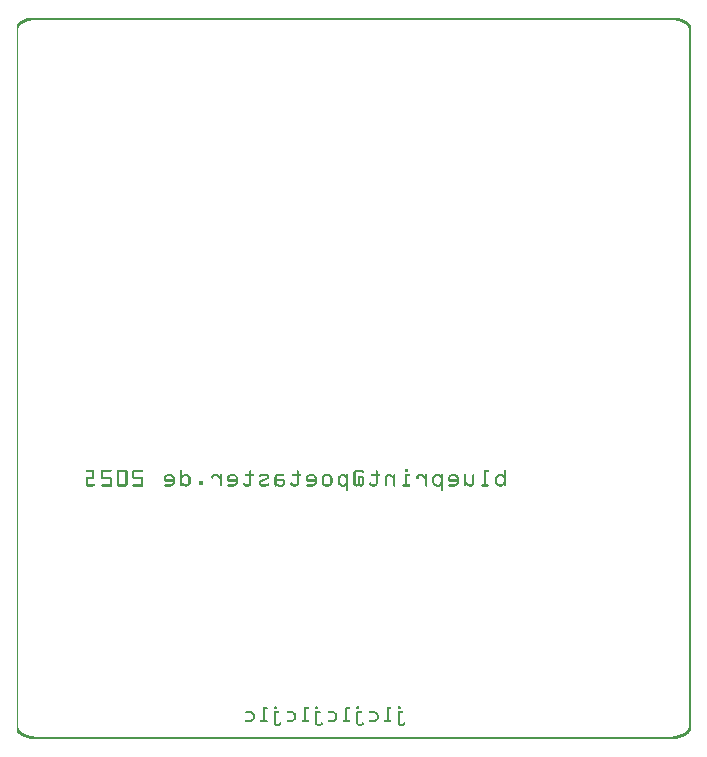
<source format=gbo>
G04 MADE WITH FRITZING*
G04 WWW.FRITZING.ORG*
G04 DOUBLE SIDED*
G04 HOLES PLATED*
G04 CONTOUR ON CENTER OF CONTOUR VECTOR*
%ASAXBY*%
%FSLAX23Y23*%
%MOIN*%
%OFA0B0*%
%SFA1.0B1.0*%
%ADD10R,0.001000X0.001000*%
%LNSILK0*%
G90*
G70*
G54D10*
X37Y2401D02*
X2208Y2401D01*
X33Y2400D02*
X2212Y2400D01*
X30Y2399D02*
X2215Y2399D01*
X27Y2398D02*
X2218Y2398D01*
X25Y2397D02*
X2220Y2397D01*
X23Y2396D02*
X69Y2396D01*
X2176Y2396D02*
X2222Y2396D01*
X20Y2395D02*
X58Y2395D01*
X2187Y2395D02*
X2225Y2395D01*
X19Y2394D02*
X51Y2394D01*
X2194Y2394D02*
X2226Y2394D01*
X17Y2393D02*
X46Y2393D01*
X2199Y2393D02*
X2228Y2393D01*
X15Y2392D02*
X42Y2392D01*
X2203Y2392D02*
X2230Y2392D01*
X13Y2391D02*
X38Y2391D01*
X2207Y2391D02*
X2232Y2391D01*
X12Y2390D02*
X35Y2390D01*
X2210Y2390D02*
X2233Y2390D01*
X10Y2389D02*
X32Y2389D01*
X2213Y2389D02*
X2235Y2389D01*
X9Y2388D02*
X29Y2388D01*
X2216Y2388D02*
X2236Y2388D01*
X8Y2387D02*
X27Y2387D01*
X2218Y2387D02*
X2237Y2387D01*
X7Y2386D02*
X25Y2386D01*
X2220Y2386D02*
X2238Y2386D01*
X6Y2385D02*
X23Y2385D01*
X2222Y2385D02*
X2239Y2385D01*
X5Y2384D02*
X21Y2384D01*
X2224Y2384D02*
X2240Y2384D01*
X4Y2383D02*
X19Y2383D01*
X2226Y2383D02*
X2241Y2383D01*
X3Y2382D02*
X17Y2382D01*
X2228Y2382D02*
X2242Y2382D01*
X2Y2381D02*
X16Y2381D01*
X2229Y2381D02*
X2243Y2381D01*
X1Y2380D02*
X14Y2380D01*
X2231Y2380D02*
X2244Y2380D01*
X1Y2379D02*
X13Y2379D01*
X2232Y2379D02*
X2245Y2379D01*
X1Y2378D02*
X12Y2378D01*
X2233Y2378D02*
X2245Y2378D01*
X1Y2377D02*
X11Y2377D01*
X2234Y2377D02*
X2246Y2377D01*
X1Y2376D02*
X10Y2376D01*
X2235Y2376D02*
X2246Y2376D01*
X1Y2375D02*
X9Y2375D01*
X2236Y2375D02*
X2246Y2375D01*
X1Y2374D02*
X8Y2374D01*
X2237Y2374D02*
X2246Y2374D01*
X1Y2373D02*
X8Y2373D01*
X2237Y2373D02*
X2246Y2373D01*
X1Y2372D02*
X7Y2372D01*
X2238Y2372D02*
X2246Y2372D01*
X1Y2371D02*
X6Y2371D01*
X2239Y2371D02*
X2246Y2371D01*
X1Y2370D02*
X6Y2370D01*
X2239Y2370D02*
X2246Y2370D01*
X1Y2369D02*
X6Y2369D01*
X2239Y2369D02*
X2246Y2369D01*
X1Y2368D02*
X5Y2368D01*
X2240Y2368D02*
X2246Y2368D01*
X1Y2367D02*
X5Y2367D01*
X2240Y2367D02*
X2246Y2367D01*
X1Y2366D02*
X5Y2366D01*
X2240Y2366D02*
X2246Y2366D01*
X1Y2365D02*
X5Y2365D01*
X2240Y2365D02*
X2246Y2365D01*
X1Y2364D02*
X5Y2364D01*
X2240Y2364D02*
X2246Y2364D01*
X1Y2363D02*
X5Y2363D01*
X2240Y2363D02*
X2246Y2363D01*
X1Y2362D02*
X5Y2362D01*
X2240Y2362D02*
X2246Y2362D01*
X1Y2361D02*
X5Y2361D01*
X2240Y2361D02*
X2246Y2361D01*
X1Y2360D02*
X5Y2360D01*
X2240Y2360D02*
X2246Y2360D01*
X1Y2359D02*
X5Y2359D01*
X2240Y2359D02*
X2246Y2359D01*
X1Y2358D02*
X5Y2358D01*
X2240Y2358D02*
X2246Y2358D01*
X1Y2357D02*
X5Y2357D01*
X2240Y2357D02*
X2246Y2357D01*
X1Y2356D02*
X5Y2356D01*
X2240Y2356D02*
X2246Y2356D01*
X1Y2355D02*
X5Y2355D01*
X2240Y2355D02*
X2246Y2355D01*
X1Y2354D02*
X5Y2354D01*
X2240Y2354D02*
X2246Y2354D01*
X1Y2353D02*
X5Y2353D01*
X2240Y2353D02*
X2246Y2353D01*
X1Y2352D02*
X5Y2352D01*
X2240Y2352D02*
X2246Y2352D01*
X1Y2351D02*
X5Y2351D01*
X2240Y2351D02*
X2246Y2351D01*
X1Y2350D02*
X5Y2350D01*
X2240Y2350D02*
X2246Y2350D01*
X1Y2349D02*
X5Y2349D01*
X2240Y2349D02*
X2246Y2349D01*
X1Y2348D02*
X5Y2348D01*
X2240Y2348D02*
X2246Y2348D01*
X1Y2347D02*
X5Y2347D01*
X2240Y2347D02*
X2246Y2347D01*
X1Y2346D02*
X5Y2346D01*
X2240Y2346D02*
X2246Y2346D01*
X1Y2345D02*
X5Y2345D01*
X2240Y2345D02*
X2246Y2345D01*
X1Y2344D02*
X5Y2344D01*
X2240Y2344D02*
X2246Y2344D01*
X1Y2343D02*
X5Y2343D01*
X2240Y2343D02*
X2246Y2343D01*
X1Y2342D02*
X5Y2342D01*
X2240Y2342D02*
X2246Y2342D01*
X1Y2341D02*
X5Y2341D01*
X2240Y2341D02*
X2246Y2341D01*
X1Y2340D02*
X5Y2340D01*
X2240Y2340D02*
X2246Y2340D01*
X1Y2339D02*
X5Y2339D01*
X2240Y2339D02*
X2246Y2339D01*
X1Y2338D02*
X5Y2338D01*
X2240Y2338D02*
X2246Y2338D01*
X1Y2337D02*
X5Y2337D01*
X2240Y2337D02*
X2246Y2337D01*
X1Y2336D02*
X5Y2336D01*
X2240Y2336D02*
X2246Y2336D01*
X1Y2335D02*
X5Y2335D01*
X2240Y2335D02*
X2246Y2335D01*
X1Y2334D02*
X5Y2334D01*
X2240Y2334D02*
X2246Y2334D01*
X1Y2333D02*
X5Y2333D01*
X2240Y2333D02*
X2246Y2333D01*
X1Y2332D02*
X5Y2332D01*
X2240Y2332D02*
X2246Y2332D01*
X1Y2331D02*
X5Y2331D01*
X2240Y2331D02*
X2246Y2331D01*
X1Y2330D02*
X5Y2330D01*
X2240Y2330D02*
X2246Y2330D01*
X1Y2329D02*
X5Y2329D01*
X2240Y2329D02*
X2246Y2329D01*
X1Y2328D02*
X5Y2328D01*
X2240Y2328D02*
X2246Y2328D01*
X1Y2327D02*
X5Y2327D01*
X2240Y2327D02*
X2246Y2327D01*
X1Y2326D02*
X5Y2326D01*
X2240Y2326D02*
X2246Y2326D01*
X1Y2325D02*
X5Y2325D01*
X2240Y2325D02*
X2246Y2325D01*
X1Y2324D02*
X5Y2324D01*
X2240Y2324D02*
X2246Y2324D01*
X1Y2323D02*
X5Y2323D01*
X2240Y2323D02*
X2246Y2323D01*
X1Y2322D02*
X5Y2322D01*
X2240Y2322D02*
X2246Y2322D01*
X1Y2321D02*
X5Y2321D01*
X2240Y2321D02*
X2246Y2321D01*
X1Y2320D02*
X5Y2320D01*
X2240Y2320D02*
X2246Y2320D01*
X1Y2319D02*
X5Y2319D01*
X2240Y2319D02*
X2246Y2319D01*
X1Y2318D02*
X5Y2318D01*
X2240Y2318D02*
X2246Y2318D01*
X1Y2317D02*
X5Y2317D01*
X2240Y2317D02*
X2246Y2317D01*
X1Y2316D02*
X5Y2316D01*
X2240Y2316D02*
X2246Y2316D01*
X1Y2315D02*
X5Y2315D01*
X2240Y2315D02*
X2246Y2315D01*
X1Y2314D02*
X5Y2314D01*
X2240Y2314D02*
X2246Y2314D01*
X1Y2313D02*
X5Y2313D01*
X2240Y2313D02*
X2246Y2313D01*
X1Y2312D02*
X5Y2312D01*
X2240Y2312D02*
X2246Y2312D01*
X1Y2311D02*
X5Y2311D01*
X2240Y2311D02*
X2246Y2311D01*
X1Y2310D02*
X5Y2310D01*
X2240Y2310D02*
X2246Y2310D01*
X1Y2309D02*
X5Y2309D01*
X2240Y2309D02*
X2246Y2309D01*
X1Y2308D02*
X5Y2308D01*
X2240Y2308D02*
X2246Y2308D01*
X1Y2307D02*
X5Y2307D01*
X2240Y2307D02*
X2246Y2307D01*
X1Y2306D02*
X5Y2306D01*
X2240Y2306D02*
X2246Y2306D01*
X1Y2305D02*
X5Y2305D01*
X2240Y2305D02*
X2246Y2305D01*
X1Y2304D02*
X5Y2304D01*
X2240Y2304D02*
X2246Y2304D01*
X1Y2303D02*
X5Y2303D01*
X2240Y2303D02*
X2246Y2303D01*
X1Y2302D02*
X5Y2302D01*
X2240Y2302D02*
X2246Y2302D01*
X1Y2301D02*
X5Y2301D01*
X2240Y2301D02*
X2246Y2301D01*
X1Y2300D02*
X5Y2300D01*
X2240Y2300D02*
X2246Y2300D01*
X1Y2299D02*
X5Y2299D01*
X2240Y2299D02*
X2246Y2299D01*
X1Y2298D02*
X5Y2298D01*
X2240Y2298D02*
X2246Y2298D01*
X1Y2297D02*
X5Y2297D01*
X2240Y2297D02*
X2246Y2297D01*
X1Y2296D02*
X5Y2296D01*
X2240Y2296D02*
X2246Y2296D01*
X1Y2295D02*
X5Y2295D01*
X2240Y2295D02*
X2246Y2295D01*
X1Y2294D02*
X5Y2294D01*
X2240Y2294D02*
X2246Y2294D01*
X1Y2293D02*
X5Y2293D01*
X2240Y2293D02*
X2246Y2293D01*
X1Y2292D02*
X5Y2292D01*
X2240Y2292D02*
X2246Y2292D01*
X1Y2291D02*
X5Y2291D01*
X2240Y2291D02*
X2246Y2291D01*
X1Y2290D02*
X5Y2290D01*
X2240Y2290D02*
X2246Y2290D01*
X1Y2289D02*
X5Y2289D01*
X2240Y2289D02*
X2246Y2289D01*
X1Y2288D02*
X5Y2288D01*
X2240Y2288D02*
X2246Y2288D01*
X1Y2287D02*
X5Y2287D01*
X2240Y2287D02*
X2246Y2287D01*
X1Y2286D02*
X5Y2286D01*
X2240Y2286D02*
X2246Y2286D01*
X1Y2285D02*
X5Y2285D01*
X2240Y2285D02*
X2246Y2285D01*
X1Y2284D02*
X5Y2284D01*
X2240Y2284D02*
X2246Y2284D01*
X1Y2283D02*
X5Y2283D01*
X2240Y2283D02*
X2246Y2283D01*
X1Y2282D02*
X5Y2282D01*
X2240Y2282D02*
X2246Y2282D01*
X1Y2281D02*
X5Y2281D01*
X2240Y2281D02*
X2246Y2281D01*
X1Y2280D02*
X5Y2280D01*
X2240Y2280D02*
X2246Y2280D01*
X1Y2279D02*
X5Y2279D01*
X2240Y2279D02*
X2246Y2279D01*
X1Y2278D02*
X5Y2278D01*
X2240Y2278D02*
X2246Y2278D01*
X1Y2277D02*
X5Y2277D01*
X2240Y2277D02*
X2246Y2277D01*
X1Y2276D02*
X5Y2276D01*
X2240Y2276D02*
X2246Y2276D01*
X1Y2275D02*
X5Y2275D01*
X2240Y2275D02*
X2246Y2275D01*
X1Y2274D02*
X5Y2274D01*
X2240Y2274D02*
X2246Y2274D01*
X1Y2273D02*
X5Y2273D01*
X2240Y2273D02*
X2246Y2273D01*
X1Y2272D02*
X5Y2272D01*
X2240Y2272D02*
X2246Y2272D01*
X1Y2271D02*
X5Y2271D01*
X2240Y2271D02*
X2246Y2271D01*
X1Y2270D02*
X5Y2270D01*
X2240Y2270D02*
X2246Y2270D01*
X1Y2269D02*
X5Y2269D01*
X2240Y2269D02*
X2246Y2269D01*
X1Y2268D02*
X5Y2268D01*
X2240Y2268D02*
X2246Y2268D01*
X1Y2267D02*
X5Y2267D01*
X2240Y2267D02*
X2246Y2267D01*
X1Y2266D02*
X5Y2266D01*
X2240Y2266D02*
X2246Y2266D01*
X1Y2265D02*
X5Y2265D01*
X2240Y2265D02*
X2246Y2265D01*
X1Y2264D02*
X5Y2264D01*
X2240Y2264D02*
X2246Y2264D01*
X1Y2263D02*
X5Y2263D01*
X2240Y2263D02*
X2246Y2263D01*
X1Y2262D02*
X5Y2262D01*
X2240Y2262D02*
X2246Y2262D01*
X1Y2261D02*
X5Y2261D01*
X2240Y2261D02*
X2246Y2261D01*
X1Y2260D02*
X5Y2260D01*
X2240Y2260D02*
X2246Y2260D01*
X1Y2259D02*
X5Y2259D01*
X2240Y2259D02*
X2246Y2259D01*
X1Y2258D02*
X5Y2258D01*
X2240Y2258D02*
X2246Y2258D01*
X1Y2257D02*
X5Y2257D01*
X2240Y2257D02*
X2246Y2257D01*
X1Y2256D02*
X5Y2256D01*
X2240Y2256D02*
X2246Y2256D01*
X1Y2255D02*
X5Y2255D01*
X2240Y2255D02*
X2246Y2255D01*
X1Y2254D02*
X5Y2254D01*
X2240Y2254D02*
X2246Y2254D01*
X1Y2253D02*
X5Y2253D01*
X2240Y2253D02*
X2246Y2253D01*
X1Y2252D02*
X5Y2252D01*
X2240Y2252D02*
X2246Y2252D01*
X1Y2251D02*
X5Y2251D01*
X2240Y2251D02*
X2246Y2251D01*
X1Y2250D02*
X5Y2250D01*
X2240Y2250D02*
X2246Y2250D01*
X1Y2249D02*
X5Y2249D01*
X2240Y2249D02*
X2246Y2249D01*
X1Y2248D02*
X5Y2248D01*
X2240Y2248D02*
X2246Y2248D01*
X1Y2247D02*
X5Y2247D01*
X2240Y2247D02*
X2246Y2247D01*
X1Y2246D02*
X5Y2246D01*
X2240Y2246D02*
X2246Y2246D01*
X1Y2245D02*
X5Y2245D01*
X2240Y2245D02*
X2246Y2245D01*
X1Y2244D02*
X5Y2244D01*
X2240Y2244D02*
X2246Y2244D01*
X1Y2243D02*
X5Y2243D01*
X2240Y2243D02*
X2246Y2243D01*
X1Y2242D02*
X5Y2242D01*
X2240Y2242D02*
X2246Y2242D01*
X1Y2241D02*
X5Y2241D01*
X2240Y2241D02*
X2246Y2241D01*
X1Y2240D02*
X5Y2240D01*
X2240Y2240D02*
X2246Y2240D01*
X1Y2239D02*
X5Y2239D01*
X2240Y2239D02*
X2246Y2239D01*
X1Y2238D02*
X5Y2238D01*
X2240Y2238D02*
X2246Y2238D01*
X1Y2237D02*
X5Y2237D01*
X2240Y2237D02*
X2246Y2237D01*
X1Y2236D02*
X5Y2236D01*
X2240Y2236D02*
X2246Y2236D01*
X1Y2235D02*
X5Y2235D01*
X2240Y2235D02*
X2246Y2235D01*
X1Y2234D02*
X5Y2234D01*
X2240Y2234D02*
X2246Y2234D01*
X1Y2233D02*
X5Y2233D01*
X2240Y2233D02*
X2246Y2233D01*
X1Y2232D02*
X5Y2232D01*
X2240Y2232D02*
X2246Y2232D01*
X1Y2231D02*
X5Y2231D01*
X2240Y2231D02*
X2246Y2231D01*
X1Y2230D02*
X5Y2230D01*
X2240Y2230D02*
X2246Y2230D01*
X1Y2229D02*
X5Y2229D01*
X2240Y2229D02*
X2246Y2229D01*
X1Y2228D02*
X5Y2228D01*
X2240Y2228D02*
X2246Y2228D01*
X1Y2227D02*
X5Y2227D01*
X2240Y2227D02*
X2246Y2227D01*
X1Y2226D02*
X5Y2226D01*
X2240Y2226D02*
X2246Y2226D01*
X1Y2225D02*
X5Y2225D01*
X2240Y2225D02*
X2246Y2225D01*
X1Y2224D02*
X5Y2224D01*
X2240Y2224D02*
X2246Y2224D01*
X1Y2223D02*
X5Y2223D01*
X2240Y2223D02*
X2246Y2223D01*
X1Y2222D02*
X5Y2222D01*
X2240Y2222D02*
X2246Y2222D01*
X1Y2221D02*
X5Y2221D01*
X2240Y2221D02*
X2246Y2221D01*
X1Y2220D02*
X5Y2220D01*
X2240Y2220D02*
X2246Y2220D01*
X1Y2219D02*
X5Y2219D01*
X2240Y2219D02*
X2246Y2219D01*
X1Y2218D02*
X5Y2218D01*
X2240Y2218D02*
X2246Y2218D01*
X1Y2217D02*
X5Y2217D01*
X2240Y2217D02*
X2246Y2217D01*
X1Y2216D02*
X5Y2216D01*
X2240Y2216D02*
X2246Y2216D01*
X1Y2215D02*
X5Y2215D01*
X2240Y2215D02*
X2246Y2215D01*
X1Y2214D02*
X5Y2214D01*
X2240Y2214D02*
X2246Y2214D01*
X1Y2213D02*
X5Y2213D01*
X2240Y2213D02*
X2246Y2213D01*
X1Y2212D02*
X5Y2212D01*
X2240Y2212D02*
X2246Y2212D01*
X1Y2211D02*
X5Y2211D01*
X2240Y2211D02*
X2246Y2211D01*
X1Y2210D02*
X5Y2210D01*
X2240Y2210D02*
X2246Y2210D01*
X1Y2209D02*
X5Y2209D01*
X2240Y2209D02*
X2246Y2209D01*
X1Y2208D02*
X5Y2208D01*
X2240Y2208D02*
X2246Y2208D01*
X1Y2207D02*
X5Y2207D01*
X2240Y2207D02*
X2246Y2207D01*
X1Y2206D02*
X5Y2206D01*
X2240Y2206D02*
X2246Y2206D01*
X1Y2205D02*
X5Y2205D01*
X2240Y2205D02*
X2246Y2205D01*
X1Y2204D02*
X5Y2204D01*
X2240Y2204D02*
X2246Y2204D01*
X1Y2203D02*
X5Y2203D01*
X2240Y2203D02*
X2246Y2203D01*
X1Y2202D02*
X5Y2202D01*
X2240Y2202D02*
X2246Y2202D01*
X1Y2201D02*
X5Y2201D01*
X2240Y2201D02*
X2246Y2201D01*
X1Y2200D02*
X5Y2200D01*
X2240Y2200D02*
X2246Y2200D01*
X1Y2199D02*
X5Y2199D01*
X2240Y2199D02*
X2246Y2199D01*
X1Y2198D02*
X5Y2198D01*
X2240Y2198D02*
X2246Y2198D01*
X1Y2197D02*
X5Y2197D01*
X2240Y2197D02*
X2246Y2197D01*
X1Y2196D02*
X5Y2196D01*
X2240Y2196D02*
X2246Y2196D01*
X1Y2195D02*
X5Y2195D01*
X2240Y2195D02*
X2246Y2195D01*
X1Y2194D02*
X5Y2194D01*
X2240Y2194D02*
X2246Y2194D01*
X1Y2193D02*
X5Y2193D01*
X2240Y2193D02*
X2246Y2193D01*
X1Y2192D02*
X5Y2192D01*
X2240Y2192D02*
X2246Y2192D01*
X1Y2191D02*
X5Y2191D01*
X2240Y2191D02*
X2246Y2191D01*
X1Y2190D02*
X5Y2190D01*
X2240Y2190D02*
X2246Y2190D01*
X1Y2189D02*
X5Y2189D01*
X2240Y2189D02*
X2246Y2189D01*
X1Y2188D02*
X5Y2188D01*
X2240Y2188D02*
X2246Y2188D01*
X1Y2187D02*
X5Y2187D01*
X2240Y2187D02*
X2246Y2187D01*
X1Y2186D02*
X5Y2186D01*
X2240Y2186D02*
X2246Y2186D01*
X1Y2185D02*
X5Y2185D01*
X2240Y2185D02*
X2246Y2185D01*
X1Y2184D02*
X5Y2184D01*
X2240Y2184D02*
X2246Y2184D01*
X1Y2183D02*
X5Y2183D01*
X2240Y2183D02*
X2246Y2183D01*
X1Y2182D02*
X5Y2182D01*
X2240Y2182D02*
X2246Y2182D01*
X1Y2181D02*
X5Y2181D01*
X2240Y2181D02*
X2246Y2181D01*
X1Y2180D02*
X5Y2180D01*
X2240Y2180D02*
X2246Y2180D01*
X1Y2179D02*
X5Y2179D01*
X2240Y2179D02*
X2246Y2179D01*
X1Y2178D02*
X5Y2178D01*
X2240Y2178D02*
X2246Y2178D01*
X1Y2177D02*
X5Y2177D01*
X2240Y2177D02*
X2246Y2177D01*
X1Y2176D02*
X5Y2176D01*
X2240Y2176D02*
X2246Y2176D01*
X1Y2175D02*
X5Y2175D01*
X2240Y2175D02*
X2246Y2175D01*
X1Y2174D02*
X5Y2174D01*
X2240Y2174D02*
X2246Y2174D01*
X1Y2173D02*
X5Y2173D01*
X2240Y2173D02*
X2246Y2173D01*
X1Y2172D02*
X5Y2172D01*
X2240Y2172D02*
X2246Y2172D01*
X1Y2171D02*
X5Y2171D01*
X2240Y2171D02*
X2246Y2171D01*
X1Y2170D02*
X5Y2170D01*
X2240Y2170D02*
X2246Y2170D01*
X1Y2169D02*
X5Y2169D01*
X2240Y2169D02*
X2246Y2169D01*
X1Y2168D02*
X5Y2168D01*
X2240Y2168D02*
X2246Y2168D01*
X1Y2167D02*
X5Y2167D01*
X2240Y2167D02*
X2246Y2167D01*
X1Y2166D02*
X5Y2166D01*
X2240Y2166D02*
X2246Y2166D01*
X1Y2165D02*
X5Y2165D01*
X2240Y2165D02*
X2246Y2165D01*
X1Y2164D02*
X5Y2164D01*
X2240Y2164D02*
X2246Y2164D01*
X1Y2163D02*
X5Y2163D01*
X2240Y2163D02*
X2246Y2163D01*
X1Y2162D02*
X5Y2162D01*
X2240Y2162D02*
X2246Y2162D01*
X1Y2161D02*
X5Y2161D01*
X2240Y2161D02*
X2246Y2161D01*
X1Y2160D02*
X5Y2160D01*
X2240Y2160D02*
X2246Y2160D01*
X1Y2159D02*
X5Y2159D01*
X2240Y2159D02*
X2246Y2159D01*
X1Y2158D02*
X5Y2158D01*
X2240Y2158D02*
X2246Y2158D01*
X1Y2157D02*
X5Y2157D01*
X2240Y2157D02*
X2246Y2157D01*
X1Y2156D02*
X5Y2156D01*
X2240Y2156D02*
X2246Y2156D01*
X1Y2155D02*
X5Y2155D01*
X2240Y2155D02*
X2246Y2155D01*
X1Y2154D02*
X5Y2154D01*
X2240Y2154D02*
X2246Y2154D01*
X1Y2153D02*
X5Y2153D01*
X2240Y2153D02*
X2246Y2153D01*
X1Y2152D02*
X5Y2152D01*
X2240Y2152D02*
X2246Y2152D01*
X1Y2151D02*
X5Y2151D01*
X2240Y2151D02*
X2246Y2151D01*
X1Y2150D02*
X5Y2150D01*
X2240Y2150D02*
X2246Y2150D01*
X1Y2149D02*
X5Y2149D01*
X2240Y2149D02*
X2246Y2149D01*
X1Y2148D02*
X5Y2148D01*
X2240Y2148D02*
X2246Y2148D01*
X1Y2147D02*
X5Y2147D01*
X2240Y2147D02*
X2246Y2147D01*
X1Y2146D02*
X5Y2146D01*
X2240Y2146D02*
X2246Y2146D01*
X1Y2145D02*
X5Y2145D01*
X2240Y2145D02*
X2246Y2145D01*
X1Y2144D02*
X5Y2144D01*
X2240Y2144D02*
X2246Y2144D01*
X1Y2143D02*
X5Y2143D01*
X2240Y2143D02*
X2246Y2143D01*
X1Y2142D02*
X5Y2142D01*
X2240Y2142D02*
X2246Y2142D01*
X1Y2141D02*
X5Y2141D01*
X2240Y2141D02*
X2246Y2141D01*
X1Y2140D02*
X5Y2140D01*
X2240Y2140D02*
X2246Y2140D01*
X1Y2139D02*
X5Y2139D01*
X2240Y2139D02*
X2246Y2139D01*
X1Y2138D02*
X5Y2138D01*
X2240Y2138D02*
X2246Y2138D01*
X1Y2137D02*
X5Y2137D01*
X2240Y2137D02*
X2246Y2137D01*
X1Y2136D02*
X5Y2136D01*
X2240Y2136D02*
X2246Y2136D01*
X1Y2135D02*
X5Y2135D01*
X2240Y2135D02*
X2246Y2135D01*
X1Y2134D02*
X5Y2134D01*
X2240Y2134D02*
X2246Y2134D01*
X1Y2133D02*
X5Y2133D01*
X2240Y2133D02*
X2246Y2133D01*
X1Y2132D02*
X5Y2132D01*
X2240Y2132D02*
X2246Y2132D01*
X1Y2131D02*
X5Y2131D01*
X2240Y2131D02*
X2246Y2131D01*
X1Y2130D02*
X5Y2130D01*
X2240Y2130D02*
X2246Y2130D01*
X1Y2129D02*
X5Y2129D01*
X2240Y2129D02*
X2246Y2129D01*
X1Y2128D02*
X5Y2128D01*
X2240Y2128D02*
X2246Y2128D01*
X1Y2127D02*
X5Y2127D01*
X2240Y2127D02*
X2246Y2127D01*
X1Y2126D02*
X5Y2126D01*
X2240Y2126D02*
X2246Y2126D01*
X1Y2125D02*
X5Y2125D01*
X2240Y2125D02*
X2246Y2125D01*
X1Y2124D02*
X5Y2124D01*
X2240Y2124D02*
X2246Y2124D01*
X1Y2123D02*
X5Y2123D01*
X2240Y2123D02*
X2246Y2123D01*
X1Y2122D02*
X5Y2122D01*
X2240Y2122D02*
X2246Y2122D01*
X1Y2121D02*
X5Y2121D01*
X2240Y2121D02*
X2246Y2121D01*
X1Y2120D02*
X5Y2120D01*
X2240Y2120D02*
X2246Y2120D01*
X1Y2119D02*
X5Y2119D01*
X2240Y2119D02*
X2246Y2119D01*
X1Y2118D02*
X5Y2118D01*
X2240Y2118D02*
X2246Y2118D01*
X1Y2117D02*
X5Y2117D01*
X2240Y2117D02*
X2246Y2117D01*
X1Y2116D02*
X5Y2116D01*
X2240Y2116D02*
X2246Y2116D01*
X1Y2115D02*
X5Y2115D01*
X2240Y2115D02*
X2246Y2115D01*
X1Y2114D02*
X5Y2114D01*
X2240Y2114D02*
X2246Y2114D01*
X1Y2113D02*
X5Y2113D01*
X2240Y2113D02*
X2246Y2113D01*
X1Y2112D02*
X5Y2112D01*
X2240Y2112D02*
X2246Y2112D01*
X1Y2111D02*
X5Y2111D01*
X2240Y2111D02*
X2246Y2111D01*
X1Y2110D02*
X5Y2110D01*
X2240Y2110D02*
X2246Y2110D01*
X1Y2109D02*
X5Y2109D01*
X2240Y2109D02*
X2246Y2109D01*
X1Y2108D02*
X5Y2108D01*
X2240Y2108D02*
X2246Y2108D01*
X1Y2107D02*
X5Y2107D01*
X2240Y2107D02*
X2246Y2107D01*
X1Y2106D02*
X5Y2106D01*
X2240Y2106D02*
X2246Y2106D01*
X1Y2105D02*
X5Y2105D01*
X2240Y2105D02*
X2246Y2105D01*
X1Y2104D02*
X5Y2104D01*
X2240Y2104D02*
X2246Y2104D01*
X1Y2103D02*
X5Y2103D01*
X2240Y2103D02*
X2246Y2103D01*
X1Y2102D02*
X5Y2102D01*
X2240Y2102D02*
X2246Y2102D01*
X1Y2101D02*
X5Y2101D01*
X2240Y2101D02*
X2246Y2101D01*
X1Y2100D02*
X5Y2100D01*
X2240Y2100D02*
X2246Y2100D01*
X1Y2099D02*
X5Y2099D01*
X2240Y2099D02*
X2246Y2099D01*
X1Y2098D02*
X5Y2098D01*
X2240Y2098D02*
X2246Y2098D01*
X1Y2097D02*
X5Y2097D01*
X2240Y2097D02*
X2246Y2097D01*
X1Y2096D02*
X5Y2096D01*
X2240Y2096D02*
X2246Y2096D01*
X1Y2095D02*
X5Y2095D01*
X2240Y2095D02*
X2246Y2095D01*
X1Y2094D02*
X5Y2094D01*
X2240Y2094D02*
X2246Y2094D01*
X1Y2093D02*
X5Y2093D01*
X2240Y2093D02*
X2246Y2093D01*
X1Y2092D02*
X5Y2092D01*
X2240Y2092D02*
X2246Y2092D01*
X1Y2091D02*
X5Y2091D01*
X2240Y2091D02*
X2246Y2091D01*
X1Y2090D02*
X5Y2090D01*
X2240Y2090D02*
X2246Y2090D01*
X1Y2089D02*
X5Y2089D01*
X2240Y2089D02*
X2246Y2089D01*
X1Y2088D02*
X5Y2088D01*
X2240Y2088D02*
X2246Y2088D01*
X1Y2087D02*
X5Y2087D01*
X2240Y2087D02*
X2246Y2087D01*
X1Y2086D02*
X5Y2086D01*
X2240Y2086D02*
X2246Y2086D01*
X1Y2085D02*
X5Y2085D01*
X2240Y2085D02*
X2246Y2085D01*
X1Y2084D02*
X5Y2084D01*
X2240Y2084D02*
X2246Y2084D01*
X1Y2083D02*
X5Y2083D01*
X2240Y2083D02*
X2246Y2083D01*
X1Y2082D02*
X5Y2082D01*
X2240Y2082D02*
X2246Y2082D01*
X1Y2081D02*
X5Y2081D01*
X2240Y2081D02*
X2246Y2081D01*
X1Y2080D02*
X5Y2080D01*
X2240Y2080D02*
X2246Y2080D01*
X1Y2079D02*
X5Y2079D01*
X2240Y2079D02*
X2246Y2079D01*
X1Y2078D02*
X5Y2078D01*
X2240Y2078D02*
X2246Y2078D01*
X1Y2077D02*
X5Y2077D01*
X2240Y2077D02*
X2246Y2077D01*
X1Y2076D02*
X5Y2076D01*
X2240Y2076D02*
X2246Y2076D01*
X1Y2075D02*
X5Y2075D01*
X2240Y2075D02*
X2246Y2075D01*
X1Y2074D02*
X5Y2074D01*
X2240Y2074D02*
X2246Y2074D01*
X1Y2073D02*
X5Y2073D01*
X2240Y2073D02*
X2246Y2073D01*
X1Y2072D02*
X5Y2072D01*
X2240Y2072D02*
X2246Y2072D01*
X1Y2071D02*
X5Y2071D01*
X2240Y2071D02*
X2246Y2071D01*
X1Y2070D02*
X5Y2070D01*
X2240Y2070D02*
X2246Y2070D01*
X1Y2069D02*
X5Y2069D01*
X2240Y2069D02*
X2246Y2069D01*
X1Y2068D02*
X5Y2068D01*
X2240Y2068D02*
X2246Y2068D01*
X1Y2067D02*
X5Y2067D01*
X2240Y2067D02*
X2246Y2067D01*
X1Y2066D02*
X5Y2066D01*
X2240Y2066D02*
X2246Y2066D01*
X1Y2065D02*
X5Y2065D01*
X2240Y2065D02*
X2246Y2065D01*
X1Y2064D02*
X5Y2064D01*
X2240Y2064D02*
X2246Y2064D01*
X1Y2063D02*
X5Y2063D01*
X2240Y2063D02*
X2246Y2063D01*
X1Y2062D02*
X5Y2062D01*
X2240Y2062D02*
X2246Y2062D01*
X1Y2061D02*
X5Y2061D01*
X2240Y2061D02*
X2246Y2061D01*
X1Y2060D02*
X5Y2060D01*
X2240Y2060D02*
X2246Y2060D01*
X1Y2059D02*
X5Y2059D01*
X2240Y2059D02*
X2246Y2059D01*
X1Y2058D02*
X5Y2058D01*
X2240Y2058D02*
X2246Y2058D01*
X1Y2057D02*
X5Y2057D01*
X2240Y2057D02*
X2246Y2057D01*
X1Y2056D02*
X5Y2056D01*
X2240Y2056D02*
X2246Y2056D01*
X1Y2055D02*
X5Y2055D01*
X2240Y2055D02*
X2246Y2055D01*
X1Y2054D02*
X5Y2054D01*
X2240Y2054D02*
X2246Y2054D01*
X1Y2053D02*
X5Y2053D01*
X2240Y2053D02*
X2246Y2053D01*
X1Y2052D02*
X5Y2052D01*
X2240Y2052D02*
X2246Y2052D01*
X1Y2051D02*
X5Y2051D01*
X2240Y2051D02*
X2246Y2051D01*
X1Y2050D02*
X5Y2050D01*
X2240Y2050D02*
X2246Y2050D01*
X1Y2049D02*
X5Y2049D01*
X2240Y2049D02*
X2246Y2049D01*
X1Y2048D02*
X5Y2048D01*
X2240Y2048D02*
X2246Y2048D01*
X1Y2047D02*
X5Y2047D01*
X2240Y2047D02*
X2246Y2047D01*
X1Y2046D02*
X5Y2046D01*
X2240Y2046D02*
X2246Y2046D01*
X1Y2045D02*
X5Y2045D01*
X2240Y2045D02*
X2246Y2045D01*
X1Y2044D02*
X5Y2044D01*
X2240Y2044D02*
X2246Y2044D01*
X1Y2043D02*
X5Y2043D01*
X2240Y2043D02*
X2246Y2043D01*
X1Y2042D02*
X5Y2042D01*
X2240Y2042D02*
X2246Y2042D01*
X1Y2041D02*
X5Y2041D01*
X2240Y2041D02*
X2246Y2041D01*
X1Y2040D02*
X5Y2040D01*
X2240Y2040D02*
X2246Y2040D01*
X1Y2039D02*
X5Y2039D01*
X2240Y2039D02*
X2246Y2039D01*
X1Y2038D02*
X5Y2038D01*
X2240Y2038D02*
X2246Y2038D01*
X1Y2037D02*
X5Y2037D01*
X2240Y2037D02*
X2246Y2037D01*
X1Y2036D02*
X5Y2036D01*
X2240Y2036D02*
X2246Y2036D01*
X1Y2035D02*
X5Y2035D01*
X2240Y2035D02*
X2246Y2035D01*
X1Y2034D02*
X5Y2034D01*
X2240Y2034D02*
X2246Y2034D01*
X1Y2033D02*
X5Y2033D01*
X2240Y2033D02*
X2246Y2033D01*
X1Y2032D02*
X5Y2032D01*
X2240Y2032D02*
X2246Y2032D01*
X1Y2031D02*
X5Y2031D01*
X2240Y2031D02*
X2246Y2031D01*
X1Y2030D02*
X5Y2030D01*
X2240Y2030D02*
X2246Y2030D01*
X1Y2029D02*
X5Y2029D01*
X2240Y2029D02*
X2246Y2029D01*
X1Y2028D02*
X5Y2028D01*
X2240Y2028D02*
X2246Y2028D01*
X1Y2027D02*
X5Y2027D01*
X2240Y2027D02*
X2246Y2027D01*
X1Y2026D02*
X5Y2026D01*
X2240Y2026D02*
X2246Y2026D01*
X1Y2025D02*
X5Y2025D01*
X2240Y2025D02*
X2246Y2025D01*
X1Y2024D02*
X5Y2024D01*
X2240Y2024D02*
X2246Y2024D01*
X1Y2023D02*
X5Y2023D01*
X2240Y2023D02*
X2246Y2023D01*
X1Y2022D02*
X5Y2022D01*
X2240Y2022D02*
X2246Y2022D01*
X1Y2021D02*
X5Y2021D01*
X2240Y2021D02*
X2246Y2021D01*
X1Y2020D02*
X5Y2020D01*
X2240Y2020D02*
X2246Y2020D01*
X1Y2019D02*
X5Y2019D01*
X2240Y2019D02*
X2246Y2019D01*
X1Y2018D02*
X5Y2018D01*
X2240Y2018D02*
X2246Y2018D01*
X1Y2017D02*
X5Y2017D01*
X2240Y2017D02*
X2246Y2017D01*
X1Y2016D02*
X5Y2016D01*
X2240Y2016D02*
X2246Y2016D01*
X1Y2015D02*
X5Y2015D01*
X2240Y2015D02*
X2246Y2015D01*
X1Y2014D02*
X5Y2014D01*
X2240Y2014D02*
X2246Y2014D01*
X1Y2013D02*
X5Y2013D01*
X2240Y2013D02*
X2246Y2013D01*
X1Y2012D02*
X5Y2012D01*
X2240Y2012D02*
X2246Y2012D01*
X1Y2011D02*
X5Y2011D01*
X2240Y2011D02*
X2246Y2011D01*
X1Y2010D02*
X5Y2010D01*
X2240Y2010D02*
X2246Y2010D01*
X1Y2009D02*
X5Y2009D01*
X2240Y2009D02*
X2246Y2009D01*
X1Y2008D02*
X5Y2008D01*
X2240Y2008D02*
X2246Y2008D01*
X1Y2007D02*
X5Y2007D01*
X2240Y2007D02*
X2246Y2007D01*
X1Y2006D02*
X5Y2006D01*
X2240Y2006D02*
X2246Y2006D01*
X1Y2005D02*
X5Y2005D01*
X2240Y2005D02*
X2246Y2005D01*
X1Y2004D02*
X5Y2004D01*
X2240Y2004D02*
X2246Y2004D01*
X1Y2003D02*
X5Y2003D01*
X2240Y2003D02*
X2246Y2003D01*
X1Y2002D02*
X5Y2002D01*
X2240Y2002D02*
X2246Y2002D01*
X1Y2001D02*
X5Y2001D01*
X2240Y2001D02*
X2246Y2001D01*
X1Y2000D02*
X5Y2000D01*
X2240Y2000D02*
X2246Y2000D01*
X1Y1999D02*
X5Y1999D01*
X2240Y1999D02*
X2246Y1999D01*
X1Y1998D02*
X5Y1998D01*
X2240Y1998D02*
X2246Y1998D01*
X1Y1997D02*
X5Y1997D01*
X2240Y1997D02*
X2246Y1997D01*
X1Y1996D02*
X5Y1996D01*
X2240Y1996D02*
X2246Y1996D01*
X1Y1995D02*
X5Y1995D01*
X2240Y1995D02*
X2246Y1995D01*
X1Y1994D02*
X5Y1994D01*
X2240Y1994D02*
X2246Y1994D01*
X1Y1993D02*
X5Y1993D01*
X2240Y1993D02*
X2246Y1993D01*
X1Y1992D02*
X5Y1992D01*
X2240Y1992D02*
X2246Y1992D01*
X1Y1991D02*
X5Y1991D01*
X2240Y1991D02*
X2246Y1991D01*
X1Y1990D02*
X5Y1990D01*
X2240Y1990D02*
X2246Y1990D01*
X1Y1989D02*
X5Y1989D01*
X2240Y1989D02*
X2246Y1989D01*
X1Y1988D02*
X5Y1988D01*
X2240Y1988D02*
X2246Y1988D01*
X1Y1987D02*
X5Y1987D01*
X2240Y1987D02*
X2246Y1987D01*
X1Y1986D02*
X5Y1986D01*
X2240Y1986D02*
X2246Y1986D01*
X1Y1985D02*
X5Y1985D01*
X2240Y1985D02*
X2246Y1985D01*
X1Y1984D02*
X5Y1984D01*
X2240Y1984D02*
X2246Y1984D01*
X1Y1983D02*
X5Y1983D01*
X2240Y1983D02*
X2246Y1983D01*
X1Y1982D02*
X5Y1982D01*
X2240Y1982D02*
X2246Y1982D01*
X1Y1981D02*
X5Y1981D01*
X2240Y1981D02*
X2246Y1981D01*
X1Y1980D02*
X5Y1980D01*
X2240Y1980D02*
X2246Y1980D01*
X1Y1979D02*
X5Y1979D01*
X2240Y1979D02*
X2246Y1979D01*
X1Y1978D02*
X5Y1978D01*
X2240Y1978D02*
X2246Y1978D01*
X1Y1977D02*
X5Y1977D01*
X2240Y1977D02*
X2246Y1977D01*
X1Y1976D02*
X5Y1976D01*
X2240Y1976D02*
X2246Y1976D01*
X1Y1975D02*
X5Y1975D01*
X2240Y1975D02*
X2246Y1975D01*
X1Y1974D02*
X5Y1974D01*
X2240Y1974D02*
X2246Y1974D01*
X1Y1973D02*
X5Y1973D01*
X2240Y1973D02*
X2246Y1973D01*
X1Y1972D02*
X5Y1972D01*
X2240Y1972D02*
X2246Y1972D01*
X1Y1971D02*
X5Y1971D01*
X2240Y1971D02*
X2246Y1971D01*
X1Y1970D02*
X5Y1970D01*
X2240Y1970D02*
X2246Y1970D01*
X1Y1969D02*
X5Y1969D01*
X2240Y1969D02*
X2246Y1969D01*
X1Y1968D02*
X5Y1968D01*
X2240Y1968D02*
X2246Y1968D01*
X1Y1967D02*
X5Y1967D01*
X2240Y1967D02*
X2246Y1967D01*
X1Y1966D02*
X5Y1966D01*
X2240Y1966D02*
X2246Y1966D01*
X1Y1965D02*
X5Y1965D01*
X2240Y1965D02*
X2246Y1965D01*
X1Y1964D02*
X5Y1964D01*
X2240Y1964D02*
X2246Y1964D01*
X1Y1963D02*
X5Y1963D01*
X2240Y1963D02*
X2246Y1963D01*
X1Y1962D02*
X5Y1962D01*
X2240Y1962D02*
X2246Y1962D01*
X1Y1961D02*
X5Y1961D01*
X2240Y1961D02*
X2246Y1961D01*
X1Y1960D02*
X5Y1960D01*
X2240Y1960D02*
X2246Y1960D01*
X1Y1959D02*
X5Y1959D01*
X2240Y1959D02*
X2246Y1959D01*
X1Y1958D02*
X5Y1958D01*
X2240Y1958D02*
X2246Y1958D01*
X1Y1957D02*
X5Y1957D01*
X2240Y1957D02*
X2246Y1957D01*
X1Y1956D02*
X5Y1956D01*
X2240Y1956D02*
X2246Y1956D01*
X1Y1955D02*
X5Y1955D01*
X2240Y1955D02*
X2246Y1955D01*
X1Y1954D02*
X5Y1954D01*
X2240Y1954D02*
X2246Y1954D01*
X1Y1953D02*
X5Y1953D01*
X2240Y1953D02*
X2246Y1953D01*
X1Y1952D02*
X5Y1952D01*
X2240Y1952D02*
X2246Y1952D01*
X1Y1951D02*
X5Y1951D01*
X2240Y1951D02*
X2246Y1951D01*
X1Y1950D02*
X5Y1950D01*
X2240Y1950D02*
X2246Y1950D01*
X1Y1949D02*
X5Y1949D01*
X2240Y1949D02*
X2246Y1949D01*
X1Y1948D02*
X5Y1948D01*
X2240Y1948D02*
X2246Y1948D01*
X1Y1947D02*
X5Y1947D01*
X2240Y1947D02*
X2246Y1947D01*
X1Y1946D02*
X5Y1946D01*
X2240Y1946D02*
X2246Y1946D01*
X1Y1945D02*
X5Y1945D01*
X2240Y1945D02*
X2246Y1945D01*
X1Y1944D02*
X5Y1944D01*
X2240Y1944D02*
X2246Y1944D01*
X1Y1943D02*
X5Y1943D01*
X2240Y1943D02*
X2246Y1943D01*
X1Y1942D02*
X5Y1942D01*
X2240Y1942D02*
X2246Y1942D01*
X1Y1941D02*
X5Y1941D01*
X2240Y1941D02*
X2246Y1941D01*
X1Y1940D02*
X5Y1940D01*
X2240Y1940D02*
X2246Y1940D01*
X1Y1939D02*
X5Y1939D01*
X2240Y1939D02*
X2246Y1939D01*
X1Y1938D02*
X5Y1938D01*
X2240Y1938D02*
X2246Y1938D01*
X1Y1937D02*
X5Y1937D01*
X2240Y1937D02*
X2246Y1937D01*
X1Y1936D02*
X5Y1936D01*
X2240Y1936D02*
X2246Y1936D01*
X1Y1935D02*
X5Y1935D01*
X2240Y1935D02*
X2246Y1935D01*
X1Y1934D02*
X5Y1934D01*
X2240Y1934D02*
X2246Y1934D01*
X1Y1933D02*
X5Y1933D01*
X2240Y1933D02*
X2246Y1933D01*
X1Y1932D02*
X5Y1932D01*
X2240Y1932D02*
X2246Y1932D01*
X1Y1931D02*
X5Y1931D01*
X2240Y1931D02*
X2246Y1931D01*
X1Y1930D02*
X5Y1930D01*
X2240Y1930D02*
X2246Y1930D01*
X1Y1929D02*
X5Y1929D01*
X2240Y1929D02*
X2246Y1929D01*
X1Y1928D02*
X5Y1928D01*
X2240Y1928D02*
X2246Y1928D01*
X1Y1927D02*
X5Y1927D01*
X2240Y1927D02*
X2246Y1927D01*
X1Y1926D02*
X5Y1926D01*
X2240Y1926D02*
X2246Y1926D01*
X1Y1925D02*
X5Y1925D01*
X2240Y1925D02*
X2246Y1925D01*
X1Y1924D02*
X5Y1924D01*
X2240Y1924D02*
X2246Y1924D01*
X1Y1923D02*
X5Y1923D01*
X2240Y1923D02*
X2246Y1923D01*
X1Y1922D02*
X5Y1922D01*
X2240Y1922D02*
X2246Y1922D01*
X1Y1921D02*
X5Y1921D01*
X2240Y1921D02*
X2246Y1921D01*
X1Y1920D02*
X5Y1920D01*
X2240Y1920D02*
X2246Y1920D01*
X1Y1919D02*
X5Y1919D01*
X2240Y1919D02*
X2246Y1919D01*
X1Y1918D02*
X5Y1918D01*
X2240Y1918D02*
X2246Y1918D01*
X1Y1917D02*
X5Y1917D01*
X2240Y1917D02*
X2246Y1917D01*
X1Y1916D02*
X5Y1916D01*
X2240Y1916D02*
X2246Y1916D01*
X1Y1915D02*
X5Y1915D01*
X2240Y1915D02*
X2246Y1915D01*
X1Y1914D02*
X5Y1914D01*
X2240Y1914D02*
X2246Y1914D01*
X1Y1913D02*
X5Y1913D01*
X2240Y1913D02*
X2246Y1913D01*
X1Y1912D02*
X5Y1912D01*
X2240Y1912D02*
X2246Y1912D01*
X1Y1911D02*
X5Y1911D01*
X2240Y1911D02*
X2246Y1911D01*
X1Y1910D02*
X5Y1910D01*
X2240Y1910D02*
X2246Y1910D01*
X1Y1909D02*
X5Y1909D01*
X2240Y1909D02*
X2246Y1909D01*
X1Y1908D02*
X5Y1908D01*
X2240Y1908D02*
X2246Y1908D01*
X1Y1907D02*
X5Y1907D01*
X2240Y1907D02*
X2246Y1907D01*
X1Y1906D02*
X5Y1906D01*
X2240Y1906D02*
X2246Y1906D01*
X1Y1905D02*
X5Y1905D01*
X2240Y1905D02*
X2246Y1905D01*
X1Y1904D02*
X5Y1904D01*
X2240Y1904D02*
X2246Y1904D01*
X1Y1903D02*
X5Y1903D01*
X2240Y1903D02*
X2246Y1903D01*
X1Y1902D02*
X5Y1902D01*
X2240Y1902D02*
X2246Y1902D01*
X1Y1901D02*
X5Y1901D01*
X2240Y1901D02*
X2246Y1901D01*
X1Y1900D02*
X5Y1900D01*
X2240Y1900D02*
X2246Y1900D01*
X1Y1899D02*
X5Y1899D01*
X2240Y1899D02*
X2246Y1899D01*
X1Y1898D02*
X5Y1898D01*
X2240Y1898D02*
X2246Y1898D01*
X1Y1897D02*
X5Y1897D01*
X2240Y1897D02*
X2246Y1897D01*
X1Y1896D02*
X5Y1896D01*
X2240Y1896D02*
X2246Y1896D01*
X1Y1895D02*
X5Y1895D01*
X2240Y1895D02*
X2246Y1895D01*
X1Y1894D02*
X5Y1894D01*
X2240Y1894D02*
X2246Y1894D01*
X1Y1893D02*
X5Y1893D01*
X2240Y1893D02*
X2246Y1893D01*
X1Y1892D02*
X5Y1892D01*
X2240Y1892D02*
X2246Y1892D01*
X1Y1891D02*
X5Y1891D01*
X2240Y1891D02*
X2246Y1891D01*
X1Y1890D02*
X5Y1890D01*
X2240Y1890D02*
X2246Y1890D01*
X1Y1889D02*
X5Y1889D01*
X2240Y1889D02*
X2246Y1889D01*
X1Y1888D02*
X5Y1888D01*
X2240Y1888D02*
X2246Y1888D01*
X1Y1887D02*
X5Y1887D01*
X2240Y1887D02*
X2246Y1887D01*
X1Y1886D02*
X5Y1886D01*
X2240Y1886D02*
X2246Y1886D01*
X1Y1885D02*
X5Y1885D01*
X2240Y1885D02*
X2246Y1885D01*
X1Y1884D02*
X5Y1884D01*
X2240Y1884D02*
X2246Y1884D01*
X1Y1883D02*
X5Y1883D01*
X2240Y1883D02*
X2246Y1883D01*
X1Y1882D02*
X5Y1882D01*
X2240Y1882D02*
X2246Y1882D01*
X1Y1881D02*
X5Y1881D01*
X2240Y1881D02*
X2246Y1881D01*
X1Y1880D02*
X5Y1880D01*
X2240Y1880D02*
X2246Y1880D01*
X1Y1879D02*
X5Y1879D01*
X2240Y1879D02*
X2246Y1879D01*
X1Y1878D02*
X5Y1878D01*
X2240Y1878D02*
X2246Y1878D01*
X1Y1877D02*
X5Y1877D01*
X2240Y1877D02*
X2246Y1877D01*
X1Y1876D02*
X5Y1876D01*
X2240Y1876D02*
X2246Y1876D01*
X1Y1875D02*
X5Y1875D01*
X2240Y1875D02*
X2246Y1875D01*
X1Y1874D02*
X5Y1874D01*
X2240Y1874D02*
X2246Y1874D01*
X1Y1873D02*
X5Y1873D01*
X2240Y1873D02*
X2246Y1873D01*
X1Y1872D02*
X5Y1872D01*
X2240Y1872D02*
X2246Y1872D01*
X1Y1871D02*
X5Y1871D01*
X2240Y1871D02*
X2246Y1871D01*
X1Y1870D02*
X5Y1870D01*
X2240Y1870D02*
X2246Y1870D01*
X1Y1869D02*
X5Y1869D01*
X2240Y1869D02*
X2246Y1869D01*
X1Y1868D02*
X5Y1868D01*
X2240Y1868D02*
X2246Y1868D01*
X1Y1867D02*
X5Y1867D01*
X2240Y1867D02*
X2246Y1867D01*
X1Y1866D02*
X5Y1866D01*
X2240Y1866D02*
X2246Y1866D01*
X1Y1865D02*
X5Y1865D01*
X2240Y1865D02*
X2246Y1865D01*
X1Y1864D02*
X5Y1864D01*
X2240Y1864D02*
X2246Y1864D01*
X1Y1863D02*
X5Y1863D01*
X2240Y1863D02*
X2246Y1863D01*
X1Y1862D02*
X5Y1862D01*
X2240Y1862D02*
X2246Y1862D01*
X1Y1861D02*
X5Y1861D01*
X2240Y1861D02*
X2246Y1861D01*
X1Y1860D02*
X5Y1860D01*
X2240Y1860D02*
X2246Y1860D01*
X1Y1859D02*
X5Y1859D01*
X2240Y1859D02*
X2246Y1859D01*
X1Y1858D02*
X5Y1858D01*
X2240Y1858D02*
X2246Y1858D01*
X1Y1857D02*
X5Y1857D01*
X2240Y1857D02*
X2246Y1857D01*
X1Y1856D02*
X5Y1856D01*
X2240Y1856D02*
X2246Y1856D01*
X1Y1855D02*
X5Y1855D01*
X2240Y1855D02*
X2246Y1855D01*
X1Y1854D02*
X5Y1854D01*
X2240Y1854D02*
X2246Y1854D01*
X1Y1853D02*
X5Y1853D01*
X2240Y1853D02*
X2246Y1853D01*
X1Y1852D02*
X5Y1852D01*
X2240Y1852D02*
X2246Y1852D01*
X1Y1851D02*
X5Y1851D01*
X2240Y1851D02*
X2246Y1851D01*
X1Y1850D02*
X5Y1850D01*
X2240Y1850D02*
X2246Y1850D01*
X1Y1849D02*
X5Y1849D01*
X2240Y1849D02*
X2246Y1849D01*
X1Y1848D02*
X5Y1848D01*
X2240Y1848D02*
X2246Y1848D01*
X1Y1847D02*
X5Y1847D01*
X2240Y1847D02*
X2246Y1847D01*
X1Y1846D02*
X5Y1846D01*
X2240Y1846D02*
X2246Y1846D01*
X1Y1845D02*
X5Y1845D01*
X2240Y1845D02*
X2246Y1845D01*
X1Y1844D02*
X5Y1844D01*
X2240Y1844D02*
X2246Y1844D01*
X1Y1843D02*
X5Y1843D01*
X2240Y1843D02*
X2246Y1843D01*
X1Y1842D02*
X5Y1842D01*
X2240Y1842D02*
X2246Y1842D01*
X1Y1841D02*
X5Y1841D01*
X2240Y1841D02*
X2246Y1841D01*
X1Y1840D02*
X5Y1840D01*
X2240Y1840D02*
X2246Y1840D01*
X1Y1839D02*
X5Y1839D01*
X2240Y1839D02*
X2246Y1839D01*
X1Y1838D02*
X5Y1838D01*
X2240Y1838D02*
X2246Y1838D01*
X1Y1837D02*
X5Y1837D01*
X2240Y1837D02*
X2246Y1837D01*
X1Y1836D02*
X5Y1836D01*
X2240Y1836D02*
X2246Y1836D01*
X1Y1835D02*
X5Y1835D01*
X2240Y1835D02*
X2246Y1835D01*
X1Y1834D02*
X5Y1834D01*
X2240Y1834D02*
X2246Y1834D01*
X1Y1833D02*
X5Y1833D01*
X2240Y1833D02*
X2246Y1833D01*
X1Y1832D02*
X5Y1832D01*
X2240Y1832D02*
X2246Y1832D01*
X1Y1831D02*
X5Y1831D01*
X2240Y1831D02*
X2246Y1831D01*
X1Y1830D02*
X5Y1830D01*
X2240Y1830D02*
X2246Y1830D01*
X1Y1829D02*
X5Y1829D01*
X2240Y1829D02*
X2246Y1829D01*
X1Y1828D02*
X5Y1828D01*
X2240Y1828D02*
X2246Y1828D01*
X1Y1827D02*
X5Y1827D01*
X2240Y1827D02*
X2246Y1827D01*
X1Y1826D02*
X5Y1826D01*
X2240Y1826D02*
X2246Y1826D01*
X1Y1825D02*
X5Y1825D01*
X2240Y1825D02*
X2246Y1825D01*
X1Y1824D02*
X5Y1824D01*
X2240Y1824D02*
X2246Y1824D01*
X1Y1823D02*
X5Y1823D01*
X2240Y1823D02*
X2246Y1823D01*
X1Y1822D02*
X5Y1822D01*
X2240Y1822D02*
X2246Y1822D01*
X1Y1821D02*
X5Y1821D01*
X2240Y1821D02*
X2246Y1821D01*
X1Y1820D02*
X5Y1820D01*
X2240Y1820D02*
X2246Y1820D01*
X1Y1819D02*
X5Y1819D01*
X2240Y1819D02*
X2246Y1819D01*
X1Y1818D02*
X5Y1818D01*
X2240Y1818D02*
X2246Y1818D01*
X1Y1817D02*
X5Y1817D01*
X2240Y1817D02*
X2246Y1817D01*
X1Y1816D02*
X5Y1816D01*
X2240Y1816D02*
X2246Y1816D01*
X1Y1815D02*
X5Y1815D01*
X2240Y1815D02*
X2246Y1815D01*
X1Y1814D02*
X5Y1814D01*
X2240Y1814D02*
X2246Y1814D01*
X1Y1813D02*
X5Y1813D01*
X2240Y1813D02*
X2246Y1813D01*
X1Y1812D02*
X5Y1812D01*
X2240Y1812D02*
X2246Y1812D01*
X1Y1811D02*
X5Y1811D01*
X2240Y1811D02*
X2246Y1811D01*
X1Y1810D02*
X5Y1810D01*
X2240Y1810D02*
X2246Y1810D01*
X1Y1809D02*
X5Y1809D01*
X2240Y1809D02*
X2246Y1809D01*
X1Y1808D02*
X5Y1808D01*
X2240Y1808D02*
X2246Y1808D01*
X1Y1807D02*
X5Y1807D01*
X2240Y1807D02*
X2246Y1807D01*
X1Y1806D02*
X5Y1806D01*
X2240Y1806D02*
X2246Y1806D01*
X1Y1805D02*
X5Y1805D01*
X2240Y1805D02*
X2246Y1805D01*
X1Y1804D02*
X5Y1804D01*
X2240Y1804D02*
X2246Y1804D01*
X1Y1803D02*
X5Y1803D01*
X2240Y1803D02*
X2246Y1803D01*
X1Y1802D02*
X5Y1802D01*
X2240Y1802D02*
X2246Y1802D01*
X1Y1801D02*
X5Y1801D01*
X2240Y1801D02*
X2246Y1801D01*
X1Y1800D02*
X5Y1800D01*
X2240Y1800D02*
X2246Y1800D01*
X1Y1799D02*
X5Y1799D01*
X2240Y1799D02*
X2246Y1799D01*
X1Y1798D02*
X5Y1798D01*
X2240Y1798D02*
X2246Y1798D01*
X1Y1797D02*
X5Y1797D01*
X2240Y1797D02*
X2246Y1797D01*
X1Y1796D02*
X5Y1796D01*
X2240Y1796D02*
X2246Y1796D01*
X1Y1795D02*
X5Y1795D01*
X2240Y1795D02*
X2246Y1795D01*
X1Y1794D02*
X5Y1794D01*
X2240Y1794D02*
X2246Y1794D01*
X1Y1793D02*
X5Y1793D01*
X2240Y1793D02*
X2246Y1793D01*
X1Y1792D02*
X5Y1792D01*
X2240Y1792D02*
X2246Y1792D01*
X1Y1791D02*
X5Y1791D01*
X2240Y1791D02*
X2246Y1791D01*
X1Y1790D02*
X5Y1790D01*
X2240Y1790D02*
X2246Y1790D01*
X1Y1789D02*
X5Y1789D01*
X2240Y1789D02*
X2246Y1789D01*
X1Y1788D02*
X5Y1788D01*
X2240Y1788D02*
X2246Y1788D01*
X1Y1787D02*
X5Y1787D01*
X2240Y1787D02*
X2246Y1787D01*
X1Y1786D02*
X5Y1786D01*
X2240Y1786D02*
X2246Y1786D01*
X1Y1785D02*
X5Y1785D01*
X2240Y1785D02*
X2246Y1785D01*
X1Y1784D02*
X5Y1784D01*
X2240Y1784D02*
X2246Y1784D01*
X1Y1783D02*
X5Y1783D01*
X2240Y1783D02*
X2246Y1783D01*
X1Y1782D02*
X5Y1782D01*
X2240Y1782D02*
X2246Y1782D01*
X1Y1781D02*
X5Y1781D01*
X2240Y1781D02*
X2246Y1781D01*
X1Y1780D02*
X5Y1780D01*
X2240Y1780D02*
X2246Y1780D01*
X1Y1779D02*
X5Y1779D01*
X2240Y1779D02*
X2246Y1779D01*
X1Y1778D02*
X5Y1778D01*
X2240Y1778D02*
X2246Y1778D01*
X1Y1777D02*
X5Y1777D01*
X2240Y1777D02*
X2246Y1777D01*
X1Y1776D02*
X5Y1776D01*
X2240Y1776D02*
X2246Y1776D01*
X1Y1775D02*
X5Y1775D01*
X2240Y1775D02*
X2246Y1775D01*
X1Y1774D02*
X5Y1774D01*
X2240Y1774D02*
X2246Y1774D01*
X1Y1773D02*
X5Y1773D01*
X2240Y1773D02*
X2246Y1773D01*
X1Y1772D02*
X5Y1772D01*
X2240Y1772D02*
X2246Y1772D01*
X1Y1771D02*
X5Y1771D01*
X2240Y1771D02*
X2246Y1771D01*
X1Y1770D02*
X5Y1770D01*
X2240Y1770D02*
X2246Y1770D01*
X1Y1769D02*
X5Y1769D01*
X2240Y1769D02*
X2246Y1769D01*
X1Y1768D02*
X5Y1768D01*
X2240Y1768D02*
X2246Y1768D01*
X1Y1767D02*
X5Y1767D01*
X2240Y1767D02*
X2246Y1767D01*
X1Y1766D02*
X5Y1766D01*
X2240Y1766D02*
X2246Y1766D01*
X1Y1765D02*
X5Y1765D01*
X2240Y1765D02*
X2246Y1765D01*
X1Y1764D02*
X5Y1764D01*
X2240Y1764D02*
X2246Y1764D01*
X1Y1763D02*
X5Y1763D01*
X2240Y1763D02*
X2246Y1763D01*
X1Y1762D02*
X5Y1762D01*
X2240Y1762D02*
X2246Y1762D01*
X1Y1761D02*
X5Y1761D01*
X2240Y1761D02*
X2246Y1761D01*
X1Y1760D02*
X5Y1760D01*
X2240Y1760D02*
X2246Y1760D01*
X1Y1759D02*
X5Y1759D01*
X2240Y1759D02*
X2246Y1759D01*
X1Y1758D02*
X5Y1758D01*
X2240Y1758D02*
X2246Y1758D01*
X1Y1757D02*
X5Y1757D01*
X2240Y1757D02*
X2246Y1757D01*
X1Y1756D02*
X5Y1756D01*
X2240Y1756D02*
X2246Y1756D01*
X1Y1755D02*
X5Y1755D01*
X2240Y1755D02*
X2246Y1755D01*
X1Y1754D02*
X5Y1754D01*
X2240Y1754D02*
X2246Y1754D01*
X1Y1753D02*
X5Y1753D01*
X2240Y1753D02*
X2246Y1753D01*
X1Y1752D02*
X5Y1752D01*
X2240Y1752D02*
X2246Y1752D01*
X1Y1751D02*
X5Y1751D01*
X2240Y1751D02*
X2246Y1751D01*
X1Y1750D02*
X5Y1750D01*
X2240Y1750D02*
X2246Y1750D01*
X1Y1749D02*
X5Y1749D01*
X2240Y1749D02*
X2246Y1749D01*
X1Y1748D02*
X5Y1748D01*
X2240Y1748D02*
X2246Y1748D01*
X1Y1747D02*
X5Y1747D01*
X2240Y1747D02*
X2246Y1747D01*
X1Y1746D02*
X5Y1746D01*
X2240Y1746D02*
X2246Y1746D01*
X1Y1745D02*
X5Y1745D01*
X2240Y1745D02*
X2246Y1745D01*
X1Y1744D02*
X5Y1744D01*
X2240Y1744D02*
X2246Y1744D01*
X1Y1743D02*
X5Y1743D01*
X2240Y1743D02*
X2246Y1743D01*
X1Y1742D02*
X5Y1742D01*
X2240Y1742D02*
X2246Y1742D01*
X1Y1741D02*
X5Y1741D01*
X2240Y1741D02*
X2246Y1741D01*
X1Y1740D02*
X5Y1740D01*
X2240Y1740D02*
X2246Y1740D01*
X1Y1739D02*
X5Y1739D01*
X2240Y1739D02*
X2246Y1739D01*
X1Y1738D02*
X5Y1738D01*
X2240Y1738D02*
X2246Y1738D01*
X1Y1737D02*
X5Y1737D01*
X2240Y1737D02*
X2246Y1737D01*
X1Y1736D02*
X5Y1736D01*
X2240Y1736D02*
X2246Y1736D01*
X1Y1735D02*
X5Y1735D01*
X2240Y1735D02*
X2246Y1735D01*
X1Y1734D02*
X5Y1734D01*
X2240Y1734D02*
X2246Y1734D01*
X1Y1733D02*
X5Y1733D01*
X2240Y1733D02*
X2246Y1733D01*
X1Y1732D02*
X5Y1732D01*
X2240Y1732D02*
X2246Y1732D01*
X1Y1731D02*
X5Y1731D01*
X2240Y1731D02*
X2246Y1731D01*
X1Y1730D02*
X5Y1730D01*
X2240Y1730D02*
X2246Y1730D01*
X1Y1729D02*
X5Y1729D01*
X2240Y1729D02*
X2246Y1729D01*
X1Y1728D02*
X5Y1728D01*
X2240Y1728D02*
X2246Y1728D01*
X1Y1727D02*
X5Y1727D01*
X2240Y1727D02*
X2246Y1727D01*
X1Y1726D02*
X5Y1726D01*
X2240Y1726D02*
X2246Y1726D01*
X1Y1725D02*
X5Y1725D01*
X2240Y1725D02*
X2246Y1725D01*
X1Y1724D02*
X5Y1724D01*
X2240Y1724D02*
X2246Y1724D01*
X1Y1723D02*
X5Y1723D01*
X2240Y1723D02*
X2246Y1723D01*
X1Y1722D02*
X5Y1722D01*
X2240Y1722D02*
X2246Y1722D01*
X1Y1721D02*
X5Y1721D01*
X2240Y1721D02*
X2246Y1721D01*
X1Y1720D02*
X5Y1720D01*
X2240Y1720D02*
X2246Y1720D01*
X1Y1719D02*
X5Y1719D01*
X2240Y1719D02*
X2246Y1719D01*
X1Y1718D02*
X5Y1718D01*
X2240Y1718D02*
X2246Y1718D01*
X1Y1717D02*
X5Y1717D01*
X2240Y1717D02*
X2246Y1717D01*
X1Y1716D02*
X5Y1716D01*
X2240Y1716D02*
X2246Y1716D01*
X1Y1715D02*
X5Y1715D01*
X2240Y1715D02*
X2246Y1715D01*
X1Y1714D02*
X5Y1714D01*
X2240Y1714D02*
X2246Y1714D01*
X1Y1713D02*
X5Y1713D01*
X2240Y1713D02*
X2246Y1713D01*
X1Y1712D02*
X5Y1712D01*
X2240Y1712D02*
X2246Y1712D01*
X1Y1711D02*
X5Y1711D01*
X2240Y1711D02*
X2246Y1711D01*
X1Y1710D02*
X5Y1710D01*
X2240Y1710D02*
X2246Y1710D01*
X1Y1709D02*
X5Y1709D01*
X2240Y1709D02*
X2246Y1709D01*
X1Y1708D02*
X5Y1708D01*
X2240Y1708D02*
X2246Y1708D01*
X1Y1707D02*
X5Y1707D01*
X2240Y1707D02*
X2246Y1707D01*
X1Y1706D02*
X5Y1706D01*
X2240Y1706D02*
X2246Y1706D01*
X1Y1705D02*
X5Y1705D01*
X2240Y1705D02*
X2246Y1705D01*
X1Y1704D02*
X5Y1704D01*
X2240Y1704D02*
X2246Y1704D01*
X1Y1703D02*
X5Y1703D01*
X2240Y1703D02*
X2246Y1703D01*
X1Y1702D02*
X5Y1702D01*
X2240Y1702D02*
X2246Y1702D01*
X1Y1701D02*
X5Y1701D01*
X2240Y1701D02*
X2246Y1701D01*
X1Y1700D02*
X5Y1700D01*
X2240Y1700D02*
X2246Y1700D01*
X1Y1699D02*
X5Y1699D01*
X2240Y1699D02*
X2246Y1699D01*
X1Y1698D02*
X5Y1698D01*
X2240Y1698D02*
X2246Y1698D01*
X1Y1697D02*
X5Y1697D01*
X2240Y1697D02*
X2246Y1697D01*
X1Y1696D02*
X5Y1696D01*
X2240Y1696D02*
X2246Y1696D01*
X1Y1695D02*
X5Y1695D01*
X2240Y1695D02*
X2246Y1695D01*
X1Y1694D02*
X5Y1694D01*
X2240Y1694D02*
X2246Y1694D01*
X1Y1693D02*
X5Y1693D01*
X2240Y1693D02*
X2246Y1693D01*
X1Y1692D02*
X5Y1692D01*
X2240Y1692D02*
X2246Y1692D01*
X1Y1691D02*
X5Y1691D01*
X2240Y1691D02*
X2246Y1691D01*
X1Y1690D02*
X5Y1690D01*
X2240Y1690D02*
X2246Y1690D01*
X1Y1689D02*
X5Y1689D01*
X2240Y1689D02*
X2246Y1689D01*
X1Y1688D02*
X5Y1688D01*
X2240Y1688D02*
X2246Y1688D01*
X1Y1687D02*
X5Y1687D01*
X2240Y1687D02*
X2246Y1687D01*
X1Y1686D02*
X5Y1686D01*
X2240Y1686D02*
X2246Y1686D01*
X1Y1685D02*
X5Y1685D01*
X2240Y1685D02*
X2246Y1685D01*
X1Y1684D02*
X5Y1684D01*
X2240Y1684D02*
X2246Y1684D01*
X1Y1683D02*
X5Y1683D01*
X2240Y1683D02*
X2246Y1683D01*
X1Y1682D02*
X5Y1682D01*
X2240Y1682D02*
X2246Y1682D01*
X1Y1681D02*
X5Y1681D01*
X2240Y1681D02*
X2246Y1681D01*
X1Y1680D02*
X5Y1680D01*
X2240Y1680D02*
X2246Y1680D01*
X1Y1679D02*
X5Y1679D01*
X2240Y1679D02*
X2246Y1679D01*
X1Y1678D02*
X5Y1678D01*
X2240Y1678D02*
X2246Y1678D01*
X1Y1677D02*
X5Y1677D01*
X2240Y1677D02*
X2246Y1677D01*
X1Y1676D02*
X5Y1676D01*
X2240Y1676D02*
X2246Y1676D01*
X1Y1675D02*
X5Y1675D01*
X2240Y1675D02*
X2246Y1675D01*
X1Y1674D02*
X5Y1674D01*
X2240Y1674D02*
X2246Y1674D01*
X1Y1673D02*
X5Y1673D01*
X2240Y1673D02*
X2246Y1673D01*
X1Y1672D02*
X5Y1672D01*
X2240Y1672D02*
X2246Y1672D01*
X1Y1671D02*
X5Y1671D01*
X2240Y1671D02*
X2246Y1671D01*
X1Y1670D02*
X5Y1670D01*
X2240Y1670D02*
X2246Y1670D01*
X1Y1669D02*
X5Y1669D01*
X2240Y1669D02*
X2246Y1669D01*
X1Y1668D02*
X5Y1668D01*
X2240Y1668D02*
X2246Y1668D01*
X1Y1667D02*
X5Y1667D01*
X2240Y1667D02*
X2246Y1667D01*
X1Y1666D02*
X5Y1666D01*
X2240Y1666D02*
X2246Y1666D01*
X1Y1665D02*
X5Y1665D01*
X2240Y1665D02*
X2246Y1665D01*
X1Y1664D02*
X5Y1664D01*
X2240Y1664D02*
X2246Y1664D01*
X1Y1663D02*
X5Y1663D01*
X2240Y1663D02*
X2246Y1663D01*
X1Y1662D02*
X5Y1662D01*
X2240Y1662D02*
X2246Y1662D01*
X1Y1661D02*
X5Y1661D01*
X2240Y1661D02*
X2246Y1661D01*
X1Y1660D02*
X5Y1660D01*
X2240Y1660D02*
X2246Y1660D01*
X1Y1659D02*
X5Y1659D01*
X2240Y1659D02*
X2246Y1659D01*
X1Y1658D02*
X5Y1658D01*
X2240Y1658D02*
X2246Y1658D01*
X1Y1657D02*
X5Y1657D01*
X2240Y1657D02*
X2246Y1657D01*
X1Y1656D02*
X5Y1656D01*
X2240Y1656D02*
X2246Y1656D01*
X1Y1655D02*
X5Y1655D01*
X2240Y1655D02*
X2246Y1655D01*
X1Y1654D02*
X5Y1654D01*
X2240Y1654D02*
X2246Y1654D01*
X1Y1653D02*
X5Y1653D01*
X2240Y1653D02*
X2246Y1653D01*
X1Y1652D02*
X5Y1652D01*
X2240Y1652D02*
X2246Y1652D01*
X1Y1651D02*
X5Y1651D01*
X2240Y1651D02*
X2246Y1651D01*
X1Y1650D02*
X5Y1650D01*
X2240Y1650D02*
X2246Y1650D01*
X1Y1649D02*
X5Y1649D01*
X2240Y1649D02*
X2246Y1649D01*
X1Y1648D02*
X5Y1648D01*
X2240Y1648D02*
X2246Y1648D01*
X1Y1647D02*
X5Y1647D01*
X2240Y1647D02*
X2246Y1647D01*
X1Y1646D02*
X5Y1646D01*
X2240Y1646D02*
X2246Y1646D01*
X1Y1645D02*
X5Y1645D01*
X2240Y1645D02*
X2246Y1645D01*
X1Y1644D02*
X5Y1644D01*
X2240Y1644D02*
X2246Y1644D01*
X1Y1643D02*
X5Y1643D01*
X2240Y1643D02*
X2246Y1643D01*
X1Y1642D02*
X5Y1642D01*
X2240Y1642D02*
X2246Y1642D01*
X1Y1641D02*
X5Y1641D01*
X2240Y1641D02*
X2246Y1641D01*
X1Y1640D02*
X5Y1640D01*
X2240Y1640D02*
X2246Y1640D01*
X1Y1639D02*
X5Y1639D01*
X2240Y1639D02*
X2246Y1639D01*
X1Y1638D02*
X5Y1638D01*
X2240Y1638D02*
X2246Y1638D01*
X1Y1637D02*
X5Y1637D01*
X2240Y1637D02*
X2246Y1637D01*
X1Y1636D02*
X5Y1636D01*
X2240Y1636D02*
X2246Y1636D01*
X1Y1635D02*
X5Y1635D01*
X2240Y1635D02*
X2246Y1635D01*
X1Y1634D02*
X5Y1634D01*
X2240Y1634D02*
X2246Y1634D01*
X1Y1633D02*
X5Y1633D01*
X2240Y1633D02*
X2246Y1633D01*
X1Y1632D02*
X5Y1632D01*
X2240Y1632D02*
X2246Y1632D01*
X1Y1631D02*
X5Y1631D01*
X2240Y1631D02*
X2246Y1631D01*
X1Y1630D02*
X5Y1630D01*
X2240Y1630D02*
X2246Y1630D01*
X1Y1629D02*
X5Y1629D01*
X2240Y1629D02*
X2246Y1629D01*
X1Y1628D02*
X5Y1628D01*
X2240Y1628D02*
X2246Y1628D01*
X1Y1627D02*
X5Y1627D01*
X2240Y1627D02*
X2246Y1627D01*
X1Y1626D02*
X5Y1626D01*
X2240Y1626D02*
X2246Y1626D01*
X1Y1625D02*
X5Y1625D01*
X2240Y1625D02*
X2246Y1625D01*
X1Y1624D02*
X5Y1624D01*
X2240Y1624D02*
X2246Y1624D01*
X1Y1623D02*
X5Y1623D01*
X2240Y1623D02*
X2246Y1623D01*
X1Y1622D02*
X5Y1622D01*
X2240Y1622D02*
X2246Y1622D01*
X1Y1621D02*
X5Y1621D01*
X2240Y1621D02*
X2246Y1621D01*
X1Y1620D02*
X5Y1620D01*
X2240Y1620D02*
X2246Y1620D01*
X1Y1619D02*
X5Y1619D01*
X2240Y1619D02*
X2246Y1619D01*
X1Y1618D02*
X5Y1618D01*
X2240Y1618D02*
X2246Y1618D01*
X1Y1617D02*
X5Y1617D01*
X2240Y1617D02*
X2246Y1617D01*
X1Y1616D02*
X5Y1616D01*
X2240Y1616D02*
X2246Y1616D01*
X1Y1615D02*
X5Y1615D01*
X2240Y1615D02*
X2246Y1615D01*
X1Y1614D02*
X5Y1614D01*
X2240Y1614D02*
X2246Y1614D01*
X1Y1613D02*
X5Y1613D01*
X2240Y1613D02*
X2246Y1613D01*
X1Y1612D02*
X5Y1612D01*
X2240Y1612D02*
X2246Y1612D01*
X1Y1611D02*
X5Y1611D01*
X2240Y1611D02*
X2246Y1611D01*
X1Y1610D02*
X5Y1610D01*
X2240Y1610D02*
X2246Y1610D01*
X1Y1609D02*
X5Y1609D01*
X2240Y1609D02*
X2246Y1609D01*
X1Y1608D02*
X5Y1608D01*
X2240Y1608D02*
X2246Y1608D01*
X1Y1607D02*
X5Y1607D01*
X2240Y1607D02*
X2246Y1607D01*
X1Y1606D02*
X5Y1606D01*
X2240Y1606D02*
X2246Y1606D01*
X1Y1605D02*
X5Y1605D01*
X2240Y1605D02*
X2246Y1605D01*
X1Y1604D02*
X5Y1604D01*
X2240Y1604D02*
X2246Y1604D01*
X1Y1603D02*
X5Y1603D01*
X2240Y1603D02*
X2246Y1603D01*
X1Y1602D02*
X5Y1602D01*
X2240Y1602D02*
X2246Y1602D01*
X1Y1601D02*
X5Y1601D01*
X2240Y1601D02*
X2246Y1601D01*
X1Y1600D02*
X5Y1600D01*
X2240Y1600D02*
X2246Y1600D01*
X1Y1599D02*
X5Y1599D01*
X2240Y1599D02*
X2246Y1599D01*
X1Y1598D02*
X5Y1598D01*
X2240Y1598D02*
X2246Y1598D01*
X1Y1597D02*
X5Y1597D01*
X2240Y1597D02*
X2246Y1597D01*
X1Y1596D02*
X5Y1596D01*
X2240Y1596D02*
X2246Y1596D01*
X1Y1595D02*
X5Y1595D01*
X2240Y1595D02*
X2246Y1595D01*
X1Y1594D02*
X5Y1594D01*
X2240Y1594D02*
X2246Y1594D01*
X1Y1593D02*
X5Y1593D01*
X2240Y1593D02*
X2246Y1593D01*
X1Y1592D02*
X5Y1592D01*
X2240Y1592D02*
X2246Y1592D01*
X1Y1591D02*
X5Y1591D01*
X2240Y1591D02*
X2246Y1591D01*
X1Y1590D02*
X5Y1590D01*
X2240Y1590D02*
X2246Y1590D01*
X1Y1589D02*
X5Y1589D01*
X2240Y1589D02*
X2246Y1589D01*
X1Y1588D02*
X5Y1588D01*
X2240Y1588D02*
X2246Y1588D01*
X1Y1587D02*
X5Y1587D01*
X2240Y1587D02*
X2246Y1587D01*
X1Y1586D02*
X5Y1586D01*
X2240Y1586D02*
X2246Y1586D01*
X1Y1585D02*
X5Y1585D01*
X2240Y1585D02*
X2246Y1585D01*
X1Y1584D02*
X5Y1584D01*
X2240Y1584D02*
X2246Y1584D01*
X1Y1583D02*
X5Y1583D01*
X2240Y1583D02*
X2246Y1583D01*
X1Y1582D02*
X5Y1582D01*
X2240Y1582D02*
X2246Y1582D01*
X1Y1581D02*
X5Y1581D01*
X2240Y1581D02*
X2246Y1581D01*
X1Y1580D02*
X5Y1580D01*
X2240Y1580D02*
X2246Y1580D01*
X1Y1579D02*
X5Y1579D01*
X2240Y1579D02*
X2246Y1579D01*
X1Y1578D02*
X5Y1578D01*
X2240Y1578D02*
X2246Y1578D01*
X1Y1577D02*
X5Y1577D01*
X2240Y1577D02*
X2246Y1577D01*
X1Y1576D02*
X5Y1576D01*
X2240Y1576D02*
X2246Y1576D01*
X1Y1575D02*
X5Y1575D01*
X2240Y1575D02*
X2246Y1575D01*
X1Y1574D02*
X5Y1574D01*
X2240Y1574D02*
X2246Y1574D01*
X1Y1573D02*
X5Y1573D01*
X2240Y1573D02*
X2246Y1573D01*
X1Y1572D02*
X5Y1572D01*
X2240Y1572D02*
X2246Y1572D01*
X1Y1571D02*
X5Y1571D01*
X2240Y1571D02*
X2246Y1571D01*
X1Y1570D02*
X5Y1570D01*
X2240Y1570D02*
X2246Y1570D01*
X1Y1569D02*
X5Y1569D01*
X2240Y1569D02*
X2246Y1569D01*
X1Y1568D02*
X5Y1568D01*
X2240Y1568D02*
X2246Y1568D01*
X1Y1567D02*
X5Y1567D01*
X2240Y1567D02*
X2246Y1567D01*
X1Y1566D02*
X5Y1566D01*
X2240Y1566D02*
X2246Y1566D01*
X1Y1565D02*
X5Y1565D01*
X2240Y1565D02*
X2246Y1565D01*
X1Y1564D02*
X5Y1564D01*
X2240Y1564D02*
X2246Y1564D01*
X1Y1563D02*
X5Y1563D01*
X2240Y1563D02*
X2246Y1563D01*
X1Y1562D02*
X5Y1562D01*
X2240Y1562D02*
X2246Y1562D01*
X1Y1561D02*
X5Y1561D01*
X2240Y1561D02*
X2246Y1561D01*
X1Y1560D02*
X5Y1560D01*
X2240Y1560D02*
X2246Y1560D01*
X1Y1559D02*
X5Y1559D01*
X2240Y1559D02*
X2246Y1559D01*
X1Y1558D02*
X5Y1558D01*
X2240Y1558D02*
X2246Y1558D01*
X1Y1557D02*
X5Y1557D01*
X2240Y1557D02*
X2246Y1557D01*
X1Y1556D02*
X5Y1556D01*
X2240Y1556D02*
X2246Y1556D01*
X1Y1555D02*
X5Y1555D01*
X2240Y1555D02*
X2246Y1555D01*
X1Y1554D02*
X5Y1554D01*
X2240Y1554D02*
X2246Y1554D01*
X1Y1553D02*
X5Y1553D01*
X2240Y1553D02*
X2246Y1553D01*
X1Y1552D02*
X5Y1552D01*
X2240Y1552D02*
X2246Y1552D01*
X1Y1551D02*
X5Y1551D01*
X2240Y1551D02*
X2246Y1551D01*
X1Y1550D02*
X5Y1550D01*
X2240Y1550D02*
X2246Y1550D01*
X1Y1549D02*
X5Y1549D01*
X2240Y1549D02*
X2246Y1549D01*
X1Y1548D02*
X5Y1548D01*
X2240Y1548D02*
X2246Y1548D01*
X1Y1547D02*
X5Y1547D01*
X2240Y1547D02*
X2246Y1547D01*
X1Y1546D02*
X5Y1546D01*
X2240Y1546D02*
X2246Y1546D01*
X1Y1545D02*
X5Y1545D01*
X2240Y1545D02*
X2246Y1545D01*
X1Y1544D02*
X5Y1544D01*
X2240Y1544D02*
X2246Y1544D01*
X1Y1543D02*
X5Y1543D01*
X2240Y1543D02*
X2246Y1543D01*
X1Y1542D02*
X5Y1542D01*
X2240Y1542D02*
X2246Y1542D01*
X1Y1541D02*
X5Y1541D01*
X2240Y1541D02*
X2246Y1541D01*
X1Y1540D02*
X5Y1540D01*
X2240Y1540D02*
X2246Y1540D01*
X1Y1539D02*
X5Y1539D01*
X2240Y1539D02*
X2246Y1539D01*
X1Y1538D02*
X5Y1538D01*
X2240Y1538D02*
X2246Y1538D01*
X1Y1537D02*
X5Y1537D01*
X2240Y1537D02*
X2246Y1537D01*
X1Y1536D02*
X5Y1536D01*
X2240Y1536D02*
X2246Y1536D01*
X1Y1535D02*
X5Y1535D01*
X2240Y1535D02*
X2246Y1535D01*
X1Y1534D02*
X5Y1534D01*
X2240Y1534D02*
X2246Y1534D01*
X1Y1533D02*
X5Y1533D01*
X2240Y1533D02*
X2246Y1533D01*
X1Y1532D02*
X5Y1532D01*
X2240Y1532D02*
X2246Y1532D01*
X1Y1531D02*
X5Y1531D01*
X2240Y1531D02*
X2246Y1531D01*
X1Y1530D02*
X5Y1530D01*
X2240Y1530D02*
X2246Y1530D01*
X1Y1529D02*
X5Y1529D01*
X2240Y1529D02*
X2246Y1529D01*
X1Y1528D02*
X5Y1528D01*
X2240Y1528D02*
X2246Y1528D01*
X1Y1527D02*
X5Y1527D01*
X2240Y1527D02*
X2246Y1527D01*
X1Y1526D02*
X5Y1526D01*
X2240Y1526D02*
X2246Y1526D01*
X1Y1525D02*
X5Y1525D01*
X2240Y1525D02*
X2246Y1525D01*
X1Y1524D02*
X5Y1524D01*
X2240Y1524D02*
X2246Y1524D01*
X1Y1523D02*
X5Y1523D01*
X2240Y1523D02*
X2246Y1523D01*
X1Y1522D02*
X5Y1522D01*
X2240Y1522D02*
X2246Y1522D01*
X1Y1521D02*
X5Y1521D01*
X2240Y1521D02*
X2246Y1521D01*
X1Y1520D02*
X5Y1520D01*
X2240Y1520D02*
X2246Y1520D01*
X1Y1519D02*
X5Y1519D01*
X2240Y1519D02*
X2246Y1519D01*
X1Y1518D02*
X5Y1518D01*
X2240Y1518D02*
X2246Y1518D01*
X1Y1517D02*
X5Y1517D01*
X2240Y1517D02*
X2246Y1517D01*
X1Y1516D02*
X5Y1516D01*
X2240Y1516D02*
X2246Y1516D01*
X1Y1515D02*
X5Y1515D01*
X2240Y1515D02*
X2246Y1515D01*
X1Y1514D02*
X5Y1514D01*
X2240Y1514D02*
X2246Y1514D01*
X1Y1513D02*
X5Y1513D01*
X2240Y1513D02*
X2246Y1513D01*
X1Y1512D02*
X5Y1512D01*
X2240Y1512D02*
X2246Y1512D01*
X1Y1511D02*
X5Y1511D01*
X2240Y1511D02*
X2246Y1511D01*
X1Y1510D02*
X5Y1510D01*
X2240Y1510D02*
X2246Y1510D01*
X1Y1509D02*
X5Y1509D01*
X2240Y1509D02*
X2246Y1509D01*
X1Y1508D02*
X5Y1508D01*
X2240Y1508D02*
X2246Y1508D01*
X1Y1507D02*
X5Y1507D01*
X2240Y1507D02*
X2246Y1507D01*
X1Y1506D02*
X5Y1506D01*
X2240Y1506D02*
X2246Y1506D01*
X1Y1505D02*
X5Y1505D01*
X2240Y1505D02*
X2246Y1505D01*
X1Y1504D02*
X5Y1504D01*
X2240Y1504D02*
X2246Y1504D01*
X1Y1503D02*
X5Y1503D01*
X2240Y1503D02*
X2246Y1503D01*
X1Y1502D02*
X5Y1502D01*
X2240Y1502D02*
X2246Y1502D01*
X1Y1501D02*
X5Y1501D01*
X2240Y1501D02*
X2246Y1501D01*
X1Y1500D02*
X5Y1500D01*
X2240Y1500D02*
X2246Y1500D01*
X1Y1499D02*
X5Y1499D01*
X2240Y1499D02*
X2246Y1499D01*
X1Y1498D02*
X5Y1498D01*
X2240Y1498D02*
X2246Y1498D01*
X1Y1497D02*
X5Y1497D01*
X2240Y1497D02*
X2246Y1497D01*
X1Y1496D02*
X5Y1496D01*
X2240Y1496D02*
X2246Y1496D01*
X1Y1495D02*
X5Y1495D01*
X2240Y1495D02*
X2246Y1495D01*
X1Y1494D02*
X5Y1494D01*
X2240Y1494D02*
X2246Y1494D01*
X1Y1493D02*
X5Y1493D01*
X2240Y1493D02*
X2246Y1493D01*
X1Y1492D02*
X5Y1492D01*
X2240Y1492D02*
X2246Y1492D01*
X1Y1491D02*
X5Y1491D01*
X2240Y1491D02*
X2246Y1491D01*
X1Y1490D02*
X5Y1490D01*
X2240Y1490D02*
X2246Y1490D01*
X1Y1489D02*
X5Y1489D01*
X2240Y1489D02*
X2246Y1489D01*
X1Y1488D02*
X5Y1488D01*
X2240Y1488D02*
X2246Y1488D01*
X1Y1487D02*
X5Y1487D01*
X2240Y1487D02*
X2246Y1487D01*
X1Y1486D02*
X5Y1486D01*
X2240Y1486D02*
X2246Y1486D01*
X1Y1485D02*
X5Y1485D01*
X2240Y1485D02*
X2246Y1485D01*
X1Y1484D02*
X5Y1484D01*
X2240Y1484D02*
X2246Y1484D01*
X1Y1483D02*
X5Y1483D01*
X2240Y1483D02*
X2246Y1483D01*
X1Y1482D02*
X5Y1482D01*
X2240Y1482D02*
X2246Y1482D01*
X1Y1481D02*
X5Y1481D01*
X2240Y1481D02*
X2246Y1481D01*
X1Y1480D02*
X5Y1480D01*
X2240Y1480D02*
X2246Y1480D01*
X1Y1479D02*
X5Y1479D01*
X2240Y1479D02*
X2246Y1479D01*
X1Y1478D02*
X5Y1478D01*
X2240Y1478D02*
X2246Y1478D01*
X1Y1477D02*
X5Y1477D01*
X2240Y1477D02*
X2246Y1477D01*
X1Y1476D02*
X5Y1476D01*
X2240Y1476D02*
X2246Y1476D01*
X1Y1475D02*
X5Y1475D01*
X2240Y1475D02*
X2246Y1475D01*
X1Y1474D02*
X5Y1474D01*
X2240Y1474D02*
X2246Y1474D01*
X1Y1473D02*
X5Y1473D01*
X2240Y1473D02*
X2246Y1473D01*
X1Y1472D02*
X5Y1472D01*
X2240Y1472D02*
X2246Y1472D01*
X1Y1471D02*
X5Y1471D01*
X2240Y1471D02*
X2246Y1471D01*
X1Y1470D02*
X5Y1470D01*
X2240Y1470D02*
X2246Y1470D01*
X1Y1469D02*
X5Y1469D01*
X2240Y1469D02*
X2246Y1469D01*
X1Y1468D02*
X5Y1468D01*
X2240Y1468D02*
X2246Y1468D01*
X1Y1467D02*
X5Y1467D01*
X2240Y1467D02*
X2246Y1467D01*
X1Y1466D02*
X5Y1466D01*
X2240Y1466D02*
X2246Y1466D01*
X1Y1465D02*
X5Y1465D01*
X2240Y1465D02*
X2246Y1465D01*
X1Y1464D02*
X5Y1464D01*
X2240Y1464D02*
X2246Y1464D01*
X1Y1463D02*
X5Y1463D01*
X2240Y1463D02*
X2246Y1463D01*
X1Y1462D02*
X5Y1462D01*
X2240Y1462D02*
X2246Y1462D01*
X1Y1461D02*
X5Y1461D01*
X2240Y1461D02*
X2246Y1461D01*
X1Y1460D02*
X5Y1460D01*
X2240Y1460D02*
X2246Y1460D01*
X1Y1459D02*
X5Y1459D01*
X2240Y1459D02*
X2246Y1459D01*
X1Y1458D02*
X5Y1458D01*
X2240Y1458D02*
X2246Y1458D01*
X1Y1457D02*
X5Y1457D01*
X2240Y1457D02*
X2246Y1457D01*
X1Y1456D02*
X5Y1456D01*
X2240Y1456D02*
X2246Y1456D01*
X1Y1455D02*
X5Y1455D01*
X2240Y1455D02*
X2246Y1455D01*
X1Y1454D02*
X5Y1454D01*
X2240Y1454D02*
X2246Y1454D01*
X1Y1453D02*
X5Y1453D01*
X2240Y1453D02*
X2246Y1453D01*
X1Y1452D02*
X5Y1452D01*
X2240Y1452D02*
X2246Y1452D01*
X1Y1451D02*
X5Y1451D01*
X2240Y1451D02*
X2246Y1451D01*
X1Y1450D02*
X5Y1450D01*
X2240Y1450D02*
X2246Y1450D01*
X1Y1449D02*
X5Y1449D01*
X2240Y1449D02*
X2246Y1449D01*
X1Y1448D02*
X5Y1448D01*
X2240Y1448D02*
X2246Y1448D01*
X1Y1447D02*
X5Y1447D01*
X2240Y1447D02*
X2246Y1447D01*
X1Y1446D02*
X5Y1446D01*
X2240Y1446D02*
X2246Y1446D01*
X1Y1445D02*
X5Y1445D01*
X2240Y1445D02*
X2246Y1445D01*
X1Y1444D02*
X5Y1444D01*
X2240Y1444D02*
X2246Y1444D01*
X1Y1443D02*
X5Y1443D01*
X2240Y1443D02*
X2246Y1443D01*
X1Y1442D02*
X5Y1442D01*
X2240Y1442D02*
X2246Y1442D01*
X1Y1441D02*
X5Y1441D01*
X2240Y1441D02*
X2246Y1441D01*
X1Y1440D02*
X5Y1440D01*
X2240Y1440D02*
X2246Y1440D01*
X1Y1439D02*
X5Y1439D01*
X2240Y1439D02*
X2246Y1439D01*
X1Y1438D02*
X5Y1438D01*
X2240Y1438D02*
X2246Y1438D01*
X1Y1437D02*
X5Y1437D01*
X2240Y1437D02*
X2246Y1437D01*
X1Y1436D02*
X5Y1436D01*
X2240Y1436D02*
X2246Y1436D01*
X1Y1435D02*
X5Y1435D01*
X2240Y1435D02*
X2246Y1435D01*
X1Y1434D02*
X5Y1434D01*
X2240Y1434D02*
X2246Y1434D01*
X1Y1433D02*
X5Y1433D01*
X2240Y1433D02*
X2246Y1433D01*
X1Y1432D02*
X5Y1432D01*
X2240Y1432D02*
X2246Y1432D01*
X1Y1431D02*
X5Y1431D01*
X2240Y1431D02*
X2246Y1431D01*
X1Y1430D02*
X5Y1430D01*
X2240Y1430D02*
X2246Y1430D01*
X1Y1429D02*
X5Y1429D01*
X2240Y1429D02*
X2246Y1429D01*
X1Y1428D02*
X5Y1428D01*
X2240Y1428D02*
X2246Y1428D01*
X1Y1427D02*
X5Y1427D01*
X2240Y1427D02*
X2246Y1427D01*
X1Y1426D02*
X5Y1426D01*
X2240Y1426D02*
X2246Y1426D01*
X1Y1425D02*
X5Y1425D01*
X2240Y1425D02*
X2246Y1425D01*
X1Y1424D02*
X5Y1424D01*
X2240Y1424D02*
X2246Y1424D01*
X1Y1423D02*
X5Y1423D01*
X2240Y1423D02*
X2246Y1423D01*
X1Y1422D02*
X5Y1422D01*
X2240Y1422D02*
X2246Y1422D01*
X1Y1421D02*
X5Y1421D01*
X2240Y1421D02*
X2246Y1421D01*
X1Y1420D02*
X5Y1420D01*
X2240Y1420D02*
X2246Y1420D01*
X1Y1419D02*
X5Y1419D01*
X2240Y1419D02*
X2246Y1419D01*
X1Y1418D02*
X5Y1418D01*
X2240Y1418D02*
X2246Y1418D01*
X1Y1417D02*
X5Y1417D01*
X2240Y1417D02*
X2246Y1417D01*
X1Y1416D02*
X5Y1416D01*
X2240Y1416D02*
X2246Y1416D01*
X1Y1415D02*
X5Y1415D01*
X2240Y1415D02*
X2246Y1415D01*
X1Y1414D02*
X5Y1414D01*
X2240Y1414D02*
X2246Y1414D01*
X1Y1413D02*
X5Y1413D01*
X2240Y1413D02*
X2246Y1413D01*
X1Y1412D02*
X5Y1412D01*
X2240Y1412D02*
X2246Y1412D01*
X1Y1411D02*
X5Y1411D01*
X2240Y1411D02*
X2246Y1411D01*
X1Y1410D02*
X5Y1410D01*
X2240Y1410D02*
X2246Y1410D01*
X1Y1409D02*
X5Y1409D01*
X2240Y1409D02*
X2246Y1409D01*
X1Y1408D02*
X5Y1408D01*
X2240Y1408D02*
X2246Y1408D01*
X1Y1407D02*
X5Y1407D01*
X2240Y1407D02*
X2246Y1407D01*
X1Y1406D02*
X5Y1406D01*
X2240Y1406D02*
X2246Y1406D01*
X1Y1405D02*
X5Y1405D01*
X2240Y1405D02*
X2246Y1405D01*
X1Y1404D02*
X5Y1404D01*
X2240Y1404D02*
X2246Y1404D01*
X1Y1403D02*
X5Y1403D01*
X2240Y1403D02*
X2246Y1403D01*
X1Y1402D02*
X5Y1402D01*
X2240Y1402D02*
X2246Y1402D01*
X1Y1401D02*
X5Y1401D01*
X2240Y1401D02*
X2246Y1401D01*
X1Y1400D02*
X5Y1400D01*
X2240Y1400D02*
X2246Y1400D01*
X1Y1399D02*
X5Y1399D01*
X2240Y1399D02*
X2246Y1399D01*
X1Y1398D02*
X5Y1398D01*
X2240Y1398D02*
X2246Y1398D01*
X1Y1397D02*
X5Y1397D01*
X2240Y1397D02*
X2246Y1397D01*
X1Y1396D02*
X5Y1396D01*
X2240Y1396D02*
X2246Y1396D01*
X1Y1395D02*
X5Y1395D01*
X2240Y1395D02*
X2246Y1395D01*
X1Y1394D02*
X5Y1394D01*
X2240Y1394D02*
X2246Y1394D01*
X1Y1393D02*
X5Y1393D01*
X2240Y1393D02*
X2246Y1393D01*
X1Y1392D02*
X5Y1392D01*
X2240Y1392D02*
X2246Y1392D01*
X1Y1391D02*
X5Y1391D01*
X2240Y1391D02*
X2246Y1391D01*
X1Y1390D02*
X5Y1390D01*
X2240Y1390D02*
X2246Y1390D01*
X1Y1389D02*
X5Y1389D01*
X2240Y1389D02*
X2246Y1389D01*
X1Y1388D02*
X5Y1388D01*
X2240Y1388D02*
X2246Y1388D01*
X1Y1387D02*
X5Y1387D01*
X2240Y1387D02*
X2246Y1387D01*
X1Y1386D02*
X5Y1386D01*
X2240Y1386D02*
X2246Y1386D01*
X1Y1385D02*
X5Y1385D01*
X2240Y1385D02*
X2246Y1385D01*
X1Y1384D02*
X5Y1384D01*
X2240Y1384D02*
X2246Y1384D01*
X1Y1383D02*
X5Y1383D01*
X2240Y1383D02*
X2246Y1383D01*
X1Y1382D02*
X5Y1382D01*
X2240Y1382D02*
X2246Y1382D01*
X1Y1381D02*
X5Y1381D01*
X2240Y1381D02*
X2246Y1381D01*
X1Y1380D02*
X5Y1380D01*
X2240Y1380D02*
X2246Y1380D01*
X1Y1379D02*
X5Y1379D01*
X2240Y1379D02*
X2246Y1379D01*
X1Y1378D02*
X5Y1378D01*
X2240Y1378D02*
X2246Y1378D01*
X1Y1377D02*
X5Y1377D01*
X2240Y1377D02*
X2246Y1377D01*
X1Y1376D02*
X5Y1376D01*
X2240Y1376D02*
X2246Y1376D01*
X1Y1375D02*
X5Y1375D01*
X2240Y1375D02*
X2246Y1375D01*
X1Y1374D02*
X5Y1374D01*
X2240Y1374D02*
X2246Y1374D01*
X1Y1373D02*
X5Y1373D01*
X2240Y1373D02*
X2246Y1373D01*
X1Y1372D02*
X5Y1372D01*
X2240Y1372D02*
X2246Y1372D01*
X1Y1371D02*
X5Y1371D01*
X2240Y1371D02*
X2246Y1371D01*
X1Y1370D02*
X5Y1370D01*
X2240Y1370D02*
X2246Y1370D01*
X1Y1369D02*
X5Y1369D01*
X2240Y1369D02*
X2246Y1369D01*
X1Y1368D02*
X5Y1368D01*
X2240Y1368D02*
X2246Y1368D01*
X1Y1367D02*
X5Y1367D01*
X2240Y1367D02*
X2246Y1367D01*
X1Y1366D02*
X5Y1366D01*
X2240Y1366D02*
X2246Y1366D01*
X1Y1365D02*
X5Y1365D01*
X2240Y1365D02*
X2246Y1365D01*
X1Y1364D02*
X5Y1364D01*
X2240Y1364D02*
X2246Y1364D01*
X1Y1363D02*
X5Y1363D01*
X2240Y1363D02*
X2246Y1363D01*
X1Y1362D02*
X5Y1362D01*
X2240Y1362D02*
X2246Y1362D01*
X1Y1361D02*
X5Y1361D01*
X2240Y1361D02*
X2246Y1361D01*
X1Y1360D02*
X5Y1360D01*
X2240Y1360D02*
X2246Y1360D01*
X1Y1359D02*
X5Y1359D01*
X2240Y1359D02*
X2246Y1359D01*
X1Y1358D02*
X5Y1358D01*
X2240Y1358D02*
X2246Y1358D01*
X1Y1357D02*
X5Y1357D01*
X2240Y1357D02*
X2246Y1357D01*
X1Y1356D02*
X5Y1356D01*
X2240Y1356D02*
X2246Y1356D01*
X1Y1355D02*
X5Y1355D01*
X2240Y1355D02*
X2246Y1355D01*
X1Y1354D02*
X5Y1354D01*
X2240Y1354D02*
X2246Y1354D01*
X1Y1353D02*
X5Y1353D01*
X2240Y1353D02*
X2246Y1353D01*
X1Y1352D02*
X5Y1352D01*
X2240Y1352D02*
X2246Y1352D01*
X1Y1351D02*
X5Y1351D01*
X2240Y1351D02*
X2246Y1351D01*
X1Y1350D02*
X5Y1350D01*
X2240Y1350D02*
X2246Y1350D01*
X1Y1349D02*
X5Y1349D01*
X2240Y1349D02*
X2246Y1349D01*
X1Y1348D02*
X5Y1348D01*
X2240Y1348D02*
X2246Y1348D01*
X1Y1347D02*
X5Y1347D01*
X2240Y1347D02*
X2246Y1347D01*
X1Y1346D02*
X5Y1346D01*
X2240Y1346D02*
X2246Y1346D01*
X1Y1345D02*
X5Y1345D01*
X2240Y1345D02*
X2246Y1345D01*
X1Y1344D02*
X5Y1344D01*
X2240Y1344D02*
X2246Y1344D01*
X1Y1343D02*
X5Y1343D01*
X2240Y1343D02*
X2246Y1343D01*
X1Y1342D02*
X5Y1342D01*
X2240Y1342D02*
X2246Y1342D01*
X1Y1341D02*
X5Y1341D01*
X2240Y1341D02*
X2246Y1341D01*
X1Y1340D02*
X5Y1340D01*
X2240Y1340D02*
X2246Y1340D01*
X1Y1339D02*
X5Y1339D01*
X2240Y1339D02*
X2246Y1339D01*
X1Y1338D02*
X5Y1338D01*
X2240Y1338D02*
X2246Y1338D01*
X1Y1337D02*
X5Y1337D01*
X2240Y1337D02*
X2246Y1337D01*
X1Y1336D02*
X5Y1336D01*
X2240Y1336D02*
X2246Y1336D01*
X1Y1335D02*
X5Y1335D01*
X2240Y1335D02*
X2246Y1335D01*
X1Y1334D02*
X5Y1334D01*
X2240Y1334D02*
X2246Y1334D01*
X1Y1333D02*
X5Y1333D01*
X2240Y1333D02*
X2246Y1333D01*
X1Y1332D02*
X5Y1332D01*
X2240Y1332D02*
X2246Y1332D01*
X1Y1331D02*
X5Y1331D01*
X2240Y1331D02*
X2246Y1331D01*
X1Y1330D02*
X5Y1330D01*
X2240Y1330D02*
X2246Y1330D01*
X1Y1329D02*
X5Y1329D01*
X2240Y1329D02*
X2246Y1329D01*
X1Y1328D02*
X5Y1328D01*
X2240Y1328D02*
X2246Y1328D01*
X1Y1327D02*
X5Y1327D01*
X2240Y1327D02*
X2246Y1327D01*
X1Y1326D02*
X5Y1326D01*
X2240Y1326D02*
X2246Y1326D01*
X1Y1325D02*
X5Y1325D01*
X2240Y1325D02*
X2246Y1325D01*
X1Y1324D02*
X5Y1324D01*
X2240Y1324D02*
X2246Y1324D01*
X1Y1323D02*
X5Y1323D01*
X2240Y1323D02*
X2246Y1323D01*
X1Y1322D02*
X5Y1322D01*
X2240Y1322D02*
X2246Y1322D01*
X1Y1321D02*
X5Y1321D01*
X2240Y1321D02*
X2246Y1321D01*
X1Y1320D02*
X5Y1320D01*
X2240Y1320D02*
X2246Y1320D01*
X1Y1319D02*
X5Y1319D01*
X2240Y1319D02*
X2246Y1319D01*
X1Y1318D02*
X5Y1318D01*
X2240Y1318D02*
X2246Y1318D01*
X1Y1317D02*
X5Y1317D01*
X2240Y1317D02*
X2246Y1317D01*
X1Y1316D02*
X5Y1316D01*
X2240Y1316D02*
X2246Y1316D01*
X1Y1315D02*
X5Y1315D01*
X2240Y1315D02*
X2246Y1315D01*
X1Y1314D02*
X5Y1314D01*
X2240Y1314D02*
X2246Y1314D01*
X1Y1313D02*
X5Y1313D01*
X2240Y1313D02*
X2246Y1313D01*
X1Y1312D02*
X5Y1312D01*
X2240Y1312D02*
X2246Y1312D01*
X1Y1311D02*
X5Y1311D01*
X2240Y1311D02*
X2246Y1311D01*
X1Y1310D02*
X5Y1310D01*
X2240Y1310D02*
X2246Y1310D01*
X1Y1309D02*
X5Y1309D01*
X2240Y1309D02*
X2246Y1309D01*
X1Y1308D02*
X5Y1308D01*
X2240Y1308D02*
X2246Y1308D01*
X1Y1307D02*
X5Y1307D01*
X2240Y1307D02*
X2246Y1307D01*
X1Y1306D02*
X5Y1306D01*
X2240Y1306D02*
X2246Y1306D01*
X1Y1305D02*
X5Y1305D01*
X2240Y1305D02*
X2246Y1305D01*
X1Y1304D02*
X5Y1304D01*
X2240Y1304D02*
X2246Y1304D01*
X1Y1303D02*
X5Y1303D01*
X2240Y1303D02*
X2246Y1303D01*
X1Y1302D02*
X5Y1302D01*
X2240Y1302D02*
X2246Y1302D01*
X1Y1301D02*
X5Y1301D01*
X2240Y1301D02*
X2246Y1301D01*
X1Y1300D02*
X5Y1300D01*
X2240Y1300D02*
X2246Y1300D01*
X1Y1299D02*
X5Y1299D01*
X2240Y1299D02*
X2246Y1299D01*
X1Y1298D02*
X5Y1298D01*
X2240Y1298D02*
X2246Y1298D01*
X1Y1297D02*
X5Y1297D01*
X2240Y1297D02*
X2246Y1297D01*
X1Y1296D02*
X5Y1296D01*
X2240Y1296D02*
X2246Y1296D01*
X1Y1295D02*
X5Y1295D01*
X2240Y1295D02*
X2246Y1295D01*
X1Y1294D02*
X5Y1294D01*
X2240Y1294D02*
X2246Y1294D01*
X1Y1293D02*
X5Y1293D01*
X2240Y1293D02*
X2246Y1293D01*
X1Y1292D02*
X5Y1292D01*
X2240Y1292D02*
X2246Y1292D01*
X1Y1291D02*
X5Y1291D01*
X2240Y1291D02*
X2246Y1291D01*
X1Y1290D02*
X5Y1290D01*
X2240Y1290D02*
X2246Y1290D01*
X1Y1289D02*
X5Y1289D01*
X2240Y1289D02*
X2246Y1289D01*
X1Y1288D02*
X5Y1288D01*
X2240Y1288D02*
X2246Y1288D01*
X1Y1287D02*
X5Y1287D01*
X2240Y1287D02*
X2246Y1287D01*
X1Y1286D02*
X5Y1286D01*
X2240Y1286D02*
X2246Y1286D01*
X1Y1285D02*
X5Y1285D01*
X2240Y1285D02*
X2246Y1285D01*
X1Y1284D02*
X5Y1284D01*
X2240Y1284D02*
X2246Y1284D01*
X1Y1283D02*
X5Y1283D01*
X2240Y1283D02*
X2246Y1283D01*
X1Y1282D02*
X5Y1282D01*
X2240Y1282D02*
X2246Y1282D01*
X1Y1281D02*
X5Y1281D01*
X2240Y1281D02*
X2246Y1281D01*
X1Y1280D02*
X5Y1280D01*
X2240Y1280D02*
X2246Y1280D01*
X1Y1279D02*
X5Y1279D01*
X2240Y1279D02*
X2246Y1279D01*
X1Y1278D02*
X5Y1278D01*
X2240Y1278D02*
X2246Y1278D01*
X1Y1277D02*
X5Y1277D01*
X2240Y1277D02*
X2246Y1277D01*
X1Y1276D02*
X5Y1276D01*
X2240Y1276D02*
X2246Y1276D01*
X1Y1275D02*
X5Y1275D01*
X2240Y1275D02*
X2246Y1275D01*
X1Y1274D02*
X5Y1274D01*
X2240Y1274D02*
X2246Y1274D01*
X1Y1273D02*
X5Y1273D01*
X2240Y1273D02*
X2246Y1273D01*
X1Y1272D02*
X5Y1272D01*
X2240Y1272D02*
X2246Y1272D01*
X1Y1271D02*
X5Y1271D01*
X2240Y1271D02*
X2246Y1271D01*
X1Y1270D02*
X5Y1270D01*
X2240Y1270D02*
X2246Y1270D01*
X1Y1269D02*
X5Y1269D01*
X2240Y1269D02*
X2246Y1269D01*
X1Y1268D02*
X5Y1268D01*
X2240Y1268D02*
X2246Y1268D01*
X1Y1267D02*
X5Y1267D01*
X2240Y1267D02*
X2246Y1267D01*
X1Y1266D02*
X5Y1266D01*
X2240Y1266D02*
X2246Y1266D01*
X1Y1265D02*
X5Y1265D01*
X2240Y1265D02*
X2246Y1265D01*
X1Y1264D02*
X5Y1264D01*
X2240Y1264D02*
X2246Y1264D01*
X1Y1263D02*
X5Y1263D01*
X2240Y1263D02*
X2246Y1263D01*
X1Y1262D02*
X5Y1262D01*
X2240Y1262D02*
X2246Y1262D01*
X1Y1261D02*
X5Y1261D01*
X2240Y1261D02*
X2246Y1261D01*
X1Y1260D02*
X5Y1260D01*
X2240Y1260D02*
X2246Y1260D01*
X1Y1259D02*
X5Y1259D01*
X2240Y1259D02*
X2246Y1259D01*
X1Y1258D02*
X5Y1258D01*
X2240Y1258D02*
X2246Y1258D01*
X1Y1257D02*
X5Y1257D01*
X2240Y1257D02*
X2246Y1257D01*
X1Y1256D02*
X5Y1256D01*
X2240Y1256D02*
X2246Y1256D01*
X1Y1255D02*
X5Y1255D01*
X2240Y1255D02*
X2246Y1255D01*
X1Y1254D02*
X5Y1254D01*
X2240Y1254D02*
X2246Y1254D01*
X1Y1253D02*
X5Y1253D01*
X2240Y1253D02*
X2246Y1253D01*
X1Y1252D02*
X5Y1252D01*
X2240Y1252D02*
X2246Y1252D01*
X1Y1251D02*
X5Y1251D01*
X2240Y1251D02*
X2246Y1251D01*
X1Y1250D02*
X5Y1250D01*
X2240Y1250D02*
X2246Y1250D01*
X1Y1249D02*
X5Y1249D01*
X2240Y1249D02*
X2246Y1249D01*
X1Y1248D02*
X5Y1248D01*
X2240Y1248D02*
X2246Y1248D01*
X1Y1247D02*
X5Y1247D01*
X2240Y1247D02*
X2246Y1247D01*
X1Y1246D02*
X5Y1246D01*
X2240Y1246D02*
X2246Y1246D01*
X1Y1245D02*
X5Y1245D01*
X2240Y1245D02*
X2246Y1245D01*
X1Y1244D02*
X5Y1244D01*
X2240Y1244D02*
X2246Y1244D01*
X1Y1243D02*
X5Y1243D01*
X2240Y1243D02*
X2246Y1243D01*
X1Y1242D02*
X5Y1242D01*
X2240Y1242D02*
X2246Y1242D01*
X1Y1241D02*
X5Y1241D01*
X2240Y1241D02*
X2246Y1241D01*
X1Y1240D02*
X5Y1240D01*
X2240Y1240D02*
X2246Y1240D01*
X1Y1239D02*
X5Y1239D01*
X2240Y1239D02*
X2246Y1239D01*
X1Y1238D02*
X5Y1238D01*
X2240Y1238D02*
X2246Y1238D01*
X1Y1237D02*
X5Y1237D01*
X2240Y1237D02*
X2246Y1237D01*
X1Y1236D02*
X5Y1236D01*
X2240Y1236D02*
X2246Y1236D01*
X1Y1235D02*
X5Y1235D01*
X2240Y1235D02*
X2246Y1235D01*
X1Y1234D02*
X5Y1234D01*
X2240Y1234D02*
X2246Y1234D01*
X1Y1233D02*
X5Y1233D01*
X2240Y1233D02*
X2246Y1233D01*
X1Y1232D02*
X5Y1232D01*
X2240Y1232D02*
X2246Y1232D01*
X1Y1231D02*
X5Y1231D01*
X2240Y1231D02*
X2246Y1231D01*
X1Y1230D02*
X5Y1230D01*
X2240Y1230D02*
X2246Y1230D01*
X1Y1229D02*
X5Y1229D01*
X2240Y1229D02*
X2246Y1229D01*
X1Y1228D02*
X5Y1228D01*
X2240Y1228D02*
X2246Y1228D01*
X1Y1227D02*
X5Y1227D01*
X2240Y1227D02*
X2246Y1227D01*
X1Y1226D02*
X5Y1226D01*
X2240Y1226D02*
X2246Y1226D01*
X1Y1225D02*
X5Y1225D01*
X2240Y1225D02*
X2246Y1225D01*
X1Y1224D02*
X5Y1224D01*
X2240Y1224D02*
X2246Y1224D01*
X1Y1223D02*
X5Y1223D01*
X2240Y1223D02*
X2246Y1223D01*
X1Y1222D02*
X5Y1222D01*
X2240Y1222D02*
X2246Y1222D01*
X1Y1221D02*
X5Y1221D01*
X2240Y1221D02*
X2246Y1221D01*
X1Y1220D02*
X5Y1220D01*
X2240Y1220D02*
X2246Y1220D01*
X1Y1219D02*
X5Y1219D01*
X2240Y1219D02*
X2246Y1219D01*
X1Y1218D02*
X5Y1218D01*
X2240Y1218D02*
X2246Y1218D01*
X1Y1217D02*
X5Y1217D01*
X2240Y1217D02*
X2246Y1217D01*
X1Y1216D02*
X5Y1216D01*
X2240Y1216D02*
X2246Y1216D01*
X1Y1215D02*
X5Y1215D01*
X2240Y1215D02*
X2246Y1215D01*
X1Y1214D02*
X5Y1214D01*
X2240Y1214D02*
X2246Y1214D01*
X1Y1213D02*
X5Y1213D01*
X2240Y1213D02*
X2246Y1213D01*
X1Y1212D02*
X5Y1212D01*
X2240Y1212D02*
X2246Y1212D01*
X1Y1211D02*
X5Y1211D01*
X2240Y1211D02*
X2246Y1211D01*
X1Y1210D02*
X5Y1210D01*
X2240Y1210D02*
X2246Y1210D01*
X1Y1209D02*
X5Y1209D01*
X2240Y1209D02*
X2246Y1209D01*
X1Y1208D02*
X5Y1208D01*
X2240Y1208D02*
X2246Y1208D01*
X1Y1207D02*
X5Y1207D01*
X2240Y1207D02*
X2246Y1207D01*
X1Y1206D02*
X5Y1206D01*
X2240Y1206D02*
X2246Y1206D01*
X1Y1205D02*
X5Y1205D01*
X2240Y1205D02*
X2246Y1205D01*
X1Y1204D02*
X5Y1204D01*
X2240Y1204D02*
X2246Y1204D01*
X1Y1203D02*
X5Y1203D01*
X2240Y1203D02*
X2246Y1203D01*
X1Y1202D02*
X5Y1202D01*
X2240Y1202D02*
X2246Y1202D01*
X1Y1201D02*
X5Y1201D01*
X2240Y1201D02*
X2246Y1201D01*
X1Y1200D02*
X5Y1200D01*
X2240Y1200D02*
X2246Y1200D01*
X1Y1199D02*
X5Y1199D01*
X2240Y1199D02*
X2246Y1199D01*
X1Y1198D02*
X5Y1198D01*
X2240Y1198D02*
X2246Y1198D01*
X1Y1197D02*
X5Y1197D01*
X2240Y1197D02*
X2246Y1197D01*
X1Y1196D02*
X5Y1196D01*
X2240Y1196D02*
X2246Y1196D01*
X1Y1195D02*
X5Y1195D01*
X2240Y1195D02*
X2246Y1195D01*
X1Y1194D02*
X5Y1194D01*
X2240Y1194D02*
X2246Y1194D01*
X1Y1193D02*
X5Y1193D01*
X2240Y1193D02*
X2246Y1193D01*
X1Y1192D02*
X5Y1192D01*
X2240Y1192D02*
X2246Y1192D01*
X1Y1191D02*
X5Y1191D01*
X2240Y1191D02*
X2246Y1191D01*
X1Y1190D02*
X5Y1190D01*
X2240Y1190D02*
X2246Y1190D01*
X1Y1189D02*
X5Y1189D01*
X2240Y1189D02*
X2246Y1189D01*
X1Y1188D02*
X5Y1188D01*
X2240Y1188D02*
X2246Y1188D01*
X1Y1187D02*
X5Y1187D01*
X2240Y1187D02*
X2246Y1187D01*
X1Y1186D02*
X5Y1186D01*
X2240Y1186D02*
X2246Y1186D01*
X1Y1185D02*
X5Y1185D01*
X2240Y1185D02*
X2246Y1185D01*
X1Y1184D02*
X5Y1184D01*
X2240Y1184D02*
X2246Y1184D01*
X1Y1183D02*
X5Y1183D01*
X2240Y1183D02*
X2246Y1183D01*
X1Y1182D02*
X5Y1182D01*
X2240Y1182D02*
X2246Y1182D01*
X1Y1181D02*
X5Y1181D01*
X2240Y1181D02*
X2246Y1181D01*
X1Y1180D02*
X5Y1180D01*
X2240Y1180D02*
X2246Y1180D01*
X1Y1179D02*
X5Y1179D01*
X2240Y1179D02*
X2246Y1179D01*
X1Y1178D02*
X5Y1178D01*
X2240Y1178D02*
X2246Y1178D01*
X1Y1177D02*
X5Y1177D01*
X2240Y1177D02*
X2246Y1177D01*
X1Y1176D02*
X5Y1176D01*
X2240Y1176D02*
X2246Y1176D01*
X1Y1175D02*
X5Y1175D01*
X2240Y1175D02*
X2246Y1175D01*
X1Y1174D02*
X5Y1174D01*
X2240Y1174D02*
X2246Y1174D01*
X1Y1173D02*
X5Y1173D01*
X2240Y1173D02*
X2246Y1173D01*
X1Y1172D02*
X5Y1172D01*
X2240Y1172D02*
X2246Y1172D01*
X1Y1171D02*
X5Y1171D01*
X2240Y1171D02*
X2246Y1171D01*
X1Y1170D02*
X5Y1170D01*
X2240Y1170D02*
X2246Y1170D01*
X1Y1169D02*
X5Y1169D01*
X2240Y1169D02*
X2246Y1169D01*
X1Y1168D02*
X5Y1168D01*
X2240Y1168D02*
X2246Y1168D01*
X1Y1167D02*
X5Y1167D01*
X2240Y1167D02*
X2246Y1167D01*
X1Y1166D02*
X5Y1166D01*
X2240Y1166D02*
X2246Y1166D01*
X1Y1165D02*
X5Y1165D01*
X2240Y1165D02*
X2246Y1165D01*
X1Y1164D02*
X5Y1164D01*
X2240Y1164D02*
X2246Y1164D01*
X1Y1163D02*
X5Y1163D01*
X2240Y1163D02*
X2246Y1163D01*
X1Y1162D02*
X5Y1162D01*
X2240Y1162D02*
X2246Y1162D01*
X1Y1161D02*
X5Y1161D01*
X2240Y1161D02*
X2246Y1161D01*
X1Y1160D02*
X5Y1160D01*
X2240Y1160D02*
X2246Y1160D01*
X1Y1159D02*
X5Y1159D01*
X2240Y1159D02*
X2246Y1159D01*
X1Y1158D02*
X5Y1158D01*
X2240Y1158D02*
X2246Y1158D01*
X1Y1157D02*
X5Y1157D01*
X2240Y1157D02*
X2246Y1157D01*
X1Y1156D02*
X5Y1156D01*
X2240Y1156D02*
X2246Y1156D01*
X1Y1155D02*
X5Y1155D01*
X2240Y1155D02*
X2246Y1155D01*
X1Y1154D02*
X5Y1154D01*
X2240Y1154D02*
X2246Y1154D01*
X1Y1153D02*
X5Y1153D01*
X2240Y1153D02*
X2246Y1153D01*
X1Y1152D02*
X5Y1152D01*
X2240Y1152D02*
X2246Y1152D01*
X1Y1151D02*
X5Y1151D01*
X2240Y1151D02*
X2246Y1151D01*
X1Y1150D02*
X5Y1150D01*
X2240Y1150D02*
X2246Y1150D01*
X1Y1149D02*
X5Y1149D01*
X2240Y1149D02*
X2246Y1149D01*
X1Y1148D02*
X5Y1148D01*
X2240Y1148D02*
X2246Y1148D01*
X1Y1147D02*
X5Y1147D01*
X2240Y1147D02*
X2246Y1147D01*
X1Y1146D02*
X5Y1146D01*
X2240Y1146D02*
X2246Y1146D01*
X1Y1145D02*
X5Y1145D01*
X2240Y1145D02*
X2246Y1145D01*
X1Y1144D02*
X5Y1144D01*
X2240Y1144D02*
X2246Y1144D01*
X1Y1143D02*
X5Y1143D01*
X2240Y1143D02*
X2246Y1143D01*
X1Y1142D02*
X5Y1142D01*
X2240Y1142D02*
X2246Y1142D01*
X1Y1141D02*
X5Y1141D01*
X2240Y1141D02*
X2246Y1141D01*
X1Y1140D02*
X5Y1140D01*
X2240Y1140D02*
X2246Y1140D01*
X1Y1139D02*
X5Y1139D01*
X2240Y1139D02*
X2246Y1139D01*
X1Y1138D02*
X5Y1138D01*
X2240Y1138D02*
X2246Y1138D01*
X1Y1137D02*
X5Y1137D01*
X2240Y1137D02*
X2246Y1137D01*
X1Y1136D02*
X5Y1136D01*
X2240Y1136D02*
X2246Y1136D01*
X1Y1135D02*
X5Y1135D01*
X2240Y1135D02*
X2246Y1135D01*
X1Y1134D02*
X5Y1134D01*
X2240Y1134D02*
X2246Y1134D01*
X1Y1133D02*
X5Y1133D01*
X2240Y1133D02*
X2246Y1133D01*
X1Y1132D02*
X5Y1132D01*
X2240Y1132D02*
X2246Y1132D01*
X1Y1131D02*
X5Y1131D01*
X2240Y1131D02*
X2246Y1131D01*
X1Y1130D02*
X5Y1130D01*
X2240Y1130D02*
X2246Y1130D01*
X1Y1129D02*
X5Y1129D01*
X2240Y1129D02*
X2246Y1129D01*
X1Y1128D02*
X5Y1128D01*
X2240Y1128D02*
X2246Y1128D01*
X1Y1127D02*
X5Y1127D01*
X2240Y1127D02*
X2246Y1127D01*
X1Y1126D02*
X5Y1126D01*
X2240Y1126D02*
X2246Y1126D01*
X1Y1125D02*
X5Y1125D01*
X2240Y1125D02*
X2246Y1125D01*
X1Y1124D02*
X5Y1124D01*
X2240Y1124D02*
X2246Y1124D01*
X1Y1123D02*
X5Y1123D01*
X2240Y1123D02*
X2246Y1123D01*
X1Y1122D02*
X5Y1122D01*
X2240Y1122D02*
X2246Y1122D01*
X1Y1121D02*
X5Y1121D01*
X2240Y1121D02*
X2246Y1121D01*
X1Y1120D02*
X5Y1120D01*
X2240Y1120D02*
X2246Y1120D01*
X1Y1119D02*
X5Y1119D01*
X2240Y1119D02*
X2246Y1119D01*
X1Y1118D02*
X5Y1118D01*
X2240Y1118D02*
X2246Y1118D01*
X1Y1117D02*
X5Y1117D01*
X2240Y1117D02*
X2246Y1117D01*
X1Y1116D02*
X5Y1116D01*
X2240Y1116D02*
X2246Y1116D01*
X1Y1115D02*
X5Y1115D01*
X2240Y1115D02*
X2246Y1115D01*
X1Y1114D02*
X5Y1114D01*
X2240Y1114D02*
X2246Y1114D01*
X1Y1113D02*
X5Y1113D01*
X2240Y1113D02*
X2246Y1113D01*
X1Y1112D02*
X5Y1112D01*
X2240Y1112D02*
X2246Y1112D01*
X1Y1111D02*
X5Y1111D01*
X2240Y1111D02*
X2246Y1111D01*
X1Y1110D02*
X5Y1110D01*
X2240Y1110D02*
X2246Y1110D01*
X1Y1109D02*
X5Y1109D01*
X2240Y1109D02*
X2246Y1109D01*
X1Y1108D02*
X5Y1108D01*
X2240Y1108D02*
X2246Y1108D01*
X1Y1107D02*
X5Y1107D01*
X2240Y1107D02*
X2246Y1107D01*
X1Y1106D02*
X5Y1106D01*
X2240Y1106D02*
X2246Y1106D01*
X1Y1105D02*
X5Y1105D01*
X2240Y1105D02*
X2246Y1105D01*
X1Y1104D02*
X5Y1104D01*
X2240Y1104D02*
X2246Y1104D01*
X1Y1103D02*
X5Y1103D01*
X2240Y1103D02*
X2246Y1103D01*
X1Y1102D02*
X5Y1102D01*
X2240Y1102D02*
X2246Y1102D01*
X1Y1101D02*
X5Y1101D01*
X2240Y1101D02*
X2246Y1101D01*
X1Y1100D02*
X5Y1100D01*
X2240Y1100D02*
X2246Y1100D01*
X1Y1099D02*
X5Y1099D01*
X2240Y1099D02*
X2246Y1099D01*
X1Y1098D02*
X5Y1098D01*
X2240Y1098D02*
X2246Y1098D01*
X1Y1097D02*
X5Y1097D01*
X2240Y1097D02*
X2246Y1097D01*
X1Y1096D02*
X5Y1096D01*
X2240Y1096D02*
X2246Y1096D01*
X1Y1095D02*
X5Y1095D01*
X2240Y1095D02*
X2246Y1095D01*
X1Y1094D02*
X5Y1094D01*
X2240Y1094D02*
X2246Y1094D01*
X1Y1093D02*
X5Y1093D01*
X2240Y1093D02*
X2246Y1093D01*
X1Y1092D02*
X5Y1092D01*
X2240Y1092D02*
X2246Y1092D01*
X1Y1091D02*
X5Y1091D01*
X2240Y1091D02*
X2246Y1091D01*
X1Y1090D02*
X5Y1090D01*
X2240Y1090D02*
X2246Y1090D01*
X1Y1089D02*
X5Y1089D01*
X2240Y1089D02*
X2246Y1089D01*
X1Y1088D02*
X5Y1088D01*
X2240Y1088D02*
X2246Y1088D01*
X1Y1087D02*
X5Y1087D01*
X2240Y1087D02*
X2246Y1087D01*
X1Y1086D02*
X5Y1086D01*
X2240Y1086D02*
X2246Y1086D01*
X1Y1085D02*
X5Y1085D01*
X2240Y1085D02*
X2246Y1085D01*
X1Y1084D02*
X5Y1084D01*
X2240Y1084D02*
X2246Y1084D01*
X1Y1083D02*
X5Y1083D01*
X2240Y1083D02*
X2246Y1083D01*
X1Y1082D02*
X5Y1082D01*
X2240Y1082D02*
X2246Y1082D01*
X1Y1081D02*
X5Y1081D01*
X2240Y1081D02*
X2246Y1081D01*
X1Y1080D02*
X5Y1080D01*
X2240Y1080D02*
X2246Y1080D01*
X1Y1079D02*
X5Y1079D01*
X2240Y1079D02*
X2246Y1079D01*
X1Y1078D02*
X5Y1078D01*
X2240Y1078D02*
X2246Y1078D01*
X1Y1077D02*
X5Y1077D01*
X2240Y1077D02*
X2246Y1077D01*
X1Y1076D02*
X5Y1076D01*
X2240Y1076D02*
X2246Y1076D01*
X1Y1075D02*
X5Y1075D01*
X2240Y1075D02*
X2246Y1075D01*
X1Y1074D02*
X5Y1074D01*
X2240Y1074D02*
X2246Y1074D01*
X1Y1073D02*
X5Y1073D01*
X2240Y1073D02*
X2246Y1073D01*
X1Y1072D02*
X5Y1072D01*
X2240Y1072D02*
X2246Y1072D01*
X1Y1071D02*
X5Y1071D01*
X2240Y1071D02*
X2246Y1071D01*
X1Y1070D02*
X5Y1070D01*
X2240Y1070D02*
X2246Y1070D01*
X1Y1069D02*
X5Y1069D01*
X2240Y1069D02*
X2246Y1069D01*
X1Y1068D02*
X5Y1068D01*
X2240Y1068D02*
X2246Y1068D01*
X1Y1067D02*
X5Y1067D01*
X2240Y1067D02*
X2246Y1067D01*
X1Y1066D02*
X5Y1066D01*
X2240Y1066D02*
X2246Y1066D01*
X1Y1065D02*
X5Y1065D01*
X2240Y1065D02*
X2246Y1065D01*
X1Y1064D02*
X5Y1064D01*
X2240Y1064D02*
X2246Y1064D01*
X1Y1063D02*
X5Y1063D01*
X2240Y1063D02*
X2246Y1063D01*
X1Y1062D02*
X5Y1062D01*
X2240Y1062D02*
X2246Y1062D01*
X1Y1061D02*
X5Y1061D01*
X2240Y1061D02*
X2246Y1061D01*
X1Y1060D02*
X5Y1060D01*
X2240Y1060D02*
X2246Y1060D01*
X1Y1059D02*
X5Y1059D01*
X2240Y1059D02*
X2246Y1059D01*
X1Y1058D02*
X5Y1058D01*
X2240Y1058D02*
X2246Y1058D01*
X1Y1057D02*
X5Y1057D01*
X2240Y1057D02*
X2246Y1057D01*
X1Y1056D02*
X5Y1056D01*
X2240Y1056D02*
X2246Y1056D01*
X1Y1055D02*
X5Y1055D01*
X2240Y1055D02*
X2246Y1055D01*
X1Y1054D02*
X5Y1054D01*
X2240Y1054D02*
X2246Y1054D01*
X1Y1053D02*
X5Y1053D01*
X2240Y1053D02*
X2246Y1053D01*
X1Y1052D02*
X5Y1052D01*
X2240Y1052D02*
X2246Y1052D01*
X1Y1051D02*
X5Y1051D01*
X2240Y1051D02*
X2246Y1051D01*
X1Y1050D02*
X5Y1050D01*
X2240Y1050D02*
X2246Y1050D01*
X1Y1049D02*
X5Y1049D01*
X2240Y1049D02*
X2246Y1049D01*
X1Y1048D02*
X5Y1048D01*
X2240Y1048D02*
X2246Y1048D01*
X1Y1047D02*
X5Y1047D01*
X2240Y1047D02*
X2246Y1047D01*
X1Y1046D02*
X5Y1046D01*
X2240Y1046D02*
X2246Y1046D01*
X1Y1045D02*
X5Y1045D01*
X2240Y1045D02*
X2246Y1045D01*
X1Y1044D02*
X5Y1044D01*
X2240Y1044D02*
X2246Y1044D01*
X1Y1043D02*
X5Y1043D01*
X2240Y1043D02*
X2246Y1043D01*
X1Y1042D02*
X5Y1042D01*
X2240Y1042D02*
X2246Y1042D01*
X1Y1041D02*
X5Y1041D01*
X2240Y1041D02*
X2246Y1041D01*
X1Y1040D02*
X5Y1040D01*
X2240Y1040D02*
X2246Y1040D01*
X1Y1039D02*
X5Y1039D01*
X2240Y1039D02*
X2246Y1039D01*
X1Y1038D02*
X5Y1038D01*
X2240Y1038D02*
X2246Y1038D01*
X1Y1037D02*
X5Y1037D01*
X2240Y1037D02*
X2246Y1037D01*
X1Y1036D02*
X5Y1036D01*
X2240Y1036D02*
X2246Y1036D01*
X1Y1035D02*
X5Y1035D01*
X2240Y1035D02*
X2246Y1035D01*
X1Y1034D02*
X5Y1034D01*
X2240Y1034D02*
X2246Y1034D01*
X1Y1033D02*
X5Y1033D01*
X2240Y1033D02*
X2246Y1033D01*
X1Y1032D02*
X5Y1032D01*
X2240Y1032D02*
X2246Y1032D01*
X1Y1031D02*
X5Y1031D01*
X2240Y1031D02*
X2246Y1031D01*
X1Y1030D02*
X5Y1030D01*
X2240Y1030D02*
X2246Y1030D01*
X1Y1029D02*
X5Y1029D01*
X2240Y1029D02*
X2246Y1029D01*
X1Y1028D02*
X5Y1028D01*
X2240Y1028D02*
X2246Y1028D01*
X1Y1027D02*
X5Y1027D01*
X2240Y1027D02*
X2246Y1027D01*
X1Y1026D02*
X5Y1026D01*
X2240Y1026D02*
X2246Y1026D01*
X1Y1025D02*
X5Y1025D01*
X2240Y1025D02*
X2246Y1025D01*
X1Y1024D02*
X5Y1024D01*
X2240Y1024D02*
X2246Y1024D01*
X1Y1023D02*
X5Y1023D01*
X2240Y1023D02*
X2246Y1023D01*
X1Y1022D02*
X5Y1022D01*
X2240Y1022D02*
X2246Y1022D01*
X1Y1021D02*
X5Y1021D01*
X2240Y1021D02*
X2246Y1021D01*
X1Y1020D02*
X5Y1020D01*
X2240Y1020D02*
X2246Y1020D01*
X1Y1019D02*
X5Y1019D01*
X2240Y1019D02*
X2246Y1019D01*
X1Y1018D02*
X5Y1018D01*
X2240Y1018D02*
X2246Y1018D01*
X1Y1017D02*
X5Y1017D01*
X2240Y1017D02*
X2246Y1017D01*
X1Y1016D02*
X5Y1016D01*
X2240Y1016D02*
X2246Y1016D01*
X1Y1015D02*
X5Y1015D01*
X2240Y1015D02*
X2246Y1015D01*
X1Y1014D02*
X5Y1014D01*
X2240Y1014D02*
X2246Y1014D01*
X1Y1013D02*
X5Y1013D01*
X2240Y1013D02*
X2246Y1013D01*
X1Y1012D02*
X5Y1012D01*
X2240Y1012D02*
X2246Y1012D01*
X1Y1011D02*
X5Y1011D01*
X2240Y1011D02*
X2246Y1011D01*
X1Y1010D02*
X5Y1010D01*
X2240Y1010D02*
X2246Y1010D01*
X1Y1009D02*
X5Y1009D01*
X2240Y1009D02*
X2246Y1009D01*
X1Y1008D02*
X5Y1008D01*
X2240Y1008D02*
X2246Y1008D01*
X1Y1007D02*
X5Y1007D01*
X2240Y1007D02*
X2246Y1007D01*
X1Y1006D02*
X5Y1006D01*
X2240Y1006D02*
X2246Y1006D01*
X1Y1005D02*
X5Y1005D01*
X2240Y1005D02*
X2246Y1005D01*
X1Y1004D02*
X5Y1004D01*
X2240Y1004D02*
X2246Y1004D01*
X1Y1003D02*
X5Y1003D01*
X2240Y1003D02*
X2246Y1003D01*
X1Y1002D02*
X5Y1002D01*
X2240Y1002D02*
X2246Y1002D01*
X1Y1001D02*
X5Y1001D01*
X2240Y1001D02*
X2246Y1001D01*
X1Y1000D02*
X5Y1000D01*
X2240Y1000D02*
X2246Y1000D01*
X1Y999D02*
X5Y999D01*
X2240Y999D02*
X2246Y999D01*
X1Y998D02*
X5Y998D01*
X2240Y998D02*
X2246Y998D01*
X1Y997D02*
X5Y997D01*
X2240Y997D02*
X2246Y997D01*
X1Y996D02*
X5Y996D01*
X2240Y996D02*
X2246Y996D01*
X1Y995D02*
X5Y995D01*
X2240Y995D02*
X2246Y995D01*
X1Y994D02*
X5Y994D01*
X2240Y994D02*
X2246Y994D01*
X1Y993D02*
X5Y993D01*
X2240Y993D02*
X2246Y993D01*
X1Y992D02*
X5Y992D01*
X2240Y992D02*
X2246Y992D01*
X1Y991D02*
X5Y991D01*
X2240Y991D02*
X2246Y991D01*
X1Y990D02*
X5Y990D01*
X2240Y990D02*
X2246Y990D01*
X1Y989D02*
X5Y989D01*
X2240Y989D02*
X2246Y989D01*
X1Y988D02*
X5Y988D01*
X2240Y988D02*
X2246Y988D01*
X1Y987D02*
X5Y987D01*
X2240Y987D02*
X2246Y987D01*
X1Y986D02*
X5Y986D01*
X2240Y986D02*
X2246Y986D01*
X1Y985D02*
X5Y985D01*
X2240Y985D02*
X2246Y985D01*
X1Y984D02*
X5Y984D01*
X2240Y984D02*
X2246Y984D01*
X1Y983D02*
X5Y983D01*
X2240Y983D02*
X2246Y983D01*
X1Y982D02*
X5Y982D01*
X2240Y982D02*
X2246Y982D01*
X1Y981D02*
X5Y981D01*
X2240Y981D02*
X2246Y981D01*
X1Y980D02*
X5Y980D01*
X2240Y980D02*
X2246Y980D01*
X1Y979D02*
X5Y979D01*
X2240Y979D02*
X2246Y979D01*
X1Y978D02*
X5Y978D01*
X2240Y978D02*
X2246Y978D01*
X1Y977D02*
X5Y977D01*
X2240Y977D02*
X2246Y977D01*
X1Y976D02*
X5Y976D01*
X2240Y976D02*
X2246Y976D01*
X1Y975D02*
X5Y975D01*
X2240Y975D02*
X2246Y975D01*
X1Y974D02*
X5Y974D01*
X2240Y974D02*
X2246Y974D01*
X1Y973D02*
X5Y973D01*
X2240Y973D02*
X2246Y973D01*
X1Y972D02*
X5Y972D01*
X2240Y972D02*
X2246Y972D01*
X1Y971D02*
X5Y971D01*
X2240Y971D02*
X2246Y971D01*
X1Y970D02*
X5Y970D01*
X2240Y970D02*
X2246Y970D01*
X1Y969D02*
X5Y969D01*
X2240Y969D02*
X2246Y969D01*
X1Y968D02*
X5Y968D01*
X2240Y968D02*
X2246Y968D01*
X1Y967D02*
X5Y967D01*
X2240Y967D02*
X2246Y967D01*
X1Y966D02*
X5Y966D01*
X2240Y966D02*
X2246Y966D01*
X1Y965D02*
X5Y965D01*
X2240Y965D02*
X2246Y965D01*
X1Y964D02*
X5Y964D01*
X2240Y964D02*
X2246Y964D01*
X1Y963D02*
X5Y963D01*
X2240Y963D02*
X2246Y963D01*
X1Y962D02*
X5Y962D01*
X2240Y962D02*
X2246Y962D01*
X1Y961D02*
X5Y961D01*
X2240Y961D02*
X2246Y961D01*
X1Y960D02*
X5Y960D01*
X2240Y960D02*
X2246Y960D01*
X1Y959D02*
X5Y959D01*
X2240Y959D02*
X2246Y959D01*
X1Y958D02*
X5Y958D01*
X2240Y958D02*
X2246Y958D01*
X1Y957D02*
X5Y957D01*
X2240Y957D02*
X2246Y957D01*
X1Y956D02*
X5Y956D01*
X2240Y956D02*
X2246Y956D01*
X1Y955D02*
X5Y955D01*
X2240Y955D02*
X2246Y955D01*
X1Y954D02*
X5Y954D01*
X2240Y954D02*
X2246Y954D01*
X1Y953D02*
X5Y953D01*
X2240Y953D02*
X2246Y953D01*
X1Y952D02*
X5Y952D01*
X2240Y952D02*
X2246Y952D01*
X1Y951D02*
X5Y951D01*
X2240Y951D02*
X2246Y951D01*
X1Y950D02*
X5Y950D01*
X2240Y950D02*
X2246Y950D01*
X1Y949D02*
X5Y949D01*
X2240Y949D02*
X2246Y949D01*
X1Y948D02*
X5Y948D01*
X2240Y948D02*
X2246Y948D01*
X1Y947D02*
X5Y947D01*
X2240Y947D02*
X2246Y947D01*
X1Y946D02*
X5Y946D01*
X2240Y946D02*
X2246Y946D01*
X1Y945D02*
X5Y945D01*
X2240Y945D02*
X2246Y945D01*
X1Y944D02*
X5Y944D01*
X2240Y944D02*
X2246Y944D01*
X1Y943D02*
X5Y943D01*
X2240Y943D02*
X2246Y943D01*
X1Y942D02*
X5Y942D01*
X2240Y942D02*
X2246Y942D01*
X1Y941D02*
X5Y941D01*
X2240Y941D02*
X2246Y941D01*
X1Y940D02*
X5Y940D01*
X2240Y940D02*
X2246Y940D01*
X1Y939D02*
X5Y939D01*
X2240Y939D02*
X2246Y939D01*
X1Y938D02*
X5Y938D01*
X2240Y938D02*
X2246Y938D01*
X1Y937D02*
X5Y937D01*
X2240Y937D02*
X2246Y937D01*
X1Y936D02*
X5Y936D01*
X2240Y936D02*
X2246Y936D01*
X1Y935D02*
X5Y935D01*
X2240Y935D02*
X2246Y935D01*
X1Y934D02*
X5Y934D01*
X2240Y934D02*
X2246Y934D01*
X1Y933D02*
X5Y933D01*
X2240Y933D02*
X2246Y933D01*
X1Y932D02*
X5Y932D01*
X2240Y932D02*
X2246Y932D01*
X1Y931D02*
X5Y931D01*
X2240Y931D02*
X2246Y931D01*
X1Y930D02*
X5Y930D01*
X2240Y930D02*
X2246Y930D01*
X1Y929D02*
X5Y929D01*
X2240Y929D02*
X2246Y929D01*
X1Y928D02*
X5Y928D01*
X2240Y928D02*
X2246Y928D01*
X1Y927D02*
X5Y927D01*
X2240Y927D02*
X2246Y927D01*
X1Y926D02*
X5Y926D01*
X2240Y926D02*
X2246Y926D01*
X1Y925D02*
X5Y925D01*
X2240Y925D02*
X2246Y925D01*
X1Y924D02*
X5Y924D01*
X2240Y924D02*
X2246Y924D01*
X1Y923D02*
X5Y923D01*
X2240Y923D02*
X2246Y923D01*
X1Y922D02*
X5Y922D01*
X2240Y922D02*
X2246Y922D01*
X1Y921D02*
X5Y921D01*
X2240Y921D02*
X2246Y921D01*
X1Y920D02*
X5Y920D01*
X2240Y920D02*
X2246Y920D01*
X1Y919D02*
X5Y919D01*
X2240Y919D02*
X2246Y919D01*
X1Y918D02*
X5Y918D01*
X2240Y918D02*
X2246Y918D01*
X1Y917D02*
X5Y917D01*
X2240Y917D02*
X2246Y917D01*
X1Y916D02*
X5Y916D01*
X2240Y916D02*
X2246Y916D01*
X1Y915D02*
X5Y915D01*
X2240Y915D02*
X2246Y915D01*
X1Y914D02*
X5Y914D01*
X2240Y914D02*
X2246Y914D01*
X1Y913D02*
X5Y913D01*
X2240Y913D02*
X2246Y913D01*
X1Y912D02*
X5Y912D01*
X2240Y912D02*
X2246Y912D01*
X1Y911D02*
X5Y911D01*
X2240Y911D02*
X2246Y911D01*
X1Y910D02*
X5Y910D01*
X2240Y910D02*
X2246Y910D01*
X1Y909D02*
X5Y909D01*
X2240Y909D02*
X2246Y909D01*
X1Y908D02*
X5Y908D01*
X2240Y908D02*
X2246Y908D01*
X1Y907D02*
X5Y907D01*
X2240Y907D02*
X2246Y907D01*
X1Y906D02*
X5Y906D01*
X2240Y906D02*
X2246Y906D01*
X1Y905D02*
X5Y905D01*
X2240Y905D02*
X2246Y905D01*
X1Y904D02*
X5Y904D01*
X2240Y904D02*
X2246Y904D01*
X1Y903D02*
X5Y903D01*
X2240Y903D02*
X2246Y903D01*
X1Y902D02*
X5Y902D01*
X2240Y902D02*
X2246Y902D01*
X1Y901D02*
X5Y901D01*
X2240Y901D02*
X2246Y901D01*
X1Y900D02*
X5Y900D01*
X2240Y900D02*
X2246Y900D01*
X1Y899D02*
X5Y899D01*
X1297Y899D02*
X1303Y899D01*
X2240Y899D02*
X2246Y899D01*
X1Y898D02*
X5Y898D01*
X1296Y898D02*
X1304Y898D01*
X2240Y898D02*
X2246Y898D01*
X1Y897D02*
X5Y897D01*
X1295Y897D02*
X1305Y897D01*
X2240Y897D02*
X2246Y897D01*
X1Y896D02*
X5Y896D01*
X232Y896D02*
X258Y896D01*
X286Y896D02*
X314Y896D01*
X338Y896D02*
X364Y896D01*
X391Y896D02*
X419Y896D01*
X546Y896D02*
X548Y896D01*
X1132Y896D02*
X1148Y896D01*
X1295Y896D02*
X1305Y896D01*
X1560Y896D02*
X1573Y896D01*
X1627Y896D02*
X1629Y896D01*
X2240Y896D02*
X2246Y896D01*
X1Y895D02*
X5Y895D01*
X231Y895D02*
X258Y895D01*
X284Y895D02*
X315Y895D01*
X337Y895D02*
X366Y895D01*
X389Y895D02*
X421Y895D01*
X545Y895D02*
X550Y895D01*
X1129Y895D02*
X1151Y895D01*
X1295Y895D02*
X1305Y895D01*
X1559Y895D02*
X1574Y895D01*
X1626Y895D02*
X1630Y895D01*
X2240Y895D02*
X2246Y895D01*
X1Y894D02*
X5Y894D01*
X230Y894D02*
X258Y894D01*
X283Y894D02*
X316Y894D01*
X335Y894D02*
X367Y894D01*
X388Y894D02*
X421Y894D01*
X544Y894D02*
X550Y894D01*
X1128Y894D02*
X1152Y894D01*
X1295Y894D02*
X1305Y894D01*
X1558Y894D02*
X1575Y894D01*
X1625Y894D02*
X1631Y894D01*
X2240Y894D02*
X2246Y894D01*
X1Y893D02*
X5Y893D01*
X230Y893D02*
X258Y893D01*
X282Y893D02*
X316Y893D01*
X335Y893D02*
X368Y893D01*
X387Y893D02*
X421Y893D01*
X544Y893D02*
X550Y893D01*
X778Y893D02*
X780Y893D01*
X936Y893D02*
X938Y893D01*
X1127Y893D02*
X1154Y893D01*
X1199Y893D02*
X1201Y893D01*
X1295Y893D02*
X1305Y893D01*
X1558Y893D02*
X1575Y893D01*
X1625Y893D02*
X1631Y893D01*
X2240Y893D02*
X2246Y893D01*
X1Y892D02*
X5Y892D01*
X230Y892D02*
X258Y892D01*
X282Y892D02*
X316Y892D01*
X334Y892D02*
X368Y892D01*
X387Y892D02*
X421Y892D01*
X544Y892D02*
X550Y892D01*
X777Y892D02*
X782Y892D01*
X935Y892D02*
X939Y892D01*
X1126Y892D02*
X1155Y892D01*
X1198Y892D02*
X1202Y892D01*
X1295Y892D02*
X1305Y892D01*
X1558Y892D02*
X1575Y892D01*
X1625Y892D02*
X1631Y892D01*
X2240Y892D02*
X2246Y892D01*
X1Y891D02*
X5Y891D01*
X230Y891D02*
X258Y891D01*
X281Y891D02*
X316Y891D01*
X334Y891D02*
X369Y891D01*
X386Y891D02*
X421Y891D01*
X544Y891D02*
X550Y891D01*
X776Y891D02*
X782Y891D01*
X934Y891D02*
X940Y891D01*
X1125Y891D02*
X1156Y891D01*
X1197Y891D02*
X1203Y891D01*
X1295Y891D02*
X1304Y891D01*
X1558Y891D02*
X1574Y891D01*
X1625Y891D02*
X1631Y891D01*
X2240Y891D02*
X2246Y891D01*
X1Y890D02*
X5Y890D01*
X231Y890D02*
X258Y890D01*
X281Y890D02*
X315Y890D01*
X334Y890D02*
X369Y890D01*
X386Y890D02*
X420Y890D01*
X544Y890D02*
X550Y890D01*
X776Y890D02*
X782Y890D01*
X934Y890D02*
X940Y890D01*
X1124Y890D02*
X1156Y890D01*
X1197Y890D02*
X1203Y890D01*
X1296Y890D02*
X1303Y890D01*
X1558Y890D02*
X1573Y890D01*
X1625Y890D02*
X1631Y890D01*
X2240Y890D02*
X2246Y890D01*
X1Y889D02*
X5Y889D01*
X251Y889D02*
X258Y889D01*
X281Y889D02*
X288Y889D01*
X334Y889D02*
X340Y889D01*
X362Y889D02*
X369Y889D01*
X386Y889D02*
X393Y889D01*
X544Y889D02*
X550Y889D01*
X776Y889D02*
X782Y889D01*
X934Y889D02*
X940Y889D01*
X1124Y889D02*
X1133Y889D01*
X1147Y889D02*
X1157Y889D01*
X1197Y889D02*
X1203Y889D01*
X1558Y889D02*
X1564Y889D01*
X1625Y889D02*
X1631Y889D01*
X2240Y889D02*
X2246Y889D01*
X1Y888D02*
X5Y888D01*
X251Y888D02*
X258Y888D01*
X281Y888D02*
X287Y888D01*
X334Y888D02*
X340Y888D01*
X362Y888D02*
X369Y888D01*
X386Y888D02*
X392Y888D01*
X544Y888D02*
X550Y888D01*
X776Y888D02*
X782Y888D01*
X934Y888D02*
X940Y888D01*
X1123Y888D02*
X1131Y888D01*
X1149Y888D02*
X1157Y888D01*
X1197Y888D02*
X1203Y888D01*
X1558Y888D02*
X1564Y888D01*
X1625Y888D02*
X1631Y888D01*
X2240Y888D02*
X2246Y888D01*
X1Y887D02*
X5Y887D01*
X251Y887D02*
X258Y887D01*
X281Y887D02*
X287Y887D01*
X334Y887D02*
X340Y887D01*
X362Y887D02*
X369Y887D01*
X386Y887D02*
X392Y887D01*
X544Y887D02*
X550Y887D01*
X776Y887D02*
X782Y887D01*
X934Y887D02*
X940Y887D01*
X1123Y887D02*
X1130Y887D01*
X1150Y887D02*
X1158Y887D01*
X1197Y887D02*
X1203Y887D01*
X1558Y887D02*
X1564Y887D01*
X1625Y887D02*
X1631Y887D01*
X2240Y887D02*
X2246Y887D01*
X1Y886D02*
X5Y886D01*
X251Y886D02*
X258Y886D01*
X281Y886D02*
X287Y886D01*
X334Y886D02*
X340Y886D01*
X362Y886D02*
X369Y886D01*
X386Y886D02*
X392Y886D01*
X544Y886D02*
X550Y886D01*
X776Y886D02*
X782Y886D01*
X934Y886D02*
X940Y886D01*
X1123Y886D02*
X1129Y886D01*
X1151Y886D02*
X1158Y886D01*
X1197Y886D02*
X1203Y886D01*
X1558Y886D02*
X1564Y886D01*
X1625Y886D02*
X1631Y886D01*
X2240Y886D02*
X2246Y886D01*
X1Y885D02*
X5Y885D01*
X251Y885D02*
X258Y885D01*
X281Y885D02*
X287Y885D01*
X334Y885D02*
X340Y885D01*
X362Y885D02*
X369Y885D01*
X386Y885D02*
X392Y885D01*
X544Y885D02*
X550Y885D01*
X776Y885D02*
X782Y885D01*
X934Y885D02*
X940Y885D01*
X1123Y885D02*
X1129Y885D01*
X1152Y885D02*
X1157Y885D01*
X1197Y885D02*
X1203Y885D01*
X1558Y885D02*
X1564Y885D01*
X1625Y885D02*
X1631Y885D01*
X2240Y885D02*
X2246Y885D01*
X1Y884D02*
X5Y884D01*
X251Y884D02*
X258Y884D01*
X281Y884D02*
X287Y884D01*
X334Y884D02*
X340Y884D01*
X362Y884D02*
X369Y884D01*
X386Y884D02*
X392Y884D01*
X544Y884D02*
X550Y884D01*
X776Y884D02*
X782Y884D01*
X934Y884D02*
X940Y884D01*
X1123Y884D02*
X1129Y884D01*
X1153Y884D02*
X1156Y884D01*
X1197Y884D02*
X1203Y884D01*
X1558Y884D02*
X1564Y884D01*
X1625Y884D02*
X1631Y884D01*
X2240Y884D02*
X2246Y884D01*
X1Y883D02*
X5Y883D01*
X251Y883D02*
X258Y883D01*
X281Y883D02*
X287Y883D01*
X334Y883D02*
X340Y883D01*
X362Y883D02*
X369Y883D01*
X386Y883D02*
X392Y883D01*
X544Y883D02*
X550Y883D01*
X776Y883D02*
X782Y883D01*
X934Y883D02*
X940Y883D01*
X1122Y883D02*
X1129Y883D01*
X1197Y883D02*
X1203Y883D01*
X1558Y883D02*
X1564Y883D01*
X1625Y883D02*
X1631Y883D01*
X2240Y883D02*
X2246Y883D01*
X1Y882D02*
X5Y882D01*
X251Y882D02*
X258Y882D01*
X281Y882D02*
X287Y882D01*
X334Y882D02*
X340Y882D01*
X362Y882D02*
X369Y882D01*
X386Y882D02*
X392Y882D01*
X544Y882D02*
X550Y882D01*
X776Y882D02*
X782Y882D01*
X934Y882D02*
X940Y882D01*
X1084Y882D02*
X1091Y882D01*
X1100Y882D02*
X1103Y882D01*
X1122Y882D02*
X1129Y882D01*
X1197Y882D02*
X1203Y882D01*
X1399Y882D02*
X1407Y882D01*
X1416Y882D02*
X1419Y882D01*
X1558Y882D02*
X1564Y882D01*
X1625Y882D02*
X1631Y882D01*
X2240Y882D02*
X2246Y882D01*
X1Y881D02*
X5Y881D01*
X251Y881D02*
X258Y881D01*
X281Y881D02*
X287Y881D01*
X334Y881D02*
X340Y881D01*
X362Y881D02*
X369Y881D01*
X386Y881D02*
X392Y881D01*
X504Y881D02*
X514Y881D01*
X544Y881D02*
X550Y881D01*
X560Y881D02*
X567Y881D01*
X659Y881D02*
X667Y881D01*
X681Y881D02*
X681Y881D01*
X714Y881D02*
X724Y881D01*
X763Y881D02*
X786Y881D01*
X817Y881D02*
X833Y881D01*
X870Y881D02*
X887Y881D01*
X921Y881D02*
X944Y881D01*
X977Y881D02*
X987Y881D01*
X1030Y881D02*
X1040Y881D01*
X1082Y881D02*
X1093Y881D01*
X1100Y881D02*
X1105Y881D01*
X1122Y881D02*
X1129Y881D01*
X1184Y881D02*
X1207Y881D01*
X1238Y881D02*
X1244Y881D01*
X1259Y881D02*
X1259Y881D01*
X1298Y881D02*
X1309Y881D01*
X1342Y881D02*
X1351Y881D01*
X1365Y881D02*
X1365Y881D01*
X1397Y881D02*
X1409Y881D01*
X1415Y881D02*
X1420Y881D01*
X1451Y881D02*
X1461Y881D01*
X1494Y881D02*
X1494Y881D01*
X1522Y881D02*
X1522Y881D01*
X1558Y881D02*
X1564Y881D01*
X1609Y881D02*
X1615Y881D01*
X1625Y881D02*
X1631Y881D01*
X2240Y881D02*
X2246Y881D01*
X1Y880D02*
X5Y880D01*
X251Y880D02*
X258Y880D01*
X281Y880D02*
X287Y880D01*
X334Y880D02*
X340Y880D01*
X362Y880D02*
X369Y880D01*
X386Y880D02*
X392Y880D01*
X500Y880D02*
X518Y880D01*
X544Y880D02*
X550Y880D01*
X557Y880D02*
X570Y880D01*
X655Y880D02*
X669Y880D01*
X679Y880D02*
X683Y880D01*
X711Y880D02*
X728Y880D01*
X761Y880D02*
X789Y880D01*
X813Y880D02*
X836Y880D01*
X866Y880D02*
X889Y880D01*
X919Y880D02*
X946Y880D01*
X974Y880D02*
X991Y880D01*
X1026Y880D02*
X1044Y880D01*
X1080Y880D02*
X1095Y880D01*
X1099Y880D02*
X1105Y880D01*
X1122Y880D02*
X1129Y880D01*
X1182Y880D02*
X1209Y880D01*
X1234Y880D02*
X1247Y880D01*
X1257Y880D02*
X1261Y880D01*
X1296Y880D02*
X1311Y880D01*
X1338Y880D02*
X1353Y880D01*
X1363Y880D02*
X1367Y880D01*
X1396Y880D02*
X1410Y880D01*
X1415Y880D02*
X1421Y880D01*
X1447Y880D02*
X1464Y880D01*
X1492Y880D02*
X1496Y880D01*
X1520Y880D02*
X1524Y880D01*
X1558Y880D02*
X1564Y880D01*
X1605Y880D02*
X1619Y880D01*
X1625Y880D02*
X1631Y880D01*
X2240Y880D02*
X2246Y880D01*
X1Y879D02*
X5Y879D01*
X251Y879D02*
X258Y879D01*
X281Y879D02*
X287Y879D01*
X334Y879D02*
X340Y879D01*
X362Y879D02*
X369Y879D01*
X386Y879D02*
X392Y879D01*
X498Y879D02*
X519Y879D01*
X544Y879D02*
X550Y879D01*
X555Y879D02*
X572Y879D01*
X653Y879D02*
X670Y879D01*
X679Y879D02*
X684Y879D01*
X709Y879D02*
X730Y879D01*
X761Y879D02*
X789Y879D01*
X811Y879D02*
X838Y879D01*
X865Y879D02*
X889Y879D01*
X918Y879D02*
X947Y879D01*
X972Y879D02*
X993Y879D01*
X1024Y879D02*
X1045Y879D01*
X1079Y879D02*
X1096Y879D01*
X1099Y879D02*
X1105Y879D01*
X1122Y879D02*
X1129Y879D01*
X1181Y879D02*
X1210Y879D01*
X1233Y879D02*
X1249Y879D01*
X1256Y879D02*
X1262Y879D01*
X1295Y879D02*
X1312Y879D01*
X1337Y879D02*
X1354Y879D01*
X1362Y879D02*
X1368Y879D01*
X1394Y879D02*
X1411Y879D01*
X1415Y879D02*
X1421Y879D01*
X1445Y879D02*
X1466Y879D01*
X1492Y879D02*
X1497Y879D01*
X1519Y879D02*
X1525Y879D01*
X1558Y879D02*
X1564Y879D01*
X1603Y879D02*
X1620Y879D01*
X1625Y879D02*
X1631Y879D01*
X2240Y879D02*
X2246Y879D01*
X1Y878D02*
X5Y878D01*
X251Y878D02*
X258Y878D01*
X281Y878D02*
X287Y878D01*
X334Y878D02*
X340Y878D01*
X362Y878D02*
X369Y878D01*
X386Y878D02*
X392Y878D01*
X497Y878D02*
X521Y878D01*
X544Y878D02*
X550Y878D01*
X554Y878D02*
X573Y878D01*
X652Y878D02*
X671Y878D01*
X678Y878D02*
X684Y878D01*
X707Y878D02*
X731Y878D01*
X760Y878D02*
X789Y878D01*
X810Y878D02*
X839Y878D01*
X863Y878D02*
X890Y878D01*
X918Y878D02*
X947Y878D01*
X970Y878D02*
X994Y878D01*
X1023Y878D02*
X1047Y878D01*
X1078Y878D02*
X1097Y878D01*
X1099Y878D02*
X1105Y878D01*
X1122Y878D02*
X1129Y878D01*
X1181Y878D02*
X1210Y878D01*
X1231Y878D02*
X1250Y878D01*
X1256Y878D02*
X1262Y878D01*
X1295Y878D02*
X1312Y878D01*
X1335Y878D02*
X1355Y878D01*
X1362Y878D02*
X1368Y878D01*
X1393Y878D02*
X1412Y878D01*
X1414Y878D02*
X1421Y878D01*
X1444Y878D02*
X1468Y878D01*
X1491Y878D02*
X1497Y878D01*
X1519Y878D02*
X1525Y878D01*
X1558Y878D02*
X1564Y878D01*
X1602Y878D02*
X1622Y878D01*
X1625Y878D02*
X1631Y878D01*
X2240Y878D02*
X2246Y878D01*
X1Y877D02*
X5Y877D01*
X251Y877D02*
X258Y877D01*
X281Y877D02*
X287Y877D01*
X334Y877D02*
X340Y877D01*
X362Y877D02*
X369Y877D01*
X386Y877D02*
X392Y877D01*
X496Y877D02*
X522Y877D01*
X544Y877D02*
X550Y877D01*
X552Y877D02*
X575Y877D01*
X651Y877D02*
X673Y877D01*
X678Y877D02*
X684Y877D01*
X706Y877D02*
X732Y877D01*
X760Y877D02*
X790Y877D01*
X809Y877D02*
X840Y877D01*
X862Y877D02*
X890Y877D01*
X918Y877D02*
X947Y877D01*
X969Y877D02*
X995Y877D01*
X1022Y877D02*
X1048Y877D01*
X1077Y877D02*
X1105Y877D01*
X1122Y877D02*
X1129Y877D01*
X1181Y877D02*
X1210Y877D01*
X1230Y877D02*
X1252Y877D01*
X1256Y877D02*
X1262Y877D01*
X1295Y877D02*
X1312Y877D01*
X1335Y877D02*
X1356Y877D01*
X1362Y877D02*
X1368Y877D01*
X1392Y877D02*
X1421Y877D01*
X1443Y877D02*
X1469Y877D01*
X1491Y877D02*
X1498Y877D01*
X1519Y877D02*
X1525Y877D01*
X1558Y877D02*
X1564Y877D01*
X1600Y877D02*
X1623Y877D01*
X1625Y877D02*
X1631Y877D01*
X2240Y877D02*
X2246Y877D01*
X1Y876D02*
X5Y876D01*
X251Y876D02*
X258Y876D01*
X281Y876D02*
X287Y876D01*
X334Y876D02*
X340Y876D01*
X362Y876D02*
X369Y876D01*
X386Y876D02*
X392Y876D01*
X495Y876D02*
X523Y876D01*
X544Y876D02*
X576Y876D01*
X650Y876D02*
X674Y876D01*
X678Y876D02*
X684Y876D01*
X705Y876D02*
X733Y876D01*
X761Y876D02*
X789Y876D01*
X808Y876D02*
X840Y876D01*
X861Y876D02*
X889Y876D01*
X918Y876D02*
X947Y876D01*
X968Y876D02*
X996Y876D01*
X1021Y876D02*
X1049Y876D01*
X1075Y876D02*
X1105Y876D01*
X1122Y876D02*
X1129Y876D01*
X1181Y876D02*
X1210Y876D01*
X1230Y876D02*
X1253Y876D01*
X1256Y876D02*
X1262Y876D01*
X1295Y876D02*
X1312Y876D01*
X1334Y876D02*
X1357Y876D01*
X1362Y876D02*
X1368Y876D01*
X1391Y876D02*
X1421Y876D01*
X1442Y876D02*
X1470Y876D01*
X1491Y876D02*
X1498Y876D01*
X1519Y876D02*
X1525Y876D01*
X1558Y876D02*
X1564Y876D01*
X1599Y876D02*
X1631Y876D01*
X2240Y876D02*
X2246Y876D01*
X1Y875D02*
X5Y875D01*
X251Y875D02*
X258Y875D01*
X281Y875D02*
X287Y875D01*
X334Y875D02*
X340Y875D01*
X362Y875D02*
X369Y875D01*
X386Y875D02*
X392Y875D01*
X494Y875D02*
X524Y875D01*
X544Y875D02*
X577Y875D01*
X650Y875D02*
X675Y875D01*
X678Y875D02*
X684Y875D01*
X704Y875D02*
X734Y875D01*
X761Y875D02*
X789Y875D01*
X808Y875D02*
X841Y875D01*
X861Y875D02*
X889Y875D01*
X919Y875D02*
X946Y875D01*
X967Y875D02*
X997Y875D01*
X1020Y875D02*
X1050Y875D01*
X1074Y875D02*
X1085Y875D01*
X1090Y875D02*
X1105Y875D01*
X1122Y875D02*
X1129Y875D01*
X1182Y875D02*
X1209Y875D01*
X1229Y875D02*
X1262Y875D01*
X1295Y875D02*
X1311Y875D01*
X1334Y875D02*
X1359Y875D01*
X1362Y875D02*
X1368Y875D01*
X1390Y875D02*
X1400Y875D01*
X1406Y875D02*
X1421Y875D01*
X1441Y875D02*
X1471Y875D01*
X1491Y875D02*
X1498Y875D01*
X1519Y875D02*
X1525Y875D01*
X1558Y875D02*
X1564Y875D01*
X1599Y875D02*
X1631Y875D01*
X2240Y875D02*
X2246Y875D01*
X1Y874D02*
X5Y874D01*
X251Y874D02*
X258Y874D01*
X281Y874D02*
X287Y874D01*
X334Y874D02*
X340Y874D01*
X362Y874D02*
X369Y874D01*
X386Y874D02*
X392Y874D01*
X493Y874D02*
X524Y874D01*
X544Y874D02*
X577Y874D01*
X650Y874D02*
X676Y874D01*
X678Y874D02*
X684Y874D01*
X704Y874D02*
X735Y874D01*
X763Y874D02*
X787Y874D01*
X808Y874D02*
X841Y874D01*
X860Y874D02*
X887Y874D01*
X920Y874D02*
X945Y874D01*
X967Y874D02*
X998Y874D01*
X1019Y874D02*
X1050Y874D01*
X1073Y874D02*
X1083Y874D01*
X1092Y874D02*
X1105Y874D01*
X1122Y874D02*
X1129Y874D01*
X1138Y874D02*
X1151Y874D01*
X1183Y874D02*
X1208Y874D01*
X1229Y874D02*
X1262Y874D01*
X1295Y874D02*
X1309Y874D01*
X1333Y874D02*
X1360Y874D01*
X1362Y874D02*
X1368Y874D01*
X1389Y874D02*
X1399Y874D01*
X1407Y874D02*
X1421Y874D01*
X1440Y874D02*
X1471Y874D01*
X1491Y874D02*
X1498Y874D01*
X1519Y874D02*
X1525Y874D01*
X1558Y874D02*
X1564Y874D01*
X1598Y874D02*
X1631Y874D01*
X2240Y874D02*
X2246Y874D01*
X1Y873D02*
X5Y873D01*
X251Y873D02*
X258Y873D01*
X281Y873D02*
X287Y873D01*
X334Y873D02*
X340Y873D01*
X362Y873D02*
X369Y873D01*
X386Y873D02*
X392Y873D01*
X493Y873D02*
X502Y873D01*
X516Y873D02*
X525Y873D01*
X544Y873D02*
X558Y873D01*
X569Y873D02*
X578Y873D01*
X649Y873D02*
X657Y873D01*
X667Y873D02*
X684Y873D01*
X703Y873D02*
X712Y873D01*
X727Y873D02*
X735Y873D01*
X776Y873D02*
X782Y873D01*
X808Y873D02*
X814Y873D01*
X834Y873D02*
X841Y873D01*
X860Y873D02*
X867Y873D01*
X934Y873D02*
X940Y873D01*
X966Y873D02*
X975Y873D01*
X990Y873D02*
X998Y873D01*
X1019Y873D02*
X1028Y873D01*
X1042Y873D02*
X1051Y873D01*
X1073Y873D02*
X1082Y873D01*
X1093Y873D02*
X1105Y873D01*
X1122Y873D02*
X1129Y873D01*
X1138Y873D02*
X1153Y873D01*
X1197Y873D02*
X1203Y873D01*
X1229Y873D02*
X1236Y873D01*
X1245Y873D02*
X1262Y873D01*
X1295Y873D02*
X1301Y873D01*
X1333Y873D02*
X1340Y873D01*
X1351Y873D02*
X1368Y873D01*
X1388Y873D02*
X1398Y873D01*
X1408Y873D02*
X1421Y873D01*
X1440Y873D02*
X1448Y873D01*
X1463Y873D02*
X1472Y873D01*
X1491Y873D02*
X1498Y873D01*
X1519Y873D02*
X1525Y873D01*
X1558Y873D02*
X1564Y873D01*
X1597Y873D02*
X1606Y873D01*
X1617Y873D02*
X1631Y873D01*
X2240Y873D02*
X2246Y873D01*
X1Y872D02*
X5Y872D01*
X251Y872D02*
X258Y872D01*
X281Y872D02*
X288Y872D01*
X334Y872D02*
X340Y872D01*
X362Y872D02*
X369Y872D01*
X386Y872D02*
X393Y872D01*
X492Y872D02*
X500Y872D01*
X518Y872D02*
X526Y872D01*
X544Y872D02*
X557Y872D01*
X570Y872D02*
X578Y872D01*
X649Y872D02*
X656Y872D01*
X668Y872D02*
X684Y872D01*
X703Y872D02*
X711Y872D01*
X728Y872D02*
X736Y872D01*
X776Y872D02*
X782Y872D01*
X809Y872D02*
X813Y872D01*
X835Y872D02*
X841Y872D01*
X860Y872D02*
X866Y872D01*
X934Y872D02*
X940Y872D01*
X966Y872D02*
X973Y872D01*
X991Y872D02*
X999Y872D01*
X1018Y872D02*
X1026Y872D01*
X1044Y872D02*
X1052Y872D01*
X1072Y872D02*
X1081Y872D01*
X1094Y872D02*
X1105Y872D01*
X1122Y872D02*
X1129Y872D01*
X1137Y872D02*
X1154Y872D01*
X1197Y872D02*
X1203Y872D01*
X1228Y872D02*
X1235Y872D01*
X1247Y872D02*
X1262Y872D01*
X1295Y872D02*
X1301Y872D01*
X1333Y872D02*
X1340Y872D01*
X1352Y872D02*
X1368Y872D01*
X1387Y872D02*
X1397Y872D01*
X1409Y872D02*
X1421Y872D01*
X1439Y872D02*
X1447Y872D01*
X1464Y872D02*
X1472Y872D01*
X1491Y872D02*
X1498Y872D01*
X1519Y872D02*
X1525Y872D01*
X1558Y872D02*
X1564Y872D01*
X1597Y872D02*
X1605Y872D01*
X1618Y872D02*
X1631Y872D01*
X2240Y872D02*
X2246Y872D01*
X1Y871D02*
X5Y871D01*
X234Y871D02*
X258Y871D01*
X281Y871D02*
X312Y871D01*
X334Y871D02*
X340Y871D01*
X362Y871D02*
X369Y871D01*
X386Y871D02*
X417Y871D01*
X492Y871D02*
X499Y871D01*
X519Y871D02*
X526Y871D01*
X544Y871D02*
X556Y871D01*
X571Y871D02*
X579Y871D01*
X649Y871D02*
X656Y871D01*
X669Y871D02*
X684Y871D01*
X702Y871D02*
X710Y871D01*
X729Y871D02*
X736Y871D01*
X776Y871D02*
X782Y871D01*
X810Y871D02*
X812Y871D01*
X835Y871D02*
X841Y871D01*
X860Y871D02*
X866Y871D01*
X934Y871D02*
X940Y871D01*
X965Y871D02*
X973Y871D01*
X992Y871D02*
X999Y871D01*
X1018Y871D02*
X1025Y871D01*
X1045Y871D02*
X1052Y871D01*
X1071Y871D02*
X1080Y871D01*
X1095Y871D02*
X1105Y871D01*
X1122Y871D02*
X1129Y871D01*
X1137Y871D02*
X1155Y871D01*
X1197Y871D02*
X1203Y871D01*
X1228Y871D02*
X1235Y871D01*
X1249Y871D02*
X1262Y871D01*
X1295Y871D02*
X1301Y871D01*
X1333Y871D02*
X1339Y871D01*
X1353Y871D02*
X1368Y871D01*
X1387Y871D02*
X1395Y871D01*
X1410Y871D02*
X1421Y871D01*
X1439Y871D02*
X1446Y871D01*
X1465Y871D02*
X1473Y871D01*
X1491Y871D02*
X1498Y871D01*
X1519Y871D02*
X1525Y871D01*
X1558Y871D02*
X1564Y871D01*
X1596Y871D02*
X1604Y871D01*
X1619Y871D02*
X1631Y871D01*
X2240Y871D02*
X2246Y871D01*
X1Y870D02*
X5Y870D01*
X232Y870D02*
X258Y870D01*
X281Y870D02*
X314Y870D01*
X334Y870D02*
X340Y870D01*
X362Y870D02*
X369Y870D01*
X386Y870D02*
X419Y870D01*
X492Y870D02*
X498Y870D01*
X519Y870D02*
X526Y870D01*
X544Y870D02*
X555Y870D01*
X572Y870D02*
X579Y870D01*
X649Y870D02*
X655Y870D01*
X670Y870D02*
X684Y870D01*
X702Y870D02*
X709Y870D01*
X730Y870D02*
X737Y870D01*
X776Y870D02*
X782Y870D01*
X834Y870D02*
X841Y870D01*
X859Y870D02*
X866Y870D01*
X934Y870D02*
X940Y870D01*
X965Y870D02*
X972Y870D01*
X993Y870D02*
X1000Y870D01*
X1018Y870D02*
X1024Y870D01*
X1045Y870D02*
X1052Y870D01*
X1071Y870D02*
X1079Y870D01*
X1095Y870D02*
X1105Y870D01*
X1122Y870D02*
X1129Y870D01*
X1137Y870D02*
X1156Y870D01*
X1197Y870D02*
X1203Y870D01*
X1228Y870D02*
X1235Y870D01*
X1250Y870D02*
X1262Y870D01*
X1295Y870D02*
X1301Y870D01*
X1333Y870D02*
X1339Y870D01*
X1354Y870D02*
X1368Y870D01*
X1386Y870D02*
X1394Y870D01*
X1411Y870D02*
X1421Y870D01*
X1438Y870D02*
X1445Y870D01*
X1466Y870D02*
X1473Y870D01*
X1491Y870D02*
X1498Y870D01*
X1519Y870D02*
X1525Y870D01*
X1558Y870D02*
X1564Y870D01*
X1596Y870D02*
X1603Y870D01*
X1621Y870D02*
X1631Y870D01*
X2240Y870D02*
X2246Y870D01*
X1Y869D02*
X5Y869D01*
X231Y869D02*
X258Y869D01*
X282Y869D02*
X315Y869D01*
X334Y869D02*
X340Y869D01*
X362Y869D02*
X369Y869D01*
X387Y869D02*
X420Y869D01*
X491Y869D02*
X498Y869D01*
X520Y869D02*
X526Y869D01*
X544Y869D02*
X553Y869D01*
X573Y869D02*
X579Y869D01*
X649Y869D02*
X655Y869D01*
X672Y869D02*
X684Y869D01*
X702Y869D02*
X708Y869D01*
X730Y869D02*
X737Y869D01*
X776Y869D02*
X782Y869D01*
X832Y869D02*
X841Y869D01*
X859Y869D02*
X866Y869D01*
X934Y869D02*
X940Y869D01*
X965Y869D02*
X971Y869D01*
X993Y869D02*
X1000Y869D01*
X1017Y869D02*
X1024Y869D01*
X1046Y869D02*
X1052Y869D01*
X1070Y869D02*
X1078Y869D01*
X1096Y869D02*
X1105Y869D01*
X1122Y869D02*
X1129Y869D01*
X1137Y869D02*
X1156Y869D01*
X1197Y869D02*
X1203Y869D01*
X1228Y869D02*
X1235Y869D01*
X1252Y869D02*
X1262Y869D01*
X1295Y869D02*
X1301Y869D01*
X1333Y869D02*
X1339Y869D01*
X1355Y869D02*
X1368Y869D01*
X1386Y869D02*
X1393Y869D01*
X1412Y869D02*
X1421Y869D01*
X1438Y869D02*
X1445Y869D01*
X1467Y869D02*
X1473Y869D01*
X1491Y869D02*
X1498Y869D01*
X1519Y869D02*
X1525Y869D01*
X1558Y869D02*
X1564Y869D01*
X1596Y869D02*
X1602Y869D01*
X1622Y869D02*
X1631Y869D01*
X2240Y869D02*
X2246Y869D01*
X1Y868D02*
X5Y868D01*
X231Y868D02*
X258Y868D01*
X282Y868D02*
X315Y868D01*
X334Y868D02*
X340Y868D01*
X362Y868D02*
X369Y868D01*
X387Y868D02*
X420Y868D01*
X491Y868D02*
X498Y868D01*
X520Y868D02*
X527Y868D01*
X544Y868D02*
X552Y868D01*
X573Y868D02*
X579Y868D01*
X649Y868D02*
X655Y868D01*
X673Y868D02*
X684Y868D01*
X702Y868D02*
X708Y868D01*
X731Y868D02*
X737Y868D01*
X776Y868D02*
X782Y868D01*
X829Y868D02*
X840Y868D01*
X859Y868D02*
X866Y868D01*
X934Y868D02*
X940Y868D01*
X965Y868D02*
X971Y868D01*
X994Y868D02*
X1000Y868D01*
X1017Y868D02*
X1024Y868D01*
X1046Y868D02*
X1053Y868D01*
X1070Y868D02*
X1077Y868D01*
X1097Y868D02*
X1105Y868D01*
X1122Y868D02*
X1129Y868D01*
X1137Y868D02*
X1157Y868D01*
X1197Y868D02*
X1203Y868D01*
X1228Y868D02*
X1235Y868D01*
X1253Y868D02*
X1262Y868D01*
X1295Y868D02*
X1301Y868D01*
X1333Y868D02*
X1339Y868D01*
X1356Y868D02*
X1368Y868D01*
X1386Y868D02*
X1392Y868D01*
X1413Y868D02*
X1421Y868D01*
X1438Y868D02*
X1444Y868D01*
X1467Y868D02*
X1473Y868D01*
X1491Y868D02*
X1498Y868D01*
X1519Y868D02*
X1525Y868D01*
X1558Y868D02*
X1564Y868D01*
X1596Y868D02*
X1602Y868D01*
X1623Y868D02*
X1631Y868D01*
X2240Y868D02*
X2246Y868D01*
X1Y867D02*
X5Y867D01*
X230Y867D02*
X258Y867D01*
X283Y867D02*
X316Y867D01*
X334Y867D02*
X340Y867D01*
X362Y867D02*
X369Y867D01*
X388Y867D02*
X421Y867D01*
X491Y867D02*
X498Y867D01*
X520Y867D02*
X527Y867D01*
X544Y867D02*
X551Y867D01*
X573Y867D02*
X579Y867D01*
X650Y867D02*
X655Y867D01*
X674Y867D02*
X684Y867D01*
X702Y867D02*
X708Y867D01*
X731Y867D02*
X737Y867D01*
X776Y867D02*
X782Y867D01*
X827Y867D02*
X840Y867D01*
X859Y867D02*
X866Y867D01*
X934Y867D02*
X940Y867D01*
X965Y867D02*
X971Y867D01*
X994Y867D02*
X1000Y867D01*
X1017Y867D02*
X1024Y867D01*
X1046Y867D02*
X1053Y867D01*
X1070Y867D02*
X1076Y867D01*
X1098Y867D02*
X1105Y867D01*
X1122Y867D02*
X1129Y867D01*
X1137Y867D02*
X1143Y867D01*
X1150Y867D02*
X1157Y867D01*
X1197Y867D02*
X1203Y867D01*
X1228Y867D02*
X1235Y867D01*
X1255Y867D02*
X1262Y867D01*
X1295Y867D02*
X1301Y867D01*
X1333Y867D02*
X1339Y867D01*
X1358Y867D02*
X1368Y867D01*
X1386Y867D02*
X1392Y867D01*
X1414Y867D02*
X1421Y867D01*
X1438Y867D02*
X1444Y867D01*
X1467Y867D02*
X1473Y867D01*
X1491Y867D02*
X1498Y867D01*
X1519Y867D02*
X1525Y867D01*
X1558Y867D02*
X1564Y867D01*
X1596Y867D02*
X1602Y867D01*
X1624Y867D02*
X1631Y867D01*
X2240Y867D02*
X2246Y867D01*
X1Y866D02*
X5Y866D01*
X230Y866D02*
X258Y866D01*
X284Y866D02*
X316Y866D01*
X334Y866D02*
X340Y866D01*
X362Y866D02*
X369Y866D01*
X389Y866D02*
X421Y866D01*
X491Y866D02*
X498Y866D01*
X520Y866D02*
X527Y866D01*
X544Y866D02*
X551Y866D01*
X573Y866D02*
X579Y866D01*
X650Y866D02*
X654Y866D01*
X675Y866D02*
X684Y866D01*
X702Y866D02*
X708Y866D01*
X731Y866D02*
X737Y866D01*
X776Y866D02*
X782Y866D01*
X825Y866D02*
X839Y866D01*
X859Y866D02*
X866Y866D01*
X934Y866D02*
X940Y866D01*
X965Y866D02*
X971Y866D01*
X994Y866D02*
X1000Y866D01*
X1017Y866D02*
X1024Y866D01*
X1046Y866D02*
X1053Y866D01*
X1070Y866D02*
X1076Y866D01*
X1099Y866D02*
X1105Y866D01*
X1122Y866D02*
X1129Y866D01*
X1137Y866D02*
X1143Y866D01*
X1151Y866D02*
X1158Y866D01*
X1197Y866D02*
X1203Y866D01*
X1228Y866D02*
X1235Y866D01*
X1256Y866D02*
X1262Y866D01*
X1295Y866D02*
X1301Y866D01*
X1334Y866D02*
X1338Y866D01*
X1359Y866D02*
X1368Y866D01*
X1386Y866D02*
X1392Y866D01*
X1414Y866D02*
X1421Y866D01*
X1438Y866D02*
X1444Y866D01*
X1467Y866D02*
X1473Y866D01*
X1491Y866D02*
X1498Y866D01*
X1519Y866D02*
X1525Y866D01*
X1558Y866D02*
X1564Y866D01*
X1596Y866D02*
X1602Y866D01*
X1625Y866D02*
X1631Y866D01*
X2240Y866D02*
X2246Y866D01*
X1Y865D02*
X5Y865D01*
X230Y865D02*
X258Y865D01*
X286Y865D02*
X316Y865D01*
X334Y865D02*
X340Y865D01*
X362Y865D02*
X369Y865D01*
X391Y865D02*
X421Y865D01*
X491Y865D02*
X498Y865D01*
X520Y865D02*
X527Y865D01*
X544Y865D02*
X550Y865D01*
X573Y865D02*
X579Y865D01*
X676Y865D02*
X684Y865D01*
X702Y865D02*
X708Y865D01*
X731Y865D02*
X737Y865D01*
X776Y865D02*
X782Y865D01*
X822Y865D02*
X838Y865D01*
X859Y865D02*
X887Y865D01*
X934Y865D02*
X940Y865D01*
X965Y865D02*
X971Y865D01*
X994Y865D02*
X1000Y865D01*
X1017Y865D02*
X1024Y865D01*
X1046Y865D02*
X1053Y865D01*
X1070Y865D02*
X1076Y865D01*
X1099Y865D02*
X1105Y865D01*
X1122Y865D02*
X1129Y865D01*
X1137Y865D02*
X1143Y865D01*
X1151Y865D02*
X1158Y865D01*
X1197Y865D02*
X1203Y865D01*
X1228Y865D02*
X1235Y865D01*
X1256Y865D02*
X1262Y865D01*
X1295Y865D02*
X1301Y865D01*
X1360Y865D02*
X1368Y865D01*
X1386Y865D02*
X1392Y865D01*
X1414Y865D02*
X1421Y865D01*
X1438Y865D02*
X1444Y865D01*
X1467Y865D02*
X1473Y865D01*
X1491Y865D02*
X1498Y865D01*
X1519Y865D02*
X1525Y865D01*
X1558Y865D02*
X1564Y865D01*
X1596Y865D02*
X1602Y865D01*
X1625Y865D02*
X1631Y865D01*
X2240Y865D02*
X2246Y865D01*
X1Y864D02*
X5Y864D01*
X230Y864D02*
X236Y864D01*
X310Y864D02*
X316Y864D01*
X334Y864D02*
X340Y864D01*
X362Y864D02*
X369Y864D01*
X415Y864D02*
X421Y864D01*
X491Y864D02*
X527Y864D01*
X544Y864D02*
X550Y864D01*
X573Y864D02*
X579Y864D01*
X677Y864D02*
X684Y864D01*
X702Y864D02*
X737Y864D01*
X776Y864D02*
X782Y864D01*
X820Y864D02*
X837Y864D01*
X859Y864D02*
X889Y864D01*
X934Y864D02*
X940Y864D01*
X965Y864D02*
X1000Y864D01*
X1017Y864D02*
X1024Y864D01*
X1046Y864D02*
X1053Y864D01*
X1070Y864D02*
X1076Y864D01*
X1099Y864D02*
X1105Y864D01*
X1122Y864D02*
X1129Y864D01*
X1137Y864D02*
X1143Y864D01*
X1151Y864D02*
X1158Y864D01*
X1197Y864D02*
X1203Y864D01*
X1228Y864D02*
X1235Y864D01*
X1256Y864D02*
X1262Y864D01*
X1295Y864D02*
X1301Y864D01*
X1361Y864D02*
X1368Y864D01*
X1386Y864D02*
X1392Y864D01*
X1414Y864D02*
X1421Y864D01*
X1438Y864D02*
X1473Y864D01*
X1491Y864D02*
X1498Y864D01*
X1519Y864D02*
X1525Y864D01*
X1558Y864D02*
X1564Y864D01*
X1596Y864D02*
X1602Y864D01*
X1625Y864D02*
X1631Y864D01*
X2240Y864D02*
X2246Y864D01*
X1Y863D02*
X5Y863D01*
X230Y863D02*
X236Y863D01*
X310Y863D02*
X316Y863D01*
X334Y863D02*
X340Y863D01*
X362Y863D02*
X369Y863D01*
X415Y863D02*
X421Y863D01*
X491Y863D02*
X527Y863D01*
X544Y863D02*
X550Y863D01*
X573Y863D02*
X579Y863D01*
X678Y863D02*
X684Y863D01*
X702Y863D02*
X737Y863D01*
X776Y863D02*
X782Y863D01*
X818Y863D02*
X835Y863D01*
X859Y863D02*
X891Y863D01*
X934Y863D02*
X940Y863D01*
X965Y863D02*
X1000Y863D01*
X1017Y863D02*
X1024Y863D01*
X1046Y863D02*
X1053Y863D01*
X1070Y863D02*
X1076Y863D01*
X1099Y863D02*
X1105Y863D01*
X1122Y863D02*
X1129Y863D01*
X1137Y863D02*
X1143Y863D01*
X1151Y863D02*
X1158Y863D01*
X1197Y863D02*
X1203Y863D01*
X1228Y863D02*
X1235Y863D01*
X1256Y863D02*
X1262Y863D01*
X1295Y863D02*
X1301Y863D01*
X1362Y863D02*
X1368Y863D01*
X1386Y863D02*
X1392Y863D01*
X1414Y863D02*
X1421Y863D01*
X1438Y863D02*
X1473Y863D01*
X1491Y863D02*
X1498Y863D01*
X1519Y863D02*
X1525Y863D01*
X1558Y863D02*
X1564Y863D01*
X1596Y863D02*
X1602Y863D01*
X1625Y863D02*
X1631Y863D01*
X2240Y863D02*
X2246Y863D01*
X1Y862D02*
X5Y862D01*
X230Y862D02*
X236Y862D01*
X310Y862D02*
X316Y862D01*
X334Y862D02*
X340Y862D01*
X362Y862D02*
X369Y862D01*
X415Y862D02*
X421Y862D01*
X491Y862D02*
X527Y862D01*
X544Y862D02*
X550Y862D01*
X573Y862D02*
X579Y862D01*
X678Y862D02*
X684Y862D01*
X702Y862D02*
X737Y862D01*
X776Y862D02*
X782Y862D01*
X815Y862D02*
X833Y862D01*
X859Y862D02*
X892Y862D01*
X934Y862D02*
X940Y862D01*
X965Y862D02*
X1000Y862D01*
X1017Y862D02*
X1024Y862D01*
X1046Y862D02*
X1053Y862D01*
X1070Y862D02*
X1076Y862D01*
X1099Y862D02*
X1105Y862D01*
X1122Y862D02*
X1129Y862D01*
X1137Y862D02*
X1143Y862D01*
X1151Y862D02*
X1158Y862D01*
X1197Y862D02*
X1203Y862D01*
X1228Y862D02*
X1235Y862D01*
X1256Y862D02*
X1262Y862D01*
X1295Y862D02*
X1301Y862D01*
X1362Y862D02*
X1368Y862D01*
X1386Y862D02*
X1392Y862D01*
X1414Y862D02*
X1421Y862D01*
X1438Y862D02*
X1473Y862D01*
X1491Y862D02*
X1498Y862D01*
X1519Y862D02*
X1525Y862D01*
X1558Y862D02*
X1564Y862D01*
X1596Y862D02*
X1602Y862D01*
X1625Y862D02*
X1631Y862D01*
X2240Y862D02*
X2246Y862D01*
X1Y861D02*
X5Y861D01*
X230Y861D02*
X236Y861D01*
X310Y861D02*
X316Y861D01*
X334Y861D02*
X340Y861D01*
X362Y861D02*
X369Y861D01*
X415Y861D02*
X421Y861D01*
X491Y861D02*
X527Y861D01*
X544Y861D02*
X550Y861D01*
X573Y861D02*
X579Y861D01*
X678Y861D02*
X684Y861D01*
X702Y861D02*
X737Y861D01*
X776Y861D02*
X782Y861D01*
X813Y861D02*
X831Y861D01*
X859Y861D02*
X893Y861D01*
X934Y861D02*
X940Y861D01*
X965Y861D02*
X1000Y861D01*
X1017Y861D02*
X1024Y861D01*
X1046Y861D02*
X1053Y861D01*
X1070Y861D02*
X1076Y861D01*
X1099Y861D02*
X1105Y861D01*
X1122Y861D02*
X1129Y861D01*
X1137Y861D02*
X1143Y861D01*
X1151Y861D02*
X1158Y861D01*
X1197Y861D02*
X1203Y861D01*
X1228Y861D02*
X1235Y861D01*
X1256Y861D02*
X1262Y861D01*
X1295Y861D02*
X1301Y861D01*
X1362Y861D02*
X1368Y861D01*
X1386Y861D02*
X1392Y861D01*
X1414Y861D02*
X1421Y861D01*
X1438Y861D02*
X1473Y861D01*
X1491Y861D02*
X1498Y861D01*
X1519Y861D02*
X1525Y861D01*
X1558Y861D02*
X1564Y861D01*
X1596Y861D02*
X1602Y861D01*
X1625Y861D02*
X1631Y861D01*
X2240Y861D02*
X2246Y861D01*
X1Y860D02*
X5Y860D01*
X230Y860D02*
X236Y860D01*
X310Y860D02*
X316Y860D01*
X334Y860D02*
X340Y860D01*
X362Y860D02*
X369Y860D01*
X415Y860D02*
X421Y860D01*
X491Y860D02*
X527Y860D01*
X544Y860D02*
X550Y860D01*
X573Y860D02*
X579Y860D01*
X678Y860D02*
X684Y860D01*
X702Y860D02*
X737Y860D01*
X776Y860D02*
X782Y860D01*
X812Y860D02*
X828Y860D01*
X859Y860D02*
X893Y860D01*
X934Y860D02*
X940Y860D01*
X965Y860D02*
X1000Y860D01*
X1017Y860D02*
X1024Y860D01*
X1046Y860D02*
X1053Y860D01*
X1070Y860D02*
X1076Y860D01*
X1099Y860D02*
X1105Y860D01*
X1122Y860D02*
X1129Y860D01*
X1137Y860D02*
X1143Y860D01*
X1151Y860D02*
X1158Y860D01*
X1197Y860D02*
X1203Y860D01*
X1228Y860D02*
X1235Y860D01*
X1256Y860D02*
X1262Y860D01*
X1295Y860D02*
X1301Y860D01*
X1362Y860D02*
X1368Y860D01*
X1386Y860D02*
X1392Y860D01*
X1414Y860D02*
X1421Y860D01*
X1438Y860D02*
X1473Y860D01*
X1491Y860D02*
X1498Y860D01*
X1519Y860D02*
X1525Y860D01*
X1558Y860D02*
X1564Y860D01*
X1596Y860D02*
X1602Y860D01*
X1625Y860D02*
X1631Y860D01*
X2240Y860D02*
X2246Y860D01*
X1Y859D02*
X5Y859D01*
X230Y859D02*
X236Y859D01*
X310Y859D02*
X316Y859D01*
X334Y859D02*
X340Y859D01*
X362Y859D02*
X369Y859D01*
X415Y859D02*
X421Y859D01*
X492Y859D02*
X527Y859D01*
X544Y859D02*
X550Y859D01*
X573Y859D02*
X579Y859D01*
X678Y859D02*
X684Y859D01*
X702Y859D02*
X737Y859D01*
X776Y859D02*
X782Y859D01*
X810Y859D02*
X826Y859D01*
X859Y859D02*
X894Y859D01*
X934Y859D02*
X940Y859D01*
X965Y859D02*
X1000Y859D01*
X1017Y859D02*
X1024Y859D01*
X1046Y859D02*
X1053Y859D01*
X1070Y859D02*
X1076Y859D01*
X1099Y859D02*
X1105Y859D01*
X1122Y859D02*
X1129Y859D01*
X1137Y859D02*
X1143Y859D01*
X1151Y859D02*
X1158Y859D01*
X1197Y859D02*
X1203Y859D01*
X1228Y859D02*
X1235Y859D01*
X1256Y859D02*
X1262Y859D01*
X1295Y859D02*
X1301Y859D01*
X1362Y859D02*
X1368Y859D01*
X1386Y859D02*
X1392Y859D01*
X1414Y859D02*
X1421Y859D01*
X1438Y859D02*
X1473Y859D01*
X1491Y859D02*
X1498Y859D01*
X1519Y859D02*
X1525Y859D01*
X1558Y859D02*
X1564Y859D01*
X1596Y859D02*
X1602Y859D01*
X1625Y859D02*
X1631Y859D01*
X2240Y859D02*
X2246Y859D01*
X1Y858D02*
X5Y858D01*
X230Y858D02*
X236Y858D01*
X310Y858D02*
X316Y858D01*
X334Y858D02*
X340Y858D01*
X362Y858D02*
X369Y858D01*
X415Y858D02*
X421Y858D01*
X492Y858D02*
X527Y858D01*
X544Y858D02*
X550Y858D01*
X573Y858D02*
X579Y858D01*
X609Y858D02*
X619Y858D01*
X678Y858D02*
X684Y858D01*
X703Y858D02*
X737Y858D01*
X776Y858D02*
X782Y858D01*
X810Y858D02*
X824Y858D01*
X859Y858D02*
X868Y858D01*
X887Y858D02*
X894Y858D01*
X934Y858D02*
X940Y858D01*
X966Y858D02*
X1000Y858D01*
X1017Y858D02*
X1024Y858D01*
X1046Y858D02*
X1053Y858D01*
X1070Y858D02*
X1076Y858D01*
X1099Y858D02*
X1105Y858D01*
X1122Y858D02*
X1129Y858D01*
X1137Y858D02*
X1143Y858D01*
X1151Y858D02*
X1158Y858D01*
X1197Y858D02*
X1203Y858D01*
X1228Y858D02*
X1235Y858D01*
X1256Y858D02*
X1262Y858D01*
X1295Y858D02*
X1301Y858D01*
X1362Y858D02*
X1368Y858D01*
X1386Y858D02*
X1392Y858D01*
X1414Y858D02*
X1421Y858D01*
X1439Y858D02*
X1473Y858D01*
X1491Y858D02*
X1498Y858D01*
X1519Y858D02*
X1525Y858D01*
X1558Y858D02*
X1564Y858D01*
X1596Y858D02*
X1602Y858D01*
X1625Y858D02*
X1631Y858D01*
X2240Y858D02*
X2246Y858D01*
X1Y857D02*
X5Y857D01*
X230Y857D02*
X236Y857D01*
X310Y857D02*
X316Y857D01*
X334Y857D02*
X340Y857D01*
X362Y857D02*
X369Y857D01*
X415Y857D02*
X421Y857D01*
X494Y857D02*
X527Y857D01*
X544Y857D02*
X550Y857D01*
X573Y857D02*
X579Y857D01*
X608Y857D02*
X620Y857D01*
X678Y857D02*
X684Y857D01*
X704Y857D02*
X737Y857D01*
X776Y857D02*
X782Y857D01*
X809Y857D02*
X821Y857D01*
X859Y857D02*
X867Y857D01*
X888Y857D02*
X894Y857D01*
X934Y857D02*
X940Y857D01*
X967Y857D02*
X1000Y857D01*
X1017Y857D02*
X1024Y857D01*
X1046Y857D02*
X1053Y857D01*
X1070Y857D02*
X1076Y857D01*
X1099Y857D02*
X1105Y857D01*
X1122Y857D02*
X1129Y857D01*
X1137Y857D02*
X1143Y857D01*
X1151Y857D02*
X1158Y857D01*
X1197Y857D02*
X1203Y857D01*
X1228Y857D02*
X1235Y857D01*
X1256Y857D02*
X1262Y857D01*
X1295Y857D02*
X1301Y857D01*
X1362Y857D02*
X1368Y857D01*
X1386Y857D02*
X1392Y857D01*
X1414Y857D02*
X1421Y857D01*
X1440Y857D02*
X1473Y857D01*
X1491Y857D02*
X1498Y857D01*
X1519Y857D02*
X1525Y857D01*
X1558Y857D02*
X1564Y857D01*
X1596Y857D02*
X1602Y857D01*
X1625Y857D02*
X1631Y857D01*
X2240Y857D02*
X2246Y857D01*
X1Y856D02*
X5Y856D01*
X230Y856D02*
X236Y856D01*
X310Y856D02*
X316Y856D01*
X334Y856D02*
X340Y856D01*
X362Y856D02*
X369Y856D01*
X415Y856D02*
X421Y856D01*
X520Y856D02*
X527Y856D01*
X544Y856D02*
X550Y856D01*
X573Y856D02*
X579Y856D01*
X608Y856D02*
X621Y856D01*
X678Y856D02*
X684Y856D01*
X731Y856D02*
X737Y856D01*
X776Y856D02*
X782Y856D01*
X808Y856D02*
X819Y856D01*
X859Y856D02*
X866Y856D01*
X889Y856D02*
X895Y856D01*
X934Y856D02*
X940Y856D01*
X994Y856D02*
X1000Y856D01*
X1017Y856D02*
X1024Y856D01*
X1046Y856D02*
X1053Y856D01*
X1070Y856D02*
X1076Y856D01*
X1099Y856D02*
X1105Y856D01*
X1122Y856D02*
X1129Y856D01*
X1137Y856D02*
X1143Y856D01*
X1151Y856D02*
X1158Y856D01*
X1197Y856D02*
X1203Y856D01*
X1228Y856D02*
X1235Y856D01*
X1256Y856D02*
X1262Y856D01*
X1295Y856D02*
X1301Y856D01*
X1362Y856D02*
X1368Y856D01*
X1386Y856D02*
X1392Y856D01*
X1414Y856D02*
X1421Y856D01*
X1467Y856D02*
X1473Y856D01*
X1491Y856D02*
X1498Y856D01*
X1519Y856D02*
X1525Y856D01*
X1558Y856D02*
X1564Y856D01*
X1596Y856D02*
X1602Y856D01*
X1625Y856D02*
X1631Y856D01*
X2240Y856D02*
X2246Y856D01*
X1Y855D02*
X5Y855D01*
X230Y855D02*
X236Y855D01*
X310Y855D02*
X316Y855D01*
X334Y855D02*
X340Y855D01*
X362Y855D02*
X369Y855D01*
X415Y855D02*
X421Y855D01*
X520Y855D02*
X527Y855D01*
X544Y855D02*
X551Y855D01*
X573Y855D02*
X579Y855D01*
X607Y855D02*
X621Y855D01*
X678Y855D02*
X684Y855D01*
X731Y855D02*
X737Y855D01*
X776Y855D02*
X782Y855D01*
X808Y855D02*
X817Y855D01*
X859Y855D02*
X866Y855D01*
X889Y855D02*
X895Y855D01*
X934Y855D02*
X940Y855D01*
X994Y855D02*
X1000Y855D01*
X1017Y855D02*
X1024Y855D01*
X1046Y855D02*
X1053Y855D01*
X1070Y855D02*
X1076Y855D01*
X1099Y855D02*
X1105Y855D01*
X1122Y855D02*
X1129Y855D01*
X1137Y855D02*
X1143Y855D01*
X1151Y855D02*
X1158Y855D01*
X1197Y855D02*
X1203Y855D01*
X1228Y855D02*
X1235Y855D01*
X1256Y855D02*
X1262Y855D01*
X1295Y855D02*
X1301Y855D01*
X1362Y855D02*
X1368Y855D01*
X1386Y855D02*
X1392Y855D01*
X1414Y855D02*
X1421Y855D01*
X1467Y855D02*
X1473Y855D01*
X1491Y855D02*
X1498Y855D01*
X1519Y855D02*
X1525Y855D01*
X1558Y855D02*
X1564Y855D01*
X1596Y855D02*
X1602Y855D01*
X1625Y855D02*
X1631Y855D01*
X2240Y855D02*
X2246Y855D01*
X1Y854D02*
X5Y854D01*
X230Y854D02*
X236Y854D01*
X310Y854D02*
X316Y854D01*
X334Y854D02*
X340Y854D01*
X362Y854D02*
X369Y854D01*
X415Y854D02*
X421Y854D01*
X520Y854D02*
X527Y854D01*
X544Y854D02*
X551Y854D01*
X573Y854D02*
X579Y854D01*
X607Y854D02*
X621Y854D01*
X678Y854D02*
X684Y854D01*
X731Y854D02*
X737Y854D01*
X776Y854D02*
X782Y854D01*
X807Y854D02*
X815Y854D01*
X859Y854D02*
X866Y854D01*
X889Y854D02*
X895Y854D01*
X934Y854D02*
X940Y854D01*
X994Y854D02*
X1000Y854D01*
X1017Y854D02*
X1024Y854D01*
X1046Y854D02*
X1053Y854D01*
X1070Y854D02*
X1076Y854D01*
X1098Y854D02*
X1105Y854D01*
X1122Y854D02*
X1129Y854D01*
X1137Y854D02*
X1143Y854D01*
X1151Y854D02*
X1158Y854D01*
X1197Y854D02*
X1203Y854D01*
X1228Y854D02*
X1235Y854D01*
X1256Y854D02*
X1262Y854D01*
X1295Y854D02*
X1301Y854D01*
X1362Y854D02*
X1368Y854D01*
X1386Y854D02*
X1392Y854D01*
X1414Y854D02*
X1421Y854D01*
X1467Y854D02*
X1473Y854D01*
X1491Y854D02*
X1499Y854D01*
X1519Y854D02*
X1525Y854D01*
X1558Y854D02*
X1564Y854D01*
X1596Y854D02*
X1602Y854D01*
X1624Y854D02*
X1631Y854D01*
X2240Y854D02*
X2246Y854D01*
X1Y853D02*
X5Y853D01*
X230Y853D02*
X236Y853D01*
X310Y853D02*
X316Y853D01*
X334Y853D02*
X340Y853D01*
X362Y853D02*
X369Y853D01*
X415Y853D02*
X421Y853D01*
X520Y853D02*
X527Y853D01*
X544Y853D02*
X552Y853D01*
X573Y853D02*
X579Y853D01*
X607Y853D02*
X621Y853D01*
X678Y853D02*
X684Y853D01*
X731Y853D02*
X737Y853D01*
X757Y853D02*
X758Y853D01*
X776Y853D02*
X782Y853D01*
X807Y853D02*
X814Y853D01*
X859Y853D02*
X866Y853D01*
X889Y853D02*
X895Y853D01*
X914Y853D02*
X916Y853D01*
X934Y853D02*
X940Y853D01*
X994Y853D02*
X1000Y853D01*
X1017Y853D02*
X1024Y853D01*
X1046Y853D02*
X1053Y853D01*
X1070Y853D02*
X1077Y853D01*
X1098Y853D02*
X1105Y853D01*
X1122Y853D02*
X1129Y853D01*
X1137Y853D02*
X1143Y853D01*
X1151Y853D02*
X1158Y853D01*
X1177Y853D02*
X1179Y853D01*
X1197Y853D02*
X1203Y853D01*
X1228Y853D02*
X1235Y853D01*
X1256Y853D02*
X1262Y853D01*
X1295Y853D02*
X1301Y853D01*
X1362Y853D02*
X1368Y853D01*
X1386Y853D02*
X1392Y853D01*
X1413Y853D02*
X1421Y853D01*
X1467Y853D02*
X1473Y853D01*
X1491Y853D02*
X1500Y853D01*
X1519Y853D02*
X1525Y853D01*
X1558Y853D02*
X1564Y853D01*
X1596Y853D02*
X1602Y853D01*
X1623Y853D02*
X1631Y853D01*
X2240Y853D02*
X2246Y853D01*
X1Y852D02*
X5Y852D01*
X230Y852D02*
X236Y852D01*
X310Y852D02*
X316Y852D01*
X334Y852D02*
X340Y852D01*
X362Y852D02*
X369Y852D01*
X415Y852D02*
X421Y852D01*
X520Y852D02*
X526Y852D01*
X544Y852D02*
X553Y852D01*
X573Y852D02*
X579Y852D01*
X607Y852D02*
X621Y852D01*
X678Y852D02*
X684Y852D01*
X730Y852D02*
X737Y852D01*
X755Y852D02*
X760Y852D01*
X776Y852D02*
X782Y852D01*
X807Y852D02*
X814Y852D01*
X859Y852D02*
X866Y852D01*
X889Y852D02*
X895Y852D01*
X913Y852D02*
X917Y852D01*
X934Y852D02*
X940Y852D01*
X993Y852D02*
X1000Y852D01*
X1017Y852D02*
X1024Y852D01*
X1046Y852D02*
X1052Y852D01*
X1070Y852D02*
X1077Y852D01*
X1097Y852D02*
X1105Y852D01*
X1122Y852D02*
X1129Y852D01*
X1137Y852D02*
X1143Y852D01*
X1151Y852D02*
X1158Y852D01*
X1176Y852D02*
X1180Y852D01*
X1197Y852D02*
X1203Y852D01*
X1228Y852D02*
X1235Y852D01*
X1256Y852D02*
X1262Y852D01*
X1295Y852D02*
X1301Y852D01*
X1362Y852D02*
X1368Y852D01*
X1386Y852D02*
X1393Y852D01*
X1412Y852D02*
X1421Y852D01*
X1467Y852D02*
X1473Y852D01*
X1491Y852D02*
X1502Y852D01*
X1519Y852D02*
X1525Y852D01*
X1558Y852D02*
X1564Y852D01*
X1596Y852D02*
X1602Y852D01*
X1622Y852D02*
X1631Y852D01*
X2240Y852D02*
X2246Y852D01*
X1Y851D02*
X5Y851D01*
X230Y851D02*
X236Y851D01*
X310Y851D02*
X316Y851D01*
X334Y851D02*
X340Y851D01*
X362Y851D02*
X369Y851D01*
X415Y851D02*
X421Y851D01*
X519Y851D02*
X526Y851D01*
X544Y851D02*
X554Y851D01*
X572Y851D02*
X579Y851D01*
X607Y851D02*
X621Y851D01*
X678Y851D02*
X684Y851D01*
X730Y851D02*
X737Y851D01*
X755Y851D02*
X760Y851D01*
X776Y851D02*
X782Y851D01*
X807Y851D02*
X814Y851D01*
X859Y851D02*
X867Y851D01*
X889Y851D02*
X895Y851D01*
X913Y851D02*
X918Y851D01*
X934Y851D02*
X940Y851D01*
X993Y851D02*
X1000Y851D01*
X1018Y851D02*
X1024Y851D01*
X1045Y851D02*
X1052Y851D01*
X1071Y851D02*
X1079Y851D01*
X1096Y851D02*
X1105Y851D01*
X1122Y851D02*
X1129Y851D01*
X1137Y851D02*
X1143Y851D01*
X1151Y851D02*
X1158Y851D01*
X1176Y851D02*
X1181Y851D01*
X1197Y851D02*
X1203Y851D01*
X1228Y851D02*
X1235Y851D01*
X1256Y851D02*
X1262Y851D01*
X1295Y851D02*
X1301Y851D01*
X1362Y851D02*
X1368Y851D01*
X1386Y851D02*
X1394Y851D01*
X1411Y851D02*
X1421Y851D01*
X1466Y851D02*
X1473Y851D01*
X1491Y851D02*
X1503Y851D01*
X1519Y851D02*
X1525Y851D01*
X1558Y851D02*
X1564Y851D01*
X1596Y851D02*
X1603Y851D01*
X1621Y851D02*
X1631Y851D01*
X2240Y851D02*
X2246Y851D01*
X1Y850D02*
X5Y850D01*
X230Y850D02*
X236Y850D01*
X310Y850D02*
X316Y850D01*
X334Y850D02*
X340Y850D01*
X362Y850D02*
X369Y850D01*
X415Y850D02*
X421Y850D01*
X519Y850D02*
X526Y850D01*
X544Y850D02*
X556Y850D01*
X571Y850D02*
X579Y850D01*
X607Y850D02*
X621Y850D01*
X678Y850D02*
X684Y850D01*
X729Y850D02*
X737Y850D01*
X755Y850D02*
X761Y850D01*
X776Y850D02*
X782Y850D01*
X807Y850D02*
X814Y850D01*
X839Y850D02*
X840Y850D01*
X859Y850D02*
X868Y850D01*
X889Y850D02*
X895Y850D01*
X912Y850D02*
X919Y850D01*
X934Y850D02*
X940Y850D01*
X992Y850D02*
X1000Y850D01*
X1018Y850D02*
X1025Y850D01*
X1045Y850D02*
X1052Y850D01*
X1071Y850D02*
X1080Y850D01*
X1095Y850D02*
X1105Y850D01*
X1123Y850D02*
X1129Y850D01*
X1137Y850D02*
X1143Y850D01*
X1151Y850D02*
X1158Y850D01*
X1175Y850D02*
X1182Y850D01*
X1197Y850D02*
X1203Y850D01*
X1228Y850D02*
X1235Y850D01*
X1256Y850D02*
X1262Y850D01*
X1295Y850D02*
X1301Y850D01*
X1362Y850D02*
X1368Y850D01*
X1387Y850D02*
X1395Y850D01*
X1410Y850D02*
X1421Y850D01*
X1465Y850D02*
X1473Y850D01*
X1491Y850D02*
X1505Y850D01*
X1519Y850D02*
X1525Y850D01*
X1558Y850D02*
X1564Y850D01*
X1596Y850D02*
X1604Y850D01*
X1620Y850D02*
X1631Y850D01*
X2240Y850D02*
X2246Y850D01*
X1Y849D02*
X5Y849D01*
X230Y849D02*
X236Y849D01*
X258Y849D02*
X260Y849D01*
X310Y849D02*
X316Y849D01*
X334Y849D02*
X340Y849D01*
X362Y849D02*
X369Y849D01*
X415Y849D02*
X421Y849D01*
X518Y849D02*
X526Y849D01*
X544Y849D02*
X557Y849D01*
X570Y849D02*
X579Y849D01*
X607Y849D02*
X621Y849D01*
X678Y849D02*
X684Y849D01*
X728Y849D02*
X736Y849D01*
X754Y849D02*
X761Y849D01*
X776Y849D02*
X782Y849D01*
X807Y849D02*
X814Y849D01*
X837Y849D02*
X841Y849D01*
X859Y849D02*
X870Y849D01*
X888Y849D02*
X895Y849D01*
X912Y849D02*
X919Y849D01*
X933Y849D02*
X940Y849D01*
X991Y849D02*
X999Y849D01*
X1018Y849D02*
X1026Y849D01*
X1044Y849D02*
X1052Y849D01*
X1072Y849D02*
X1081Y849D01*
X1094Y849D02*
X1105Y849D01*
X1123Y849D02*
X1129Y849D01*
X1136Y849D02*
X1144Y849D01*
X1151Y849D02*
X1158Y849D01*
X1175Y849D02*
X1182Y849D01*
X1196Y849D02*
X1203Y849D01*
X1228Y849D02*
X1235Y849D01*
X1256Y849D02*
X1262Y849D01*
X1295Y849D02*
X1301Y849D01*
X1362Y849D02*
X1368Y849D01*
X1387Y849D02*
X1397Y849D01*
X1409Y849D02*
X1421Y849D01*
X1464Y849D02*
X1473Y849D01*
X1491Y849D02*
X1507Y849D01*
X1519Y849D02*
X1525Y849D01*
X1558Y849D02*
X1564Y849D01*
X1597Y849D02*
X1605Y849D01*
X1618Y849D02*
X1631Y849D01*
X2240Y849D02*
X2246Y849D01*
X1Y848D02*
X5Y848D01*
X230Y848D02*
X236Y848D01*
X256Y848D02*
X261Y848D01*
X310Y848D02*
X316Y848D01*
X334Y848D02*
X340Y848D01*
X362Y848D02*
X369Y848D01*
X415Y848D02*
X421Y848D01*
X516Y848D02*
X525Y848D01*
X544Y848D02*
X558Y848D01*
X569Y848D02*
X578Y848D01*
X608Y848D02*
X621Y848D01*
X678Y848D02*
X684Y848D01*
X727Y848D02*
X736Y848D01*
X755Y848D02*
X762Y848D01*
X775Y848D02*
X782Y848D01*
X807Y848D02*
X815Y848D01*
X835Y848D02*
X842Y848D01*
X859Y848D02*
X872Y848D01*
X888Y848D02*
X894Y848D01*
X912Y848D02*
X920Y848D01*
X933Y848D02*
X940Y848D01*
X990Y848D02*
X999Y848D01*
X1019Y848D02*
X1028Y848D01*
X1042Y848D02*
X1051Y848D01*
X1072Y848D02*
X1082Y848D01*
X1093Y848D02*
X1105Y848D01*
X1123Y848D02*
X1130Y848D01*
X1136Y848D02*
X1145Y848D01*
X1150Y848D02*
X1157Y848D01*
X1175Y848D02*
X1183Y848D01*
X1196Y848D02*
X1203Y848D01*
X1228Y848D02*
X1235Y848D01*
X1256Y848D02*
X1262Y848D01*
X1295Y848D02*
X1301Y848D01*
X1362Y848D02*
X1368Y848D01*
X1388Y848D02*
X1398Y848D01*
X1408Y848D02*
X1421Y848D01*
X1463Y848D02*
X1472Y848D01*
X1491Y848D02*
X1508Y848D01*
X1518Y848D02*
X1525Y848D01*
X1558Y848D02*
X1564Y848D01*
X1597Y848D02*
X1606Y848D01*
X1617Y848D02*
X1631Y848D01*
X2240Y848D02*
X2246Y848D01*
X1Y847D02*
X5Y847D01*
X230Y847D02*
X262Y847D01*
X284Y847D02*
X316Y847D01*
X334Y847D02*
X369Y847D01*
X389Y847D02*
X421Y847D01*
X494Y847D02*
X525Y847D01*
X544Y847D02*
X577Y847D01*
X608Y847D02*
X620Y847D01*
X678Y847D02*
X684Y847D01*
X705Y847D02*
X735Y847D01*
X755Y847D02*
X782Y847D01*
X808Y847D02*
X842Y847D01*
X859Y847D02*
X873Y847D01*
X886Y847D02*
X894Y847D01*
X913Y847D02*
X940Y847D01*
X968Y847D02*
X998Y847D01*
X1019Y847D02*
X1051Y847D01*
X1073Y847D02*
X1083Y847D01*
X1092Y847D02*
X1105Y847D01*
X1123Y847D02*
X1157Y847D01*
X1176Y847D02*
X1202Y847D01*
X1228Y847D02*
X1235Y847D01*
X1256Y847D02*
X1262Y847D01*
X1287Y847D02*
X1309Y847D01*
X1362Y847D02*
X1368Y847D01*
X1389Y847D02*
X1399Y847D01*
X1407Y847D02*
X1421Y847D01*
X1441Y847D02*
X1472Y847D01*
X1491Y847D02*
X1525Y847D01*
X1550Y847D02*
X1572Y847D01*
X1598Y847D02*
X1631Y847D01*
X2240Y847D02*
X2246Y847D01*
X1Y846D02*
X5Y846D01*
X230Y846D02*
X262Y846D01*
X282Y846D02*
X316Y846D01*
X334Y846D02*
X369Y846D01*
X387Y846D02*
X421Y846D01*
X492Y846D02*
X524Y846D01*
X544Y846D02*
X577Y846D01*
X609Y846D02*
X619Y846D01*
X678Y846D02*
X684Y846D01*
X703Y846D02*
X734Y846D01*
X755Y846D02*
X781Y846D01*
X808Y846D02*
X842Y846D01*
X859Y846D02*
X894Y846D01*
X913Y846D02*
X939Y846D01*
X966Y846D02*
X997Y846D01*
X1020Y846D02*
X1050Y846D01*
X1074Y846D02*
X1085Y846D01*
X1090Y846D02*
X1105Y846D01*
X1124Y846D02*
X1157Y846D01*
X1176Y846D02*
X1202Y846D01*
X1228Y846D02*
X1235Y846D01*
X1256Y846D02*
X1262Y846D01*
X1285Y846D02*
X1311Y846D01*
X1362Y846D02*
X1368Y846D01*
X1390Y846D02*
X1400Y846D01*
X1406Y846D02*
X1421Y846D01*
X1439Y846D02*
X1471Y846D01*
X1491Y846D02*
X1525Y846D01*
X1548Y846D02*
X1574Y846D01*
X1599Y846D02*
X1631Y846D01*
X2240Y846D02*
X2246Y846D01*
X1Y845D02*
X5Y845D01*
X230Y845D02*
X262Y845D01*
X281Y845D02*
X316Y845D01*
X334Y845D02*
X368Y845D01*
X387Y845D02*
X421Y845D01*
X492Y845D02*
X523Y845D01*
X544Y845D02*
X576Y845D01*
X678Y845D02*
X684Y845D01*
X702Y845D02*
X733Y845D01*
X756Y845D02*
X781Y845D01*
X809Y845D02*
X842Y845D01*
X859Y845D02*
X893Y845D01*
X914Y845D02*
X939Y845D01*
X965Y845D02*
X996Y845D01*
X1021Y845D02*
X1049Y845D01*
X1075Y845D02*
X1105Y845D01*
X1124Y845D02*
X1156Y845D01*
X1177Y845D02*
X1202Y845D01*
X1228Y845D02*
X1235Y845D01*
X1256Y845D02*
X1262Y845D01*
X1284Y845D02*
X1312Y845D01*
X1362Y845D02*
X1368Y845D01*
X1391Y845D02*
X1421Y845D01*
X1438Y845D02*
X1470Y845D01*
X1491Y845D02*
X1498Y845D01*
X1500Y845D02*
X1524Y845D01*
X1547Y845D02*
X1575Y845D01*
X1599Y845D02*
X1631Y845D01*
X2240Y845D02*
X2246Y845D01*
X1Y844D02*
X5Y844D01*
X231Y844D02*
X262Y844D01*
X281Y844D02*
X316Y844D01*
X334Y844D02*
X368Y844D01*
X386Y844D02*
X421Y844D01*
X491Y844D02*
X522Y844D01*
X544Y844D02*
X550Y844D01*
X552Y844D02*
X575Y844D01*
X678Y844D02*
X684Y844D01*
X702Y844D02*
X732Y844D01*
X757Y844D02*
X780Y844D01*
X809Y844D02*
X841Y844D01*
X859Y844D02*
X892Y844D01*
X915Y844D02*
X938Y844D01*
X965Y844D02*
X995Y844D01*
X1022Y844D02*
X1048Y844D01*
X1076Y844D02*
X1105Y844D01*
X1125Y844D02*
X1155Y844D01*
X1178Y844D02*
X1201Y844D01*
X1228Y844D02*
X1235Y844D01*
X1256Y844D02*
X1262Y844D01*
X1284Y844D02*
X1312Y844D01*
X1362Y844D02*
X1368Y844D01*
X1392Y844D02*
X1421Y844D01*
X1438Y844D02*
X1469Y844D01*
X1491Y844D02*
X1498Y844D01*
X1502Y844D02*
X1523Y844D01*
X1547Y844D02*
X1575Y844D01*
X1601Y844D02*
X1623Y844D01*
X1625Y844D02*
X1631Y844D01*
X2240Y844D02*
X2246Y844D01*
X1Y843D02*
X5Y843D01*
X231Y843D02*
X261Y843D01*
X281Y843D02*
X316Y843D01*
X335Y843D02*
X368Y843D01*
X386Y843D02*
X421Y843D01*
X491Y843D02*
X521Y843D01*
X544Y843D02*
X550Y843D01*
X553Y843D02*
X574Y843D01*
X678Y843D02*
X684Y843D01*
X702Y843D02*
X731Y843D01*
X758Y843D02*
X779Y843D01*
X810Y843D02*
X840Y843D01*
X860Y843D02*
X892Y843D01*
X916Y843D02*
X937Y843D01*
X965Y843D02*
X994Y843D01*
X1023Y843D02*
X1047Y843D01*
X1078Y843D02*
X1097Y843D01*
X1099Y843D02*
X1105Y843D01*
X1126Y843D02*
X1154Y843D01*
X1179Y843D02*
X1200Y843D01*
X1228Y843D02*
X1234Y843D01*
X1256Y843D02*
X1262Y843D01*
X1284Y843D02*
X1312Y843D01*
X1362Y843D02*
X1368Y843D01*
X1393Y843D02*
X1421Y843D01*
X1438Y843D02*
X1468Y843D01*
X1491Y843D02*
X1497Y843D01*
X1503Y843D02*
X1522Y843D01*
X1547Y843D02*
X1575Y843D01*
X1602Y843D02*
X1622Y843D01*
X1625Y843D02*
X1631Y843D01*
X2240Y843D02*
X2246Y843D01*
X1Y842D02*
X5Y842D01*
X232Y842D02*
X259Y842D01*
X281Y842D02*
X316Y842D01*
X336Y842D02*
X367Y842D01*
X387Y842D02*
X421Y842D01*
X492Y842D02*
X519Y842D01*
X544Y842D02*
X550Y842D01*
X555Y842D02*
X572Y842D01*
X678Y842D02*
X684Y842D01*
X702Y842D02*
X730Y842D01*
X759Y842D02*
X778Y842D01*
X812Y842D02*
X839Y842D01*
X860Y842D02*
X865Y842D01*
X869Y842D02*
X890Y842D01*
X917Y842D02*
X936Y842D01*
X965Y842D02*
X993Y842D01*
X1024Y842D02*
X1045Y842D01*
X1079Y842D02*
X1096Y842D01*
X1099Y842D02*
X1105Y842D01*
X1127Y842D02*
X1139Y842D01*
X1141Y842D02*
X1153Y842D01*
X1180Y842D02*
X1199Y842D01*
X1229Y842D02*
X1234Y842D01*
X1257Y842D02*
X1262Y842D01*
X1284Y842D02*
X1312Y842D01*
X1362Y842D02*
X1368Y842D01*
X1394Y842D02*
X1412Y842D01*
X1414Y842D02*
X1421Y842D01*
X1438Y842D02*
X1466Y842D01*
X1492Y842D02*
X1497Y842D01*
X1505Y842D02*
X1521Y842D01*
X1547Y842D02*
X1575Y842D01*
X1603Y842D02*
X1621Y842D01*
X1625Y842D02*
X1631Y842D01*
X2240Y842D02*
X2246Y842D01*
X1Y841D02*
X5Y841D01*
X233Y841D02*
X257Y841D01*
X282Y841D02*
X316Y841D01*
X337Y841D02*
X365Y841D01*
X387Y841D02*
X421Y841D01*
X492Y841D02*
X518Y841D01*
X545Y841D02*
X549Y841D01*
X556Y841D02*
X571Y841D01*
X679Y841D02*
X683Y841D01*
X703Y841D02*
X728Y841D01*
X761Y841D02*
X776Y841D01*
X813Y841D02*
X836Y841D01*
X861Y841D02*
X865Y841D01*
X871Y841D02*
X889Y841D01*
X918Y841D02*
X934Y841D01*
X966Y841D02*
X991Y841D01*
X1026Y841D02*
X1044Y841D01*
X1080Y841D02*
X1095Y841D01*
X1099Y841D02*
X1105Y841D01*
X1129Y841D02*
X1137Y841D01*
X1143Y841D02*
X1152Y841D01*
X1181Y841D02*
X1197Y841D01*
X1229Y841D02*
X1234Y841D01*
X1257Y841D02*
X1261Y841D01*
X1285Y841D02*
X1311Y841D01*
X1363Y841D02*
X1367Y841D01*
X1395Y841D02*
X1411Y841D01*
X1414Y841D02*
X1421Y841D01*
X1439Y841D02*
X1465Y841D01*
X1492Y841D02*
X1497Y841D01*
X1507Y841D02*
X1520Y841D01*
X1548Y841D02*
X1574Y841D01*
X1605Y841D02*
X1619Y841D01*
X1626Y841D02*
X1630Y841D01*
X2240Y841D02*
X2246Y841D01*
X1Y840D02*
X5Y840D01*
X236Y840D02*
X255Y840D01*
X284Y840D02*
X316Y840D01*
X339Y840D02*
X363Y840D01*
X389Y840D02*
X421Y840D01*
X494Y840D02*
X515Y840D01*
X547Y840D02*
X548Y840D01*
X560Y840D02*
X567Y840D01*
X681Y840D02*
X682Y840D01*
X704Y840D02*
X725Y840D01*
X763Y840D02*
X774Y840D01*
X816Y840D02*
X832Y840D01*
X862Y840D02*
X863Y840D01*
X873Y840D02*
X886Y840D01*
X921Y840D02*
X931Y840D01*
X967Y840D02*
X988Y840D01*
X1029Y840D02*
X1041Y840D01*
X1081Y840D02*
X1094Y840D01*
X1099Y840D02*
X1105Y840D01*
X1131Y840D02*
X1134Y840D01*
X1146Y840D02*
X1149Y840D01*
X1184Y840D02*
X1194Y840D01*
X1231Y840D02*
X1232Y840D01*
X1259Y840D02*
X1260Y840D01*
X1287Y840D02*
X1309Y840D01*
X1365Y840D02*
X1366Y840D01*
X1397Y840D02*
X1409Y840D01*
X1414Y840D02*
X1421Y840D01*
X1441Y840D02*
X1461Y840D01*
X1494Y840D02*
X1495Y840D01*
X1509Y840D02*
X1517Y840D01*
X1550Y840D02*
X1572Y840D01*
X1607Y840D02*
X1616Y840D01*
X1628Y840D02*
X1628Y840D01*
X2240Y840D02*
X2246Y840D01*
X1Y839D02*
X5Y839D01*
X1083Y839D02*
X1091Y839D01*
X1099Y839D02*
X1105Y839D01*
X1399Y839D02*
X1407Y839D01*
X1414Y839D02*
X1421Y839D01*
X2240Y839D02*
X2246Y839D01*
X1Y838D02*
X5Y838D01*
X1099Y838D02*
X1105Y838D01*
X1414Y838D02*
X1421Y838D01*
X2240Y838D02*
X2246Y838D01*
X1Y837D02*
X5Y837D01*
X1099Y837D02*
X1105Y837D01*
X1414Y837D02*
X1421Y837D01*
X2240Y837D02*
X2246Y837D01*
X1Y836D02*
X5Y836D01*
X1099Y836D02*
X1105Y836D01*
X1414Y836D02*
X1421Y836D01*
X2240Y836D02*
X2246Y836D01*
X1Y835D02*
X5Y835D01*
X1099Y835D02*
X1105Y835D01*
X1414Y835D02*
X1421Y835D01*
X2240Y835D02*
X2246Y835D01*
X1Y834D02*
X5Y834D01*
X1099Y834D02*
X1105Y834D01*
X1414Y834D02*
X1421Y834D01*
X2240Y834D02*
X2246Y834D01*
X1Y833D02*
X5Y833D01*
X1099Y833D02*
X1105Y833D01*
X1414Y833D02*
X1421Y833D01*
X2240Y833D02*
X2246Y833D01*
X1Y832D02*
X5Y832D01*
X1099Y832D02*
X1105Y832D01*
X1414Y832D02*
X1421Y832D01*
X2240Y832D02*
X2246Y832D01*
X1Y831D02*
X5Y831D01*
X1099Y831D02*
X1105Y831D01*
X1414Y831D02*
X1421Y831D01*
X2240Y831D02*
X2246Y831D01*
X1Y830D02*
X5Y830D01*
X1099Y830D02*
X1105Y830D01*
X1414Y830D02*
X1421Y830D01*
X2240Y830D02*
X2246Y830D01*
X1Y829D02*
X5Y829D01*
X1099Y829D02*
X1105Y829D01*
X1414Y829D02*
X1421Y829D01*
X2240Y829D02*
X2246Y829D01*
X1Y828D02*
X5Y828D01*
X1099Y828D02*
X1105Y828D01*
X1414Y828D02*
X1421Y828D01*
X2240Y828D02*
X2246Y828D01*
X1Y827D02*
X5Y827D01*
X1099Y827D02*
X1105Y827D01*
X1415Y827D02*
X1421Y827D01*
X2240Y827D02*
X2246Y827D01*
X1Y826D02*
X5Y826D01*
X1100Y826D02*
X1105Y826D01*
X1415Y826D02*
X1420Y826D01*
X2240Y826D02*
X2246Y826D01*
X1Y825D02*
X5Y825D01*
X1101Y825D02*
X1104Y825D01*
X1416Y825D02*
X1419Y825D01*
X2240Y825D02*
X2246Y825D01*
X1Y824D02*
X5Y824D01*
X2240Y824D02*
X2246Y824D01*
X1Y823D02*
X5Y823D01*
X2240Y823D02*
X2246Y823D01*
X1Y822D02*
X5Y822D01*
X2240Y822D02*
X2246Y822D01*
X1Y821D02*
X5Y821D01*
X2240Y821D02*
X2246Y821D01*
X1Y820D02*
X5Y820D01*
X2240Y820D02*
X2246Y820D01*
X1Y819D02*
X5Y819D01*
X2240Y819D02*
X2246Y819D01*
X1Y818D02*
X5Y818D01*
X2240Y818D02*
X2246Y818D01*
X1Y817D02*
X5Y817D01*
X2240Y817D02*
X2246Y817D01*
X1Y816D02*
X5Y816D01*
X2240Y816D02*
X2246Y816D01*
X1Y815D02*
X5Y815D01*
X2240Y815D02*
X2246Y815D01*
X1Y814D02*
X5Y814D01*
X2240Y814D02*
X2246Y814D01*
X1Y813D02*
X5Y813D01*
X2240Y813D02*
X2246Y813D01*
X1Y812D02*
X5Y812D01*
X2240Y812D02*
X2246Y812D01*
X1Y811D02*
X5Y811D01*
X2240Y811D02*
X2246Y811D01*
X1Y810D02*
X5Y810D01*
X2240Y810D02*
X2246Y810D01*
X1Y809D02*
X5Y809D01*
X2240Y809D02*
X2246Y809D01*
X1Y808D02*
X5Y808D01*
X2240Y808D02*
X2246Y808D01*
X1Y807D02*
X5Y807D01*
X2240Y807D02*
X2246Y807D01*
X1Y806D02*
X5Y806D01*
X2240Y806D02*
X2246Y806D01*
X1Y805D02*
X5Y805D01*
X2240Y805D02*
X2246Y805D01*
X1Y804D02*
X5Y804D01*
X2240Y804D02*
X2246Y804D01*
X1Y803D02*
X5Y803D01*
X2240Y803D02*
X2246Y803D01*
X1Y802D02*
X5Y802D01*
X2240Y802D02*
X2246Y802D01*
X1Y801D02*
X5Y801D01*
X2240Y801D02*
X2246Y801D01*
X1Y800D02*
X5Y800D01*
X2240Y800D02*
X2246Y800D01*
X1Y799D02*
X5Y799D01*
X2240Y799D02*
X2246Y799D01*
X1Y798D02*
X5Y798D01*
X2240Y798D02*
X2246Y798D01*
X1Y797D02*
X5Y797D01*
X2240Y797D02*
X2246Y797D01*
X1Y796D02*
X5Y796D01*
X2240Y796D02*
X2246Y796D01*
X1Y795D02*
X5Y795D01*
X2240Y795D02*
X2246Y795D01*
X1Y794D02*
X5Y794D01*
X2240Y794D02*
X2246Y794D01*
X1Y793D02*
X5Y793D01*
X2240Y793D02*
X2246Y793D01*
X1Y792D02*
X5Y792D01*
X2240Y792D02*
X2246Y792D01*
X1Y791D02*
X5Y791D01*
X2240Y791D02*
X2246Y791D01*
X1Y790D02*
X5Y790D01*
X2240Y790D02*
X2246Y790D01*
X1Y789D02*
X5Y789D01*
X2240Y789D02*
X2246Y789D01*
X1Y788D02*
X5Y788D01*
X2240Y788D02*
X2246Y788D01*
X1Y787D02*
X5Y787D01*
X2240Y787D02*
X2246Y787D01*
X1Y786D02*
X5Y786D01*
X2240Y786D02*
X2246Y786D01*
X1Y785D02*
X5Y785D01*
X2240Y785D02*
X2246Y785D01*
X1Y784D02*
X5Y784D01*
X2240Y784D02*
X2246Y784D01*
X1Y783D02*
X5Y783D01*
X2240Y783D02*
X2246Y783D01*
X1Y782D02*
X5Y782D01*
X2240Y782D02*
X2246Y782D01*
X1Y781D02*
X5Y781D01*
X2240Y781D02*
X2246Y781D01*
X1Y780D02*
X5Y780D01*
X2240Y780D02*
X2246Y780D01*
X1Y779D02*
X5Y779D01*
X2240Y779D02*
X2246Y779D01*
X1Y778D02*
X5Y778D01*
X2240Y778D02*
X2246Y778D01*
X1Y777D02*
X5Y777D01*
X2240Y777D02*
X2246Y777D01*
X1Y776D02*
X5Y776D01*
X2240Y776D02*
X2246Y776D01*
X1Y775D02*
X5Y775D01*
X2240Y775D02*
X2246Y775D01*
X1Y774D02*
X5Y774D01*
X2240Y774D02*
X2246Y774D01*
X1Y773D02*
X5Y773D01*
X2240Y773D02*
X2246Y773D01*
X1Y772D02*
X5Y772D01*
X2240Y772D02*
X2246Y772D01*
X1Y771D02*
X5Y771D01*
X2240Y771D02*
X2246Y771D01*
X1Y770D02*
X5Y770D01*
X2240Y770D02*
X2246Y770D01*
X1Y769D02*
X5Y769D01*
X2240Y769D02*
X2246Y769D01*
X1Y768D02*
X5Y768D01*
X2240Y768D02*
X2246Y768D01*
X1Y767D02*
X5Y767D01*
X2240Y767D02*
X2246Y767D01*
X1Y766D02*
X5Y766D01*
X2240Y766D02*
X2246Y766D01*
X1Y765D02*
X5Y765D01*
X2240Y765D02*
X2246Y765D01*
X1Y764D02*
X5Y764D01*
X2240Y764D02*
X2246Y764D01*
X1Y763D02*
X5Y763D01*
X2240Y763D02*
X2246Y763D01*
X1Y762D02*
X5Y762D01*
X2240Y762D02*
X2246Y762D01*
X1Y761D02*
X5Y761D01*
X2240Y761D02*
X2246Y761D01*
X1Y760D02*
X5Y760D01*
X2240Y760D02*
X2246Y760D01*
X1Y759D02*
X5Y759D01*
X2240Y759D02*
X2246Y759D01*
X1Y758D02*
X5Y758D01*
X2240Y758D02*
X2246Y758D01*
X1Y757D02*
X5Y757D01*
X2240Y757D02*
X2246Y757D01*
X1Y756D02*
X5Y756D01*
X2240Y756D02*
X2246Y756D01*
X1Y755D02*
X5Y755D01*
X2240Y755D02*
X2246Y755D01*
X1Y754D02*
X5Y754D01*
X2240Y754D02*
X2246Y754D01*
X1Y753D02*
X5Y753D01*
X2240Y753D02*
X2246Y753D01*
X1Y752D02*
X5Y752D01*
X2240Y752D02*
X2246Y752D01*
X1Y751D02*
X5Y751D01*
X2240Y751D02*
X2246Y751D01*
X1Y750D02*
X5Y750D01*
X2240Y750D02*
X2246Y750D01*
X1Y749D02*
X5Y749D01*
X2240Y749D02*
X2246Y749D01*
X1Y748D02*
X5Y748D01*
X2240Y748D02*
X2246Y748D01*
X1Y747D02*
X5Y747D01*
X2240Y747D02*
X2246Y747D01*
X1Y746D02*
X5Y746D01*
X2240Y746D02*
X2246Y746D01*
X1Y745D02*
X5Y745D01*
X2240Y745D02*
X2246Y745D01*
X1Y744D02*
X5Y744D01*
X2240Y744D02*
X2246Y744D01*
X1Y743D02*
X5Y743D01*
X2240Y743D02*
X2246Y743D01*
X1Y742D02*
X5Y742D01*
X2240Y742D02*
X2246Y742D01*
X1Y741D02*
X5Y741D01*
X2240Y741D02*
X2246Y741D01*
X1Y740D02*
X5Y740D01*
X2240Y740D02*
X2246Y740D01*
X1Y739D02*
X5Y739D01*
X2240Y739D02*
X2246Y739D01*
X1Y738D02*
X5Y738D01*
X2240Y738D02*
X2246Y738D01*
X1Y737D02*
X5Y737D01*
X2240Y737D02*
X2246Y737D01*
X1Y736D02*
X5Y736D01*
X2240Y736D02*
X2246Y736D01*
X1Y735D02*
X5Y735D01*
X2240Y735D02*
X2246Y735D01*
X1Y734D02*
X5Y734D01*
X2240Y734D02*
X2246Y734D01*
X1Y733D02*
X5Y733D01*
X2240Y733D02*
X2246Y733D01*
X1Y732D02*
X5Y732D01*
X2240Y732D02*
X2246Y732D01*
X1Y731D02*
X5Y731D01*
X2240Y731D02*
X2246Y731D01*
X1Y730D02*
X5Y730D01*
X2240Y730D02*
X2246Y730D01*
X1Y729D02*
X5Y729D01*
X2240Y729D02*
X2246Y729D01*
X1Y728D02*
X5Y728D01*
X2240Y728D02*
X2246Y728D01*
X1Y727D02*
X5Y727D01*
X2240Y727D02*
X2246Y727D01*
X1Y726D02*
X5Y726D01*
X2240Y726D02*
X2246Y726D01*
X1Y725D02*
X5Y725D01*
X2240Y725D02*
X2246Y725D01*
X1Y724D02*
X5Y724D01*
X2240Y724D02*
X2246Y724D01*
X1Y723D02*
X5Y723D01*
X2240Y723D02*
X2246Y723D01*
X1Y722D02*
X5Y722D01*
X2240Y722D02*
X2246Y722D01*
X1Y721D02*
X5Y721D01*
X2240Y721D02*
X2246Y721D01*
X1Y720D02*
X5Y720D01*
X2240Y720D02*
X2246Y720D01*
X1Y719D02*
X5Y719D01*
X2240Y719D02*
X2246Y719D01*
X1Y718D02*
X5Y718D01*
X2240Y718D02*
X2246Y718D01*
X1Y717D02*
X5Y717D01*
X2240Y717D02*
X2246Y717D01*
X1Y716D02*
X5Y716D01*
X2240Y716D02*
X2246Y716D01*
X1Y715D02*
X5Y715D01*
X2240Y715D02*
X2246Y715D01*
X1Y714D02*
X5Y714D01*
X2240Y714D02*
X2246Y714D01*
X1Y713D02*
X5Y713D01*
X2240Y713D02*
X2246Y713D01*
X1Y712D02*
X5Y712D01*
X2240Y712D02*
X2246Y712D01*
X1Y711D02*
X5Y711D01*
X2240Y711D02*
X2246Y711D01*
X1Y710D02*
X5Y710D01*
X2240Y710D02*
X2246Y710D01*
X1Y709D02*
X5Y709D01*
X2240Y709D02*
X2246Y709D01*
X1Y708D02*
X5Y708D01*
X2240Y708D02*
X2246Y708D01*
X1Y707D02*
X5Y707D01*
X2240Y707D02*
X2246Y707D01*
X1Y706D02*
X5Y706D01*
X2240Y706D02*
X2246Y706D01*
X1Y705D02*
X5Y705D01*
X2240Y705D02*
X2246Y705D01*
X1Y704D02*
X5Y704D01*
X2240Y704D02*
X2246Y704D01*
X1Y703D02*
X5Y703D01*
X2240Y703D02*
X2246Y703D01*
X1Y702D02*
X5Y702D01*
X2240Y702D02*
X2246Y702D01*
X1Y701D02*
X5Y701D01*
X2240Y701D02*
X2246Y701D01*
X1Y700D02*
X5Y700D01*
X2240Y700D02*
X2246Y700D01*
X1Y699D02*
X5Y699D01*
X2240Y699D02*
X2246Y699D01*
X1Y698D02*
X5Y698D01*
X2240Y698D02*
X2246Y698D01*
X1Y697D02*
X5Y697D01*
X2240Y697D02*
X2246Y697D01*
X1Y696D02*
X5Y696D01*
X2240Y696D02*
X2246Y696D01*
X1Y695D02*
X5Y695D01*
X2240Y695D02*
X2246Y695D01*
X1Y694D02*
X5Y694D01*
X2240Y694D02*
X2246Y694D01*
X1Y693D02*
X5Y693D01*
X2240Y693D02*
X2246Y693D01*
X1Y692D02*
X5Y692D01*
X2240Y692D02*
X2246Y692D01*
X1Y691D02*
X5Y691D01*
X2240Y691D02*
X2246Y691D01*
X1Y690D02*
X5Y690D01*
X2240Y690D02*
X2246Y690D01*
X1Y689D02*
X5Y689D01*
X2240Y689D02*
X2246Y689D01*
X1Y688D02*
X5Y688D01*
X2240Y688D02*
X2246Y688D01*
X1Y687D02*
X5Y687D01*
X2240Y687D02*
X2246Y687D01*
X1Y686D02*
X5Y686D01*
X2240Y686D02*
X2246Y686D01*
X1Y685D02*
X5Y685D01*
X2240Y685D02*
X2246Y685D01*
X1Y684D02*
X5Y684D01*
X2240Y684D02*
X2246Y684D01*
X1Y683D02*
X5Y683D01*
X2240Y683D02*
X2246Y683D01*
X1Y682D02*
X5Y682D01*
X2240Y682D02*
X2246Y682D01*
X1Y681D02*
X5Y681D01*
X2240Y681D02*
X2246Y681D01*
X1Y680D02*
X5Y680D01*
X2240Y680D02*
X2246Y680D01*
X1Y679D02*
X5Y679D01*
X2240Y679D02*
X2246Y679D01*
X1Y678D02*
X5Y678D01*
X2240Y678D02*
X2246Y678D01*
X1Y677D02*
X5Y677D01*
X2240Y677D02*
X2246Y677D01*
X1Y676D02*
X5Y676D01*
X2240Y676D02*
X2246Y676D01*
X1Y675D02*
X5Y675D01*
X2240Y675D02*
X2246Y675D01*
X1Y674D02*
X5Y674D01*
X2240Y674D02*
X2246Y674D01*
X1Y673D02*
X5Y673D01*
X2240Y673D02*
X2246Y673D01*
X1Y672D02*
X5Y672D01*
X2240Y672D02*
X2246Y672D01*
X1Y671D02*
X5Y671D01*
X2240Y671D02*
X2246Y671D01*
X1Y670D02*
X5Y670D01*
X2240Y670D02*
X2246Y670D01*
X1Y669D02*
X5Y669D01*
X2240Y669D02*
X2246Y669D01*
X1Y668D02*
X5Y668D01*
X2240Y668D02*
X2246Y668D01*
X1Y667D02*
X5Y667D01*
X2240Y667D02*
X2246Y667D01*
X1Y666D02*
X5Y666D01*
X2240Y666D02*
X2246Y666D01*
X1Y665D02*
X5Y665D01*
X2240Y665D02*
X2246Y665D01*
X1Y664D02*
X5Y664D01*
X2240Y664D02*
X2246Y664D01*
X1Y663D02*
X5Y663D01*
X2240Y663D02*
X2246Y663D01*
X1Y662D02*
X5Y662D01*
X2240Y662D02*
X2246Y662D01*
X1Y661D02*
X5Y661D01*
X2240Y661D02*
X2246Y661D01*
X1Y660D02*
X5Y660D01*
X2240Y660D02*
X2246Y660D01*
X1Y659D02*
X5Y659D01*
X2240Y659D02*
X2246Y659D01*
X1Y658D02*
X5Y658D01*
X2240Y658D02*
X2246Y658D01*
X1Y657D02*
X5Y657D01*
X2240Y657D02*
X2246Y657D01*
X1Y656D02*
X5Y656D01*
X2240Y656D02*
X2246Y656D01*
X1Y655D02*
X5Y655D01*
X2240Y655D02*
X2246Y655D01*
X1Y654D02*
X5Y654D01*
X2240Y654D02*
X2246Y654D01*
X1Y653D02*
X5Y653D01*
X2240Y653D02*
X2246Y653D01*
X1Y652D02*
X5Y652D01*
X2240Y652D02*
X2246Y652D01*
X1Y651D02*
X5Y651D01*
X2240Y651D02*
X2246Y651D01*
X1Y650D02*
X5Y650D01*
X2240Y650D02*
X2246Y650D01*
X1Y649D02*
X5Y649D01*
X2240Y649D02*
X2246Y649D01*
X1Y648D02*
X5Y648D01*
X2240Y648D02*
X2246Y648D01*
X1Y647D02*
X5Y647D01*
X2240Y647D02*
X2246Y647D01*
X1Y646D02*
X5Y646D01*
X2240Y646D02*
X2246Y646D01*
X1Y645D02*
X5Y645D01*
X2240Y645D02*
X2246Y645D01*
X1Y644D02*
X5Y644D01*
X2240Y644D02*
X2246Y644D01*
X1Y643D02*
X5Y643D01*
X2240Y643D02*
X2246Y643D01*
X1Y642D02*
X5Y642D01*
X2240Y642D02*
X2246Y642D01*
X1Y641D02*
X5Y641D01*
X2240Y641D02*
X2246Y641D01*
X1Y640D02*
X5Y640D01*
X2240Y640D02*
X2246Y640D01*
X1Y639D02*
X5Y639D01*
X2240Y639D02*
X2246Y639D01*
X1Y638D02*
X5Y638D01*
X2240Y638D02*
X2246Y638D01*
X1Y637D02*
X5Y637D01*
X2240Y637D02*
X2246Y637D01*
X1Y636D02*
X5Y636D01*
X2240Y636D02*
X2246Y636D01*
X1Y635D02*
X5Y635D01*
X2240Y635D02*
X2246Y635D01*
X1Y634D02*
X5Y634D01*
X2240Y634D02*
X2246Y634D01*
X1Y633D02*
X5Y633D01*
X2240Y633D02*
X2246Y633D01*
X1Y632D02*
X5Y632D01*
X2240Y632D02*
X2246Y632D01*
X1Y631D02*
X5Y631D01*
X2240Y631D02*
X2246Y631D01*
X1Y630D02*
X5Y630D01*
X2240Y630D02*
X2246Y630D01*
X1Y629D02*
X5Y629D01*
X2240Y629D02*
X2246Y629D01*
X1Y628D02*
X5Y628D01*
X2240Y628D02*
X2246Y628D01*
X1Y627D02*
X5Y627D01*
X2240Y627D02*
X2246Y627D01*
X1Y626D02*
X5Y626D01*
X2240Y626D02*
X2246Y626D01*
X1Y625D02*
X5Y625D01*
X2240Y625D02*
X2246Y625D01*
X1Y624D02*
X5Y624D01*
X2240Y624D02*
X2246Y624D01*
X1Y623D02*
X5Y623D01*
X2240Y623D02*
X2246Y623D01*
X1Y622D02*
X5Y622D01*
X2240Y622D02*
X2246Y622D01*
X1Y621D02*
X5Y621D01*
X2240Y621D02*
X2246Y621D01*
X1Y620D02*
X5Y620D01*
X2240Y620D02*
X2246Y620D01*
X1Y619D02*
X5Y619D01*
X2240Y619D02*
X2246Y619D01*
X1Y618D02*
X5Y618D01*
X2240Y618D02*
X2246Y618D01*
X1Y617D02*
X5Y617D01*
X2240Y617D02*
X2246Y617D01*
X1Y616D02*
X5Y616D01*
X2240Y616D02*
X2246Y616D01*
X1Y615D02*
X5Y615D01*
X2240Y615D02*
X2246Y615D01*
X1Y614D02*
X5Y614D01*
X2240Y614D02*
X2246Y614D01*
X1Y613D02*
X5Y613D01*
X2240Y613D02*
X2246Y613D01*
X1Y612D02*
X5Y612D01*
X2240Y612D02*
X2246Y612D01*
X1Y611D02*
X5Y611D01*
X2240Y611D02*
X2246Y611D01*
X1Y610D02*
X5Y610D01*
X2240Y610D02*
X2246Y610D01*
X1Y609D02*
X5Y609D01*
X2240Y609D02*
X2246Y609D01*
X1Y608D02*
X5Y608D01*
X2240Y608D02*
X2246Y608D01*
X1Y607D02*
X5Y607D01*
X2240Y607D02*
X2246Y607D01*
X1Y606D02*
X5Y606D01*
X2240Y606D02*
X2246Y606D01*
X1Y605D02*
X5Y605D01*
X2240Y605D02*
X2246Y605D01*
X1Y604D02*
X5Y604D01*
X2240Y604D02*
X2246Y604D01*
X1Y603D02*
X5Y603D01*
X2240Y603D02*
X2246Y603D01*
X1Y602D02*
X5Y602D01*
X2240Y602D02*
X2246Y602D01*
X1Y601D02*
X5Y601D01*
X2240Y601D02*
X2246Y601D01*
X1Y600D02*
X5Y600D01*
X2240Y600D02*
X2246Y600D01*
X1Y599D02*
X5Y599D01*
X2240Y599D02*
X2246Y599D01*
X1Y598D02*
X5Y598D01*
X2240Y598D02*
X2246Y598D01*
X1Y597D02*
X5Y597D01*
X2240Y597D02*
X2246Y597D01*
X1Y596D02*
X5Y596D01*
X2240Y596D02*
X2246Y596D01*
X1Y595D02*
X5Y595D01*
X2240Y595D02*
X2246Y595D01*
X1Y594D02*
X5Y594D01*
X2240Y594D02*
X2246Y594D01*
X1Y593D02*
X5Y593D01*
X2240Y593D02*
X2246Y593D01*
X1Y592D02*
X5Y592D01*
X2240Y592D02*
X2246Y592D01*
X1Y591D02*
X5Y591D01*
X2240Y591D02*
X2246Y591D01*
X1Y590D02*
X5Y590D01*
X2240Y590D02*
X2246Y590D01*
X1Y589D02*
X5Y589D01*
X2240Y589D02*
X2246Y589D01*
X1Y588D02*
X5Y588D01*
X2240Y588D02*
X2246Y588D01*
X1Y587D02*
X5Y587D01*
X2240Y587D02*
X2246Y587D01*
X1Y586D02*
X5Y586D01*
X2240Y586D02*
X2246Y586D01*
X1Y585D02*
X5Y585D01*
X2240Y585D02*
X2246Y585D01*
X1Y584D02*
X5Y584D01*
X2240Y584D02*
X2246Y584D01*
X1Y583D02*
X5Y583D01*
X2240Y583D02*
X2246Y583D01*
X1Y582D02*
X5Y582D01*
X2240Y582D02*
X2246Y582D01*
X1Y581D02*
X5Y581D01*
X2240Y581D02*
X2246Y581D01*
X1Y580D02*
X5Y580D01*
X2240Y580D02*
X2246Y580D01*
X1Y579D02*
X5Y579D01*
X2240Y579D02*
X2246Y579D01*
X1Y578D02*
X5Y578D01*
X2240Y578D02*
X2246Y578D01*
X1Y577D02*
X5Y577D01*
X2240Y577D02*
X2246Y577D01*
X1Y576D02*
X5Y576D01*
X2240Y576D02*
X2246Y576D01*
X1Y575D02*
X5Y575D01*
X2240Y575D02*
X2246Y575D01*
X1Y574D02*
X5Y574D01*
X2240Y574D02*
X2246Y574D01*
X1Y573D02*
X5Y573D01*
X2240Y573D02*
X2246Y573D01*
X1Y572D02*
X5Y572D01*
X2240Y572D02*
X2246Y572D01*
X1Y571D02*
X5Y571D01*
X2240Y571D02*
X2246Y571D01*
X1Y570D02*
X5Y570D01*
X2240Y570D02*
X2246Y570D01*
X1Y569D02*
X5Y569D01*
X2240Y569D02*
X2246Y569D01*
X1Y568D02*
X5Y568D01*
X2240Y568D02*
X2246Y568D01*
X1Y567D02*
X5Y567D01*
X2240Y567D02*
X2246Y567D01*
X1Y566D02*
X5Y566D01*
X2240Y566D02*
X2246Y566D01*
X1Y565D02*
X5Y565D01*
X2240Y565D02*
X2246Y565D01*
X1Y564D02*
X5Y564D01*
X2240Y564D02*
X2246Y564D01*
X1Y563D02*
X5Y563D01*
X2240Y563D02*
X2246Y563D01*
X1Y562D02*
X5Y562D01*
X2240Y562D02*
X2246Y562D01*
X1Y561D02*
X5Y561D01*
X2240Y561D02*
X2246Y561D01*
X1Y560D02*
X5Y560D01*
X2240Y560D02*
X2246Y560D01*
X1Y559D02*
X5Y559D01*
X2240Y559D02*
X2246Y559D01*
X1Y558D02*
X5Y558D01*
X2240Y558D02*
X2246Y558D01*
X1Y557D02*
X5Y557D01*
X2240Y557D02*
X2246Y557D01*
X1Y556D02*
X5Y556D01*
X2240Y556D02*
X2246Y556D01*
X1Y555D02*
X5Y555D01*
X2240Y555D02*
X2246Y555D01*
X1Y554D02*
X5Y554D01*
X2240Y554D02*
X2246Y554D01*
X1Y553D02*
X5Y553D01*
X2240Y553D02*
X2246Y553D01*
X1Y552D02*
X5Y552D01*
X2240Y552D02*
X2246Y552D01*
X1Y551D02*
X5Y551D01*
X2240Y551D02*
X2246Y551D01*
X1Y550D02*
X5Y550D01*
X2240Y550D02*
X2246Y550D01*
X1Y549D02*
X5Y549D01*
X2240Y549D02*
X2246Y549D01*
X1Y548D02*
X5Y548D01*
X2240Y548D02*
X2246Y548D01*
X1Y547D02*
X5Y547D01*
X2240Y547D02*
X2246Y547D01*
X1Y546D02*
X5Y546D01*
X2240Y546D02*
X2246Y546D01*
X1Y545D02*
X5Y545D01*
X2240Y545D02*
X2246Y545D01*
X1Y544D02*
X5Y544D01*
X2240Y544D02*
X2246Y544D01*
X1Y543D02*
X5Y543D01*
X2240Y543D02*
X2246Y543D01*
X1Y542D02*
X5Y542D01*
X2240Y542D02*
X2246Y542D01*
X1Y541D02*
X5Y541D01*
X2240Y541D02*
X2246Y541D01*
X1Y540D02*
X5Y540D01*
X2240Y540D02*
X2246Y540D01*
X1Y539D02*
X5Y539D01*
X2240Y539D02*
X2246Y539D01*
X1Y538D02*
X5Y538D01*
X2240Y538D02*
X2246Y538D01*
X1Y537D02*
X5Y537D01*
X2240Y537D02*
X2246Y537D01*
X1Y536D02*
X5Y536D01*
X2240Y536D02*
X2246Y536D01*
X1Y535D02*
X5Y535D01*
X2240Y535D02*
X2246Y535D01*
X1Y534D02*
X5Y534D01*
X2240Y534D02*
X2246Y534D01*
X1Y533D02*
X5Y533D01*
X2240Y533D02*
X2246Y533D01*
X1Y532D02*
X5Y532D01*
X2240Y532D02*
X2246Y532D01*
X1Y531D02*
X5Y531D01*
X2240Y531D02*
X2246Y531D01*
X1Y530D02*
X5Y530D01*
X2240Y530D02*
X2246Y530D01*
X1Y529D02*
X5Y529D01*
X2240Y529D02*
X2246Y529D01*
X1Y528D02*
X5Y528D01*
X2240Y528D02*
X2246Y528D01*
X1Y527D02*
X5Y527D01*
X2240Y527D02*
X2246Y527D01*
X1Y526D02*
X5Y526D01*
X2240Y526D02*
X2246Y526D01*
X1Y525D02*
X5Y525D01*
X2240Y525D02*
X2246Y525D01*
X1Y524D02*
X5Y524D01*
X2240Y524D02*
X2246Y524D01*
X1Y523D02*
X5Y523D01*
X2240Y523D02*
X2246Y523D01*
X1Y522D02*
X5Y522D01*
X2240Y522D02*
X2246Y522D01*
X1Y521D02*
X5Y521D01*
X2240Y521D02*
X2246Y521D01*
X1Y520D02*
X5Y520D01*
X2240Y520D02*
X2246Y520D01*
X1Y519D02*
X5Y519D01*
X2240Y519D02*
X2246Y519D01*
X1Y518D02*
X5Y518D01*
X2240Y518D02*
X2246Y518D01*
X1Y517D02*
X5Y517D01*
X2240Y517D02*
X2246Y517D01*
X1Y516D02*
X5Y516D01*
X2240Y516D02*
X2246Y516D01*
X1Y515D02*
X5Y515D01*
X2240Y515D02*
X2246Y515D01*
X1Y514D02*
X5Y514D01*
X2240Y514D02*
X2246Y514D01*
X1Y513D02*
X5Y513D01*
X2240Y513D02*
X2246Y513D01*
X1Y512D02*
X5Y512D01*
X2240Y512D02*
X2246Y512D01*
X1Y511D02*
X5Y511D01*
X2240Y511D02*
X2246Y511D01*
X1Y510D02*
X5Y510D01*
X2240Y510D02*
X2246Y510D01*
X1Y509D02*
X5Y509D01*
X2240Y509D02*
X2246Y509D01*
X1Y508D02*
X5Y508D01*
X2240Y508D02*
X2246Y508D01*
X1Y507D02*
X5Y507D01*
X2240Y507D02*
X2246Y507D01*
X1Y506D02*
X5Y506D01*
X2240Y506D02*
X2246Y506D01*
X1Y505D02*
X5Y505D01*
X2240Y505D02*
X2246Y505D01*
X1Y504D02*
X5Y504D01*
X2240Y504D02*
X2246Y504D01*
X1Y503D02*
X5Y503D01*
X2240Y503D02*
X2246Y503D01*
X1Y502D02*
X5Y502D01*
X2240Y502D02*
X2246Y502D01*
X1Y501D02*
X5Y501D01*
X2240Y501D02*
X2246Y501D01*
X1Y500D02*
X5Y500D01*
X2240Y500D02*
X2246Y500D01*
X1Y499D02*
X5Y499D01*
X2240Y499D02*
X2246Y499D01*
X1Y498D02*
X5Y498D01*
X2240Y498D02*
X2246Y498D01*
X1Y497D02*
X5Y497D01*
X2240Y497D02*
X2246Y497D01*
X1Y496D02*
X5Y496D01*
X2240Y496D02*
X2246Y496D01*
X1Y495D02*
X5Y495D01*
X2240Y495D02*
X2246Y495D01*
X1Y494D02*
X5Y494D01*
X2240Y494D02*
X2246Y494D01*
X1Y493D02*
X5Y493D01*
X2240Y493D02*
X2246Y493D01*
X1Y492D02*
X5Y492D01*
X2240Y492D02*
X2246Y492D01*
X1Y491D02*
X5Y491D01*
X2240Y491D02*
X2246Y491D01*
X1Y490D02*
X5Y490D01*
X2240Y490D02*
X2246Y490D01*
X1Y489D02*
X5Y489D01*
X2240Y489D02*
X2246Y489D01*
X1Y488D02*
X5Y488D01*
X2240Y488D02*
X2246Y488D01*
X1Y487D02*
X5Y487D01*
X2240Y487D02*
X2246Y487D01*
X1Y486D02*
X5Y486D01*
X2240Y486D02*
X2246Y486D01*
X1Y485D02*
X5Y485D01*
X2240Y485D02*
X2246Y485D01*
X1Y484D02*
X5Y484D01*
X2240Y484D02*
X2246Y484D01*
X1Y483D02*
X5Y483D01*
X2240Y483D02*
X2246Y483D01*
X1Y482D02*
X5Y482D01*
X2240Y482D02*
X2246Y482D01*
X1Y481D02*
X5Y481D01*
X2240Y481D02*
X2246Y481D01*
X1Y480D02*
X5Y480D01*
X2240Y480D02*
X2246Y480D01*
X1Y479D02*
X5Y479D01*
X2240Y479D02*
X2246Y479D01*
X1Y478D02*
X5Y478D01*
X2240Y478D02*
X2246Y478D01*
X1Y477D02*
X5Y477D01*
X2240Y477D02*
X2246Y477D01*
X1Y476D02*
X5Y476D01*
X2240Y476D02*
X2246Y476D01*
X1Y475D02*
X5Y475D01*
X2240Y475D02*
X2246Y475D01*
X1Y474D02*
X5Y474D01*
X2240Y474D02*
X2246Y474D01*
X1Y473D02*
X5Y473D01*
X2240Y473D02*
X2246Y473D01*
X1Y472D02*
X5Y472D01*
X2240Y472D02*
X2246Y472D01*
X1Y471D02*
X5Y471D01*
X2240Y471D02*
X2246Y471D01*
X1Y470D02*
X5Y470D01*
X2240Y470D02*
X2246Y470D01*
X1Y469D02*
X5Y469D01*
X2240Y469D02*
X2246Y469D01*
X1Y468D02*
X5Y468D01*
X2240Y468D02*
X2246Y468D01*
X1Y467D02*
X5Y467D01*
X2240Y467D02*
X2246Y467D01*
X1Y466D02*
X5Y466D01*
X2240Y466D02*
X2246Y466D01*
X1Y465D02*
X5Y465D01*
X2240Y465D02*
X2246Y465D01*
X1Y464D02*
X5Y464D01*
X2240Y464D02*
X2246Y464D01*
X1Y463D02*
X5Y463D01*
X2240Y463D02*
X2246Y463D01*
X1Y462D02*
X5Y462D01*
X2240Y462D02*
X2246Y462D01*
X1Y461D02*
X5Y461D01*
X2240Y461D02*
X2246Y461D01*
X1Y460D02*
X5Y460D01*
X2240Y460D02*
X2246Y460D01*
X1Y459D02*
X5Y459D01*
X2240Y459D02*
X2246Y459D01*
X1Y458D02*
X5Y458D01*
X2240Y458D02*
X2246Y458D01*
X1Y457D02*
X5Y457D01*
X2240Y457D02*
X2246Y457D01*
X1Y456D02*
X5Y456D01*
X2240Y456D02*
X2246Y456D01*
X1Y455D02*
X5Y455D01*
X2240Y455D02*
X2246Y455D01*
X1Y454D02*
X5Y454D01*
X2240Y454D02*
X2246Y454D01*
X1Y453D02*
X5Y453D01*
X2240Y453D02*
X2246Y453D01*
X1Y452D02*
X5Y452D01*
X2240Y452D02*
X2246Y452D01*
X1Y451D02*
X5Y451D01*
X2240Y451D02*
X2246Y451D01*
X1Y450D02*
X5Y450D01*
X2240Y450D02*
X2246Y450D01*
X1Y449D02*
X5Y449D01*
X2240Y449D02*
X2246Y449D01*
X1Y448D02*
X5Y448D01*
X2240Y448D02*
X2246Y448D01*
X1Y447D02*
X5Y447D01*
X2240Y447D02*
X2246Y447D01*
X1Y446D02*
X5Y446D01*
X2240Y446D02*
X2246Y446D01*
X1Y445D02*
X5Y445D01*
X2240Y445D02*
X2246Y445D01*
X1Y444D02*
X5Y444D01*
X2240Y444D02*
X2246Y444D01*
X1Y443D02*
X5Y443D01*
X2240Y443D02*
X2246Y443D01*
X1Y442D02*
X5Y442D01*
X2240Y442D02*
X2246Y442D01*
X1Y441D02*
X5Y441D01*
X2240Y441D02*
X2246Y441D01*
X1Y440D02*
X5Y440D01*
X2240Y440D02*
X2246Y440D01*
X1Y439D02*
X5Y439D01*
X2240Y439D02*
X2246Y439D01*
X1Y438D02*
X5Y438D01*
X2240Y438D02*
X2246Y438D01*
X1Y437D02*
X5Y437D01*
X2240Y437D02*
X2246Y437D01*
X1Y436D02*
X5Y436D01*
X2240Y436D02*
X2246Y436D01*
X1Y435D02*
X5Y435D01*
X2240Y435D02*
X2246Y435D01*
X1Y434D02*
X5Y434D01*
X2240Y434D02*
X2246Y434D01*
X1Y433D02*
X5Y433D01*
X2240Y433D02*
X2246Y433D01*
X1Y432D02*
X5Y432D01*
X2240Y432D02*
X2246Y432D01*
X1Y431D02*
X5Y431D01*
X2240Y431D02*
X2246Y431D01*
X1Y430D02*
X5Y430D01*
X2240Y430D02*
X2246Y430D01*
X1Y429D02*
X5Y429D01*
X2240Y429D02*
X2246Y429D01*
X1Y428D02*
X5Y428D01*
X2240Y428D02*
X2246Y428D01*
X1Y427D02*
X5Y427D01*
X2240Y427D02*
X2246Y427D01*
X1Y426D02*
X5Y426D01*
X2240Y426D02*
X2246Y426D01*
X1Y425D02*
X5Y425D01*
X2240Y425D02*
X2246Y425D01*
X1Y424D02*
X5Y424D01*
X2240Y424D02*
X2246Y424D01*
X1Y423D02*
X5Y423D01*
X2240Y423D02*
X2246Y423D01*
X1Y422D02*
X5Y422D01*
X2240Y422D02*
X2246Y422D01*
X1Y421D02*
X5Y421D01*
X2240Y421D02*
X2246Y421D01*
X1Y420D02*
X5Y420D01*
X2240Y420D02*
X2246Y420D01*
X1Y419D02*
X5Y419D01*
X2240Y419D02*
X2246Y419D01*
X1Y418D02*
X5Y418D01*
X2240Y418D02*
X2246Y418D01*
X1Y417D02*
X5Y417D01*
X2240Y417D02*
X2246Y417D01*
X1Y416D02*
X5Y416D01*
X2240Y416D02*
X2246Y416D01*
X1Y415D02*
X5Y415D01*
X2240Y415D02*
X2246Y415D01*
X1Y414D02*
X5Y414D01*
X2240Y414D02*
X2246Y414D01*
X1Y413D02*
X5Y413D01*
X2240Y413D02*
X2246Y413D01*
X1Y412D02*
X5Y412D01*
X2240Y412D02*
X2246Y412D01*
X1Y411D02*
X5Y411D01*
X2240Y411D02*
X2246Y411D01*
X1Y410D02*
X5Y410D01*
X2240Y410D02*
X2246Y410D01*
X1Y409D02*
X5Y409D01*
X2240Y409D02*
X2246Y409D01*
X1Y408D02*
X5Y408D01*
X2240Y408D02*
X2246Y408D01*
X1Y407D02*
X5Y407D01*
X2240Y407D02*
X2246Y407D01*
X1Y406D02*
X5Y406D01*
X2240Y406D02*
X2246Y406D01*
X1Y405D02*
X5Y405D01*
X2240Y405D02*
X2246Y405D01*
X1Y404D02*
X5Y404D01*
X2240Y404D02*
X2246Y404D01*
X1Y403D02*
X5Y403D01*
X2240Y403D02*
X2246Y403D01*
X1Y402D02*
X5Y402D01*
X2240Y402D02*
X2246Y402D01*
X1Y401D02*
X5Y401D01*
X2240Y401D02*
X2246Y401D01*
X1Y400D02*
X5Y400D01*
X2240Y400D02*
X2246Y400D01*
X1Y399D02*
X5Y399D01*
X2240Y399D02*
X2246Y399D01*
X1Y398D02*
X5Y398D01*
X2240Y398D02*
X2246Y398D01*
X1Y397D02*
X5Y397D01*
X2240Y397D02*
X2246Y397D01*
X1Y396D02*
X5Y396D01*
X2240Y396D02*
X2246Y396D01*
X1Y395D02*
X5Y395D01*
X2240Y395D02*
X2246Y395D01*
X1Y394D02*
X5Y394D01*
X2240Y394D02*
X2246Y394D01*
X1Y393D02*
X5Y393D01*
X2240Y393D02*
X2246Y393D01*
X1Y392D02*
X5Y392D01*
X2240Y392D02*
X2246Y392D01*
X1Y391D02*
X5Y391D01*
X2240Y391D02*
X2246Y391D01*
X1Y390D02*
X5Y390D01*
X2240Y390D02*
X2246Y390D01*
X1Y389D02*
X5Y389D01*
X2240Y389D02*
X2246Y389D01*
X1Y388D02*
X5Y388D01*
X2240Y388D02*
X2246Y388D01*
X1Y387D02*
X5Y387D01*
X2240Y387D02*
X2246Y387D01*
X1Y386D02*
X5Y386D01*
X2240Y386D02*
X2246Y386D01*
X1Y385D02*
X5Y385D01*
X2240Y385D02*
X2246Y385D01*
X1Y384D02*
X5Y384D01*
X2240Y384D02*
X2246Y384D01*
X1Y383D02*
X5Y383D01*
X2240Y383D02*
X2246Y383D01*
X1Y382D02*
X5Y382D01*
X2240Y382D02*
X2246Y382D01*
X1Y381D02*
X5Y381D01*
X2240Y381D02*
X2246Y381D01*
X1Y380D02*
X5Y380D01*
X2240Y380D02*
X2246Y380D01*
X1Y379D02*
X5Y379D01*
X2240Y379D02*
X2246Y379D01*
X1Y378D02*
X5Y378D01*
X2240Y378D02*
X2246Y378D01*
X1Y377D02*
X5Y377D01*
X2240Y377D02*
X2246Y377D01*
X1Y376D02*
X5Y376D01*
X2240Y376D02*
X2246Y376D01*
X1Y375D02*
X5Y375D01*
X2240Y375D02*
X2246Y375D01*
X1Y374D02*
X5Y374D01*
X2240Y374D02*
X2246Y374D01*
X1Y373D02*
X5Y373D01*
X2240Y373D02*
X2246Y373D01*
X1Y372D02*
X5Y372D01*
X2240Y372D02*
X2246Y372D01*
X1Y371D02*
X5Y371D01*
X2240Y371D02*
X2246Y371D01*
X1Y370D02*
X5Y370D01*
X2240Y370D02*
X2246Y370D01*
X1Y369D02*
X5Y369D01*
X2240Y369D02*
X2246Y369D01*
X1Y368D02*
X5Y368D01*
X2240Y368D02*
X2246Y368D01*
X1Y367D02*
X5Y367D01*
X2240Y367D02*
X2246Y367D01*
X1Y366D02*
X5Y366D01*
X2240Y366D02*
X2246Y366D01*
X1Y365D02*
X5Y365D01*
X2240Y365D02*
X2246Y365D01*
X1Y364D02*
X5Y364D01*
X2240Y364D02*
X2246Y364D01*
X1Y363D02*
X5Y363D01*
X2240Y363D02*
X2246Y363D01*
X1Y362D02*
X5Y362D01*
X2240Y362D02*
X2246Y362D01*
X1Y361D02*
X5Y361D01*
X2240Y361D02*
X2246Y361D01*
X1Y360D02*
X5Y360D01*
X2240Y360D02*
X2246Y360D01*
X1Y359D02*
X5Y359D01*
X2240Y359D02*
X2246Y359D01*
X1Y358D02*
X5Y358D01*
X2240Y358D02*
X2246Y358D01*
X1Y357D02*
X5Y357D01*
X2240Y357D02*
X2246Y357D01*
X1Y356D02*
X5Y356D01*
X2240Y356D02*
X2246Y356D01*
X1Y355D02*
X5Y355D01*
X2240Y355D02*
X2246Y355D01*
X1Y354D02*
X5Y354D01*
X2240Y354D02*
X2246Y354D01*
X1Y353D02*
X5Y353D01*
X2240Y353D02*
X2246Y353D01*
X1Y352D02*
X5Y352D01*
X2240Y352D02*
X2246Y352D01*
X1Y351D02*
X5Y351D01*
X2240Y351D02*
X2246Y351D01*
X1Y350D02*
X5Y350D01*
X2240Y350D02*
X2246Y350D01*
X1Y349D02*
X5Y349D01*
X2240Y349D02*
X2246Y349D01*
X1Y348D02*
X5Y348D01*
X2240Y348D02*
X2246Y348D01*
X1Y347D02*
X5Y347D01*
X2240Y347D02*
X2246Y347D01*
X1Y346D02*
X5Y346D01*
X2240Y346D02*
X2246Y346D01*
X1Y345D02*
X5Y345D01*
X2240Y345D02*
X2246Y345D01*
X1Y344D02*
X5Y344D01*
X2240Y344D02*
X2246Y344D01*
X1Y343D02*
X5Y343D01*
X2240Y343D02*
X2246Y343D01*
X1Y342D02*
X5Y342D01*
X2240Y342D02*
X2246Y342D01*
X1Y341D02*
X5Y341D01*
X2240Y341D02*
X2246Y341D01*
X1Y340D02*
X5Y340D01*
X2240Y340D02*
X2246Y340D01*
X1Y339D02*
X5Y339D01*
X2240Y339D02*
X2246Y339D01*
X1Y338D02*
X5Y338D01*
X2240Y338D02*
X2246Y338D01*
X1Y337D02*
X5Y337D01*
X2240Y337D02*
X2246Y337D01*
X1Y336D02*
X5Y336D01*
X2240Y336D02*
X2246Y336D01*
X1Y335D02*
X5Y335D01*
X2240Y335D02*
X2246Y335D01*
X1Y334D02*
X5Y334D01*
X2240Y334D02*
X2246Y334D01*
X1Y333D02*
X5Y333D01*
X2240Y333D02*
X2246Y333D01*
X1Y332D02*
X5Y332D01*
X2240Y332D02*
X2246Y332D01*
X1Y331D02*
X5Y331D01*
X2240Y331D02*
X2246Y331D01*
X1Y330D02*
X5Y330D01*
X2240Y330D02*
X2246Y330D01*
X1Y329D02*
X5Y329D01*
X2240Y329D02*
X2246Y329D01*
X1Y328D02*
X5Y328D01*
X2240Y328D02*
X2246Y328D01*
X1Y327D02*
X5Y327D01*
X2240Y327D02*
X2246Y327D01*
X1Y326D02*
X5Y326D01*
X2240Y326D02*
X2246Y326D01*
X1Y325D02*
X5Y325D01*
X2240Y325D02*
X2246Y325D01*
X1Y324D02*
X5Y324D01*
X2240Y324D02*
X2246Y324D01*
X1Y323D02*
X5Y323D01*
X2240Y323D02*
X2246Y323D01*
X1Y322D02*
X5Y322D01*
X2240Y322D02*
X2246Y322D01*
X1Y321D02*
X5Y321D01*
X2240Y321D02*
X2246Y321D01*
X1Y320D02*
X5Y320D01*
X2240Y320D02*
X2246Y320D01*
X1Y319D02*
X5Y319D01*
X2240Y319D02*
X2246Y319D01*
X1Y318D02*
X5Y318D01*
X2240Y318D02*
X2246Y318D01*
X1Y317D02*
X5Y317D01*
X2240Y317D02*
X2246Y317D01*
X1Y316D02*
X5Y316D01*
X2240Y316D02*
X2246Y316D01*
X1Y315D02*
X5Y315D01*
X2240Y315D02*
X2246Y315D01*
X1Y314D02*
X5Y314D01*
X2240Y314D02*
X2246Y314D01*
X1Y313D02*
X5Y313D01*
X2240Y313D02*
X2246Y313D01*
X1Y312D02*
X5Y312D01*
X2240Y312D02*
X2246Y312D01*
X1Y311D02*
X5Y311D01*
X2240Y311D02*
X2246Y311D01*
X1Y310D02*
X5Y310D01*
X2240Y310D02*
X2246Y310D01*
X1Y309D02*
X5Y309D01*
X2240Y309D02*
X2246Y309D01*
X1Y308D02*
X5Y308D01*
X2240Y308D02*
X2246Y308D01*
X1Y307D02*
X5Y307D01*
X2240Y307D02*
X2246Y307D01*
X1Y306D02*
X5Y306D01*
X2240Y306D02*
X2246Y306D01*
X1Y305D02*
X5Y305D01*
X2240Y305D02*
X2246Y305D01*
X1Y304D02*
X5Y304D01*
X2240Y304D02*
X2246Y304D01*
X1Y303D02*
X5Y303D01*
X2240Y303D02*
X2246Y303D01*
X1Y302D02*
X5Y302D01*
X2240Y302D02*
X2246Y302D01*
X1Y301D02*
X5Y301D01*
X2240Y301D02*
X2246Y301D01*
X1Y300D02*
X5Y300D01*
X2240Y300D02*
X2246Y300D01*
X1Y299D02*
X5Y299D01*
X2240Y299D02*
X2246Y299D01*
X1Y298D02*
X5Y298D01*
X2240Y298D02*
X2246Y298D01*
X1Y297D02*
X5Y297D01*
X2240Y297D02*
X2246Y297D01*
X1Y296D02*
X5Y296D01*
X2240Y296D02*
X2246Y296D01*
X1Y295D02*
X5Y295D01*
X2240Y295D02*
X2246Y295D01*
X1Y294D02*
X5Y294D01*
X2240Y294D02*
X2246Y294D01*
X1Y293D02*
X5Y293D01*
X2240Y293D02*
X2246Y293D01*
X1Y292D02*
X5Y292D01*
X2240Y292D02*
X2246Y292D01*
X1Y291D02*
X5Y291D01*
X2240Y291D02*
X2246Y291D01*
X1Y290D02*
X5Y290D01*
X2240Y290D02*
X2246Y290D01*
X1Y289D02*
X5Y289D01*
X2240Y289D02*
X2246Y289D01*
X1Y288D02*
X5Y288D01*
X2240Y288D02*
X2246Y288D01*
X1Y287D02*
X5Y287D01*
X2240Y287D02*
X2246Y287D01*
X1Y286D02*
X5Y286D01*
X2240Y286D02*
X2246Y286D01*
X1Y285D02*
X5Y285D01*
X2240Y285D02*
X2246Y285D01*
X1Y284D02*
X5Y284D01*
X2240Y284D02*
X2246Y284D01*
X1Y283D02*
X5Y283D01*
X2240Y283D02*
X2246Y283D01*
X1Y282D02*
X5Y282D01*
X2240Y282D02*
X2246Y282D01*
X1Y281D02*
X5Y281D01*
X2240Y281D02*
X2246Y281D01*
X1Y280D02*
X5Y280D01*
X2240Y280D02*
X2246Y280D01*
X1Y279D02*
X5Y279D01*
X2240Y279D02*
X2246Y279D01*
X1Y278D02*
X5Y278D01*
X2240Y278D02*
X2246Y278D01*
X1Y277D02*
X5Y277D01*
X2240Y277D02*
X2246Y277D01*
X1Y276D02*
X5Y276D01*
X2240Y276D02*
X2246Y276D01*
X1Y275D02*
X5Y275D01*
X2240Y275D02*
X2246Y275D01*
X1Y274D02*
X5Y274D01*
X2240Y274D02*
X2246Y274D01*
X1Y273D02*
X5Y273D01*
X2240Y273D02*
X2246Y273D01*
X1Y272D02*
X5Y272D01*
X2240Y272D02*
X2246Y272D01*
X1Y271D02*
X5Y271D01*
X2240Y271D02*
X2246Y271D01*
X1Y270D02*
X5Y270D01*
X2240Y270D02*
X2246Y270D01*
X1Y269D02*
X5Y269D01*
X2240Y269D02*
X2246Y269D01*
X1Y268D02*
X5Y268D01*
X2240Y268D02*
X2246Y268D01*
X1Y267D02*
X5Y267D01*
X2240Y267D02*
X2246Y267D01*
X1Y266D02*
X5Y266D01*
X2240Y266D02*
X2246Y266D01*
X1Y265D02*
X5Y265D01*
X2240Y265D02*
X2246Y265D01*
X1Y264D02*
X5Y264D01*
X2240Y264D02*
X2246Y264D01*
X1Y263D02*
X5Y263D01*
X2240Y263D02*
X2246Y263D01*
X1Y262D02*
X5Y262D01*
X2240Y262D02*
X2246Y262D01*
X1Y261D02*
X5Y261D01*
X2240Y261D02*
X2246Y261D01*
X1Y260D02*
X5Y260D01*
X2240Y260D02*
X2246Y260D01*
X1Y259D02*
X5Y259D01*
X2240Y259D02*
X2246Y259D01*
X1Y258D02*
X5Y258D01*
X2240Y258D02*
X2246Y258D01*
X1Y257D02*
X5Y257D01*
X2240Y257D02*
X2246Y257D01*
X1Y256D02*
X5Y256D01*
X2240Y256D02*
X2246Y256D01*
X1Y255D02*
X5Y255D01*
X2240Y255D02*
X2246Y255D01*
X1Y254D02*
X5Y254D01*
X2240Y254D02*
X2246Y254D01*
X1Y253D02*
X5Y253D01*
X2240Y253D02*
X2246Y253D01*
X1Y252D02*
X5Y252D01*
X2240Y252D02*
X2246Y252D01*
X1Y251D02*
X5Y251D01*
X2240Y251D02*
X2246Y251D01*
X1Y250D02*
X5Y250D01*
X2240Y250D02*
X2246Y250D01*
X1Y249D02*
X5Y249D01*
X2240Y249D02*
X2246Y249D01*
X1Y248D02*
X5Y248D01*
X2240Y248D02*
X2246Y248D01*
X1Y247D02*
X5Y247D01*
X2240Y247D02*
X2246Y247D01*
X1Y246D02*
X5Y246D01*
X2240Y246D02*
X2246Y246D01*
X1Y245D02*
X5Y245D01*
X2240Y245D02*
X2246Y245D01*
X1Y244D02*
X5Y244D01*
X2240Y244D02*
X2246Y244D01*
X1Y243D02*
X5Y243D01*
X2240Y243D02*
X2246Y243D01*
X1Y242D02*
X5Y242D01*
X2240Y242D02*
X2246Y242D01*
X1Y241D02*
X5Y241D01*
X2240Y241D02*
X2246Y241D01*
X1Y240D02*
X5Y240D01*
X2240Y240D02*
X2246Y240D01*
X1Y239D02*
X5Y239D01*
X2240Y239D02*
X2246Y239D01*
X1Y238D02*
X5Y238D01*
X2240Y238D02*
X2246Y238D01*
X1Y237D02*
X5Y237D01*
X2240Y237D02*
X2246Y237D01*
X1Y236D02*
X5Y236D01*
X2240Y236D02*
X2246Y236D01*
X1Y235D02*
X5Y235D01*
X2240Y235D02*
X2246Y235D01*
X1Y234D02*
X5Y234D01*
X2240Y234D02*
X2246Y234D01*
X1Y233D02*
X5Y233D01*
X2240Y233D02*
X2246Y233D01*
X1Y232D02*
X5Y232D01*
X2240Y232D02*
X2246Y232D01*
X1Y231D02*
X5Y231D01*
X2240Y231D02*
X2246Y231D01*
X1Y230D02*
X5Y230D01*
X2240Y230D02*
X2246Y230D01*
X1Y229D02*
X5Y229D01*
X2240Y229D02*
X2246Y229D01*
X1Y228D02*
X5Y228D01*
X2240Y228D02*
X2246Y228D01*
X1Y227D02*
X5Y227D01*
X2240Y227D02*
X2246Y227D01*
X1Y226D02*
X5Y226D01*
X2240Y226D02*
X2246Y226D01*
X1Y225D02*
X5Y225D01*
X2240Y225D02*
X2246Y225D01*
X1Y224D02*
X5Y224D01*
X2240Y224D02*
X2246Y224D01*
X1Y223D02*
X5Y223D01*
X2240Y223D02*
X2246Y223D01*
X1Y222D02*
X5Y222D01*
X2240Y222D02*
X2246Y222D01*
X1Y221D02*
X5Y221D01*
X2240Y221D02*
X2246Y221D01*
X1Y220D02*
X5Y220D01*
X2240Y220D02*
X2246Y220D01*
X1Y219D02*
X5Y219D01*
X2240Y219D02*
X2246Y219D01*
X1Y218D02*
X5Y218D01*
X2240Y218D02*
X2246Y218D01*
X1Y217D02*
X5Y217D01*
X2240Y217D02*
X2246Y217D01*
X1Y216D02*
X5Y216D01*
X2240Y216D02*
X2246Y216D01*
X1Y215D02*
X5Y215D01*
X2240Y215D02*
X2246Y215D01*
X1Y214D02*
X5Y214D01*
X2240Y214D02*
X2246Y214D01*
X1Y213D02*
X5Y213D01*
X2240Y213D02*
X2246Y213D01*
X1Y212D02*
X5Y212D01*
X2240Y212D02*
X2246Y212D01*
X1Y211D02*
X5Y211D01*
X2240Y211D02*
X2246Y211D01*
X1Y210D02*
X5Y210D01*
X2240Y210D02*
X2246Y210D01*
X1Y209D02*
X5Y209D01*
X2240Y209D02*
X2246Y209D01*
X1Y208D02*
X5Y208D01*
X2240Y208D02*
X2246Y208D01*
X1Y207D02*
X5Y207D01*
X2240Y207D02*
X2246Y207D01*
X1Y206D02*
X5Y206D01*
X2240Y206D02*
X2246Y206D01*
X1Y205D02*
X5Y205D01*
X2240Y205D02*
X2246Y205D01*
X1Y204D02*
X5Y204D01*
X2240Y204D02*
X2246Y204D01*
X1Y203D02*
X5Y203D01*
X2240Y203D02*
X2246Y203D01*
X1Y202D02*
X5Y202D01*
X2240Y202D02*
X2246Y202D01*
X1Y201D02*
X5Y201D01*
X2240Y201D02*
X2246Y201D01*
X1Y200D02*
X5Y200D01*
X2240Y200D02*
X2246Y200D01*
X1Y199D02*
X5Y199D01*
X2240Y199D02*
X2246Y199D01*
X1Y198D02*
X5Y198D01*
X2240Y198D02*
X2246Y198D01*
X1Y197D02*
X5Y197D01*
X2240Y197D02*
X2246Y197D01*
X1Y196D02*
X5Y196D01*
X2240Y196D02*
X2246Y196D01*
X1Y195D02*
X5Y195D01*
X2240Y195D02*
X2246Y195D01*
X1Y194D02*
X5Y194D01*
X2240Y194D02*
X2246Y194D01*
X1Y193D02*
X5Y193D01*
X2240Y193D02*
X2246Y193D01*
X1Y192D02*
X5Y192D01*
X2240Y192D02*
X2246Y192D01*
X1Y191D02*
X5Y191D01*
X2240Y191D02*
X2246Y191D01*
X1Y190D02*
X5Y190D01*
X2240Y190D02*
X2246Y190D01*
X1Y189D02*
X5Y189D01*
X2240Y189D02*
X2246Y189D01*
X1Y188D02*
X5Y188D01*
X2240Y188D02*
X2246Y188D01*
X1Y187D02*
X5Y187D01*
X2240Y187D02*
X2246Y187D01*
X1Y186D02*
X5Y186D01*
X2240Y186D02*
X2246Y186D01*
X1Y185D02*
X5Y185D01*
X2240Y185D02*
X2246Y185D01*
X1Y184D02*
X5Y184D01*
X2240Y184D02*
X2246Y184D01*
X1Y183D02*
X5Y183D01*
X2240Y183D02*
X2246Y183D01*
X1Y182D02*
X5Y182D01*
X2240Y182D02*
X2246Y182D01*
X1Y181D02*
X5Y181D01*
X2240Y181D02*
X2246Y181D01*
X1Y180D02*
X5Y180D01*
X2240Y180D02*
X2246Y180D01*
X1Y179D02*
X5Y179D01*
X2240Y179D02*
X2246Y179D01*
X1Y178D02*
X5Y178D01*
X2240Y178D02*
X2246Y178D01*
X1Y177D02*
X5Y177D01*
X2240Y177D02*
X2246Y177D01*
X1Y176D02*
X5Y176D01*
X2240Y176D02*
X2246Y176D01*
X1Y175D02*
X5Y175D01*
X2240Y175D02*
X2246Y175D01*
X1Y174D02*
X5Y174D01*
X2240Y174D02*
X2246Y174D01*
X1Y173D02*
X5Y173D01*
X2240Y173D02*
X2246Y173D01*
X1Y172D02*
X5Y172D01*
X2240Y172D02*
X2246Y172D01*
X1Y171D02*
X5Y171D01*
X2240Y171D02*
X2246Y171D01*
X1Y170D02*
X5Y170D01*
X2240Y170D02*
X2246Y170D01*
X1Y169D02*
X5Y169D01*
X2240Y169D02*
X2246Y169D01*
X1Y168D02*
X5Y168D01*
X2240Y168D02*
X2246Y168D01*
X1Y167D02*
X5Y167D01*
X2240Y167D02*
X2246Y167D01*
X1Y166D02*
X5Y166D01*
X2240Y166D02*
X2246Y166D01*
X1Y165D02*
X5Y165D01*
X2240Y165D02*
X2246Y165D01*
X1Y164D02*
X5Y164D01*
X2240Y164D02*
X2246Y164D01*
X1Y163D02*
X5Y163D01*
X2240Y163D02*
X2246Y163D01*
X1Y162D02*
X5Y162D01*
X2240Y162D02*
X2246Y162D01*
X1Y161D02*
X5Y161D01*
X2240Y161D02*
X2246Y161D01*
X1Y160D02*
X5Y160D01*
X2240Y160D02*
X2246Y160D01*
X1Y159D02*
X5Y159D01*
X2240Y159D02*
X2246Y159D01*
X1Y158D02*
X5Y158D01*
X2240Y158D02*
X2246Y158D01*
X1Y157D02*
X5Y157D01*
X2240Y157D02*
X2246Y157D01*
X1Y156D02*
X5Y156D01*
X2240Y156D02*
X2246Y156D01*
X1Y155D02*
X5Y155D01*
X2240Y155D02*
X2246Y155D01*
X1Y154D02*
X5Y154D01*
X2240Y154D02*
X2246Y154D01*
X1Y153D02*
X5Y153D01*
X2240Y153D02*
X2246Y153D01*
X1Y152D02*
X5Y152D01*
X2240Y152D02*
X2246Y152D01*
X1Y151D02*
X5Y151D01*
X2240Y151D02*
X2246Y151D01*
X1Y150D02*
X5Y150D01*
X2240Y150D02*
X2246Y150D01*
X1Y149D02*
X5Y149D01*
X2240Y149D02*
X2246Y149D01*
X1Y148D02*
X5Y148D01*
X2240Y148D02*
X2246Y148D01*
X1Y147D02*
X5Y147D01*
X2240Y147D02*
X2246Y147D01*
X1Y146D02*
X5Y146D01*
X2240Y146D02*
X2246Y146D01*
X1Y145D02*
X5Y145D01*
X2240Y145D02*
X2246Y145D01*
X1Y144D02*
X5Y144D01*
X2240Y144D02*
X2246Y144D01*
X1Y143D02*
X5Y143D01*
X2240Y143D02*
X2246Y143D01*
X1Y142D02*
X5Y142D01*
X2240Y142D02*
X2246Y142D01*
X1Y141D02*
X5Y141D01*
X2240Y141D02*
X2246Y141D01*
X1Y140D02*
X5Y140D01*
X2240Y140D02*
X2246Y140D01*
X1Y139D02*
X5Y139D01*
X2240Y139D02*
X2246Y139D01*
X1Y138D02*
X5Y138D01*
X2240Y138D02*
X2246Y138D01*
X1Y137D02*
X5Y137D01*
X2240Y137D02*
X2246Y137D01*
X1Y136D02*
X5Y136D01*
X2240Y136D02*
X2246Y136D01*
X1Y135D02*
X5Y135D01*
X2240Y135D02*
X2246Y135D01*
X1Y134D02*
X5Y134D01*
X2240Y134D02*
X2246Y134D01*
X1Y133D02*
X5Y133D01*
X2240Y133D02*
X2246Y133D01*
X1Y132D02*
X5Y132D01*
X2240Y132D02*
X2246Y132D01*
X1Y131D02*
X5Y131D01*
X2240Y131D02*
X2246Y131D01*
X1Y130D02*
X5Y130D01*
X2240Y130D02*
X2246Y130D01*
X1Y129D02*
X5Y129D01*
X2240Y129D02*
X2246Y129D01*
X1Y128D02*
X5Y128D01*
X2240Y128D02*
X2246Y128D01*
X1Y127D02*
X5Y127D01*
X2240Y127D02*
X2246Y127D01*
X1Y126D02*
X5Y126D01*
X2240Y126D02*
X2246Y126D01*
X1Y125D02*
X5Y125D01*
X2240Y125D02*
X2246Y125D01*
X1Y124D02*
X5Y124D01*
X2240Y124D02*
X2246Y124D01*
X1Y123D02*
X5Y123D01*
X2240Y123D02*
X2246Y123D01*
X1Y122D02*
X5Y122D01*
X2240Y122D02*
X2246Y122D01*
X1Y121D02*
X5Y121D01*
X2240Y121D02*
X2246Y121D01*
X1Y120D02*
X5Y120D01*
X2240Y120D02*
X2246Y120D01*
X1Y119D02*
X5Y119D01*
X2240Y119D02*
X2246Y119D01*
X1Y118D02*
X5Y118D01*
X2240Y118D02*
X2246Y118D01*
X1Y117D02*
X5Y117D01*
X2240Y117D02*
X2246Y117D01*
X1Y116D02*
X5Y116D01*
X2240Y116D02*
X2246Y116D01*
X1Y115D02*
X5Y115D01*
X2240Y115D02*
X2246Y115D01*
X1Y114D02*
X5Y114D01*
X2240Y114D02*
X2246Y114D01*
X1Y113D02*
X5Y113D01*
X2240Y113D02*
X2246Y113D01*
X1Y112D02*
X5Y112D01*
X2240Y112D02*
X2246Y112D01*
X1Y111D02*
X5Y111D01*
X2240Y111D02*
X2246Y111D01*
X1Y110D02*
X5Y110D01*
X2240Y110D02*
X2246Y110D01*
X1Y109D02*
X5Y109D01*
X2240Y109D02*
X2246Y109D01*
X1Y108D02*
X5Y108D01*
X2240Y108D02*
X2246Y108D01*
X1Y107D02*
X5Y107D01*
X860Y107D02*
X864Y107D01*
X998Y107D02*
X1001Y107D01*
X1135Y107D02*
X1139Y107D01*
X1273Y107D02*
X1276Y107D01*
X2240Y107D02*
X2246Y107D01*
X1Y106D02*
X5Y106D01*
X858Y106D02*
X865Y106D01*
X996Y106D02*
X1003Y106D01*
X1134Y106D02*
X1140Y106D01*
X1271Y106D02*
X1278Y106D01*
X2240Y106D02*
X2246Y106D01*
X1Y105D02*
X5Y105D01*
X858Y105D02*
X866Y105D01*
X995Y105D02*
X1004Y105D01*
X1133Y105D02*
X1141Y105D01*
X1270Y105D02*
X1279Y105D01*
X2240Y105D02*
X2246Y105D01*
X1Y104D02*
X5Y104D01*
X823Y104D02*
X834Y104D01*
X858Y104D02*
X866Y104D01*
X960Y104D02*
X972Y104D01*
X995Y104D02*
X1004Y104D01*
X1098Y104D02*
X1109Y104D01*
X1133Y104D02*
X1141Y104D01*
X1236Y104D02*
X1247Y104D01*
X1270Y104D02*
X1279Y104D01*
X2240Y104D02*
X2246Y104D01*
X1Y103D02*
X5Y103D01*
X822Y103D02*
X835Y103D01*
X858Y103D02*
X866Y103D01*
X959Y103D02*
X973Y103D01*
X995Y103D02*
X1004Y103D01*
X1097Y103D02*
X1111Y103D01*
X1133Y103D02*
X1141Y103D01*
X1234Y103D02*
X1248Y103D01*
X1270Y103D02*
X1279Y103D01*
X2240Y103D02*
X2246Y103D01*
X1Y102D02*
X5Y102D01*
X821Y102D02*
X836Y102D01*
X858Y102D02*
X866Y102D01*
X959Y102D02*
X973Y102D01*
X995Y102D02*
X1004Y102D01*
X1096Y102D02*
X1111Y102D01*
X1133Y102D02*
X1141Y102D01*
X1234Y102D02*
X1249Y102D01*
X1270Y102D02*
X1279Y102D01*
X2240Y102D02*
X2246Y102D01*
X1Y101D02*
X5Y101D01*
X821Y101D02*
X836Y101D01*
X858Y101D02*
X866Y101D01*
X959Y101D02*
X974Y101D01*
X995Y101D02*
X1004Y101D01*
X1096Y101D02*
X1111Y101D01*
X1133Y101D02*
X1141Y101D01*
X1234Y101D02*
X1249Y101D01*
X1270Y101D02*
X1279Y101D01*
X2240Y101D02*
X2246Y101D01*
X1Y100D02*
X5Y100D01*
X821Y100D02*
X836Y100D01*
X858Y100D02*
X866Y100D01*
X959Y100D02*
X973Y100D01*
X996Y100D02*
X1003Y100D01*
X1096Y100D02*
X1111Y100D01*
X1133Y100D02*
X1141Y100D01*
X1234Y100D02*
X1248Y100D01*
X1271Y100D02*
X1279Y100D01*
X2240Y100D02*
X2246Y100D01*
X1Y99D02*
X5Y99D01*
X821Y99D02*
X835Y99D01*
X859Y99D02*
X865Y99D01*
X959Y99D02*
X973Y99D01*
X996Y99D02*
X1003Y99D01*
X1096Y99D02*
X1110Y99D01*
X1134Y99D02*
X1140Y99D01*
X1234Y99D02*
X1248Y99D01*
X1271Y99D02*
X1278Y99D01*
X2240Y99D02*
X2246Y99D01*
X1Y98D02*
X5Y98D01*
X821Y98D02*
X827Y98D01*
X959Y98D02*
X965Y98D01*
X1096Y98D02*
X1102Y98D01*
X1234Y98D02*
X1240Y98D01*
X2240Y98D02*
X2246Y98D01*
X1Y97D02*
X5Y97D01*
X821Y97D02*
X827Y97D01*
X959Y97D02*
X964Y97D01*
X1096Y97D02*
X1102Y97D01*
X1234Y97D02*
X1239Y97D01*
X2240Y97D02*
X2246Y97D01*
X1Y96D02*
X5Y96D01*
X821Y96D02*
X827Y96D01*
X959Y96D02*
X964Y96D01*
X1096Y96D02*
X1102Y96D01*
X1234Y96D02*
X1239Y96D01*
X2240Y96D02*
X2246Y96D01*
X1Y95D02*
X5Y95D01*
X821Y95D02*
X827Y95D01*
X959Y95D02*
X964Y95D01*
X1096Y95D02*
X1102Y95D01*
X1234Y95D02*
X1239Y95D01*
X2240Y95D02*
X2246Y95D01*
X1Y94D02*
X5Y94D01*
X821Y94D02*
X827Y94D01*
X959Y94D02*
X964Y94D01*
X1096Y94D02*
X1102Y94D01*
X1234Y94D02*
X1239Y94D01*
X2240Y94D02*
X2246Y94D01*
X1Y93D02*
X5Y93D01*
X821Y93D02*
X827Y93D01*
X959Y93D02*
X964Y93D01*
X1096Y93D02*
X1102Y93D01*
X1234Y93D02*
X1239Y93D01*
X2240Y93D02*
X2246Y93D01*
X1Y92D02*
X5Y92D01*
X821Y92D02*
X827Y92D01*
X959Y92D02*
X964Y92D01*
X1096Y92D02*
X1102Y92D01*
X1234Y92D02*
X1239Y92D01*
X2240Y92D02*
X2246Y92D01*
X1Y91D02*
X5Y91D01*
X766Y91D02*
X779Y91D01*
X821Y91D02*
X827Y91D01*
X861Y91D02*
X873Y91D01*
X903Y91D02*
X916Y91D01*
X959Y91D02*
X964Y91D01*
X998Y91D02*
X1010Y91D01*
X1041Y91D02*
X1054Y91D01*
X1096Y91D02*
X1102Y91D01*
X1136Y91D02*
X1148Y91D01*
X1179Y91D02*
X1191Y91D01*
X1234Y91D02*
X1239Y91D01*
X1273Y91D02*
X1285Y91D01*
X2240Y91D02*
X2246Y91D01*
X1Y90D02*
X5Y90D01*
X764Y90D02*
X783Y90D01*
X821Y90D02*
X827Y90D01*
X859Y90D02*
X875Y90D01*
X901Y90D02*
X920Y90D01*
X959Y90D02*
X964Y90D01*
X996Y90D02*
X1012Y90D01*
X1039Y90D02*
X1058Y90D01*
X1096Y90D02*
X1102Y90D01*
X1134Y90D02*
X1150Y90D01*
X1176Y90D02*
X1195Y90D01*
X1234Y90D02*
X1239Y90D01*
X1271Y90D02*
X1287Y90D01*
X2240Y90D02*
X2246Y90D01*
X1Y89D02*
X5Y89D01*
X763Y89D02*
X785Y89D01*
X821Y89D02*
X827Y89D01*
X858Y89D02*
X875Y89D01*
X901Y89D02*
X922Y89D01*
X959Y89D02*
X964Y89D01*
X995Y89D02*
X1013Y89D01*
X1038Y89D02*
X1060Y89D01*
X1096Y89D02*
X1102Y89D01*
X1133Y89D02*
X1150Y89D01*
X1176Y89D02*
X1197Y89D01*
X1234Y89D02*
X1239Y89D01*
X1271Y89D02*
X1288Y89D01*
X2240Y89D02*
X2246Y89D01*
X1Y88D02*
X5Y88D01*
X763Y88D02*
X786Y88D01*
X821Y88D02*
X827Y88D01*
X858Y88D02*
X876Y88D01*
X900Y88D02*
X923Y88D01*
X959Y88D02*
X964Y88D01*
X995Y88D02*
X1013Y88D01*
X1038Y88D02*
X1061Y88D01*
X1096Y88D02*
X1102Y88D01*
X1133Y88D02*
X1151Y88D01*
X1175Y88D02*
X1198Y88D01*
X1234Y88D02*
X1239Y88D01*
X1270Y88D02*
X1288Y88D01*
X2240Y88D02*
X2246Y88D01*
X1Y87D02*
X5Y87D01*
X763Y87D02*
X787Y87D01*
X821Y87D02*
X827Y87D01*
X858Y87D02*
X875Y87D01*
X900Y87D02*
X924Y87D01*
X959Y87D02*
X964Y87D01*
X995Y87D02*
X1013Y87D01*
X1038Y87D02*
X1062Y87D01*
X1096Y87D02*
X1102Y87D01*
X1133Y87D02*
X1151Y87D01*
X1176Y87D02*
X1199Y87D01*
X1234Y87D02*
X1239Y87D01*
X1270Y87D02*
X1288Y87D01*
X2240Y87D02*
X2246Y87D01*
X1Y86D02*
X5Y86D01*
X763Y86D02*
X788Y86D01*
X821Y86D02*
X827Y86D01*
X858Y86D02*
X875Y86D01*
X901Y86D02*
X925Y86D01*
X959Y86D02*
X964Y86D01*
X995Y86D02*
X1013Y86D01*
X1038Y86D02*
X1063Y86D01*
X1096Y86D02*
X1102Y86D01*
X1133Y86D02*
X1150Y86D01*
X1176Y86D02*
X1201Y86D01*
X1234Y86D02*
X1239Y86D01*
X1270Y86D02*
X1288Y86D01*
X2240Y86D02*
X2246Y86D01*
X1Y85D02*
X5Y85D01*
X765Y85D02*
X789Y85D01*
X821Y85D02*
X827Y85D01*
X858Y85D02*
X874Y85D01*
X902Y85D02*
X927Y85D01*
X959Y85D02*
X964Y85D01*
X995Y85D02*
X1011Y85D01*
X1040Y85D02*
X1064Y85D01*
X1096Y85D02*
X1102Y85D01*
X1133Y85D02*
X1149Y85D01*
X1177Y85D02*
X1202Y85D01*
X1234Y85D02*
X1239Y85D01*
X1270Y85D02*
X1286Y85D01*
X2240Y85D02*
X2246Y85D01*
X1Y84D02*
X5Y84D01*
X781Y84D02*
X790Y84D01*
X821Y84D02*
X827Y84D01*
X858Y84D02*
X863Y84D01*
X919Y84D02*
X928Y84D01*
X959Y84D02*
X964Y84D01*
X995Y84D02*
X1001Y84D01*
X1056Y84D02*
X1065Y84D01*
X1096Y84D02*
X1102Y84D01*
X1133Y84D02*
X1138Y84D01*
X1194Y84D02*
X1203Y84D01*
X1234Y84D02*
X1239Y84D01*
X1270Y84D02*
X1276Y84D01*
X2240Y84D02*
X2246Y84D01*
X1Y83D02*
X5Y83D01*
X782Y83D02*
X791Y83D01*
X821Y83D02*
X827Y83D01*
X858Y83D02*
X863Y83D01*
X920Y83D02*
X929Y83D01*
X959Y83D02*
X964Y83D01*
X995Y83D02*
X1001Y83D01*
X1058Y83D02*
X1066Y83D01*
X1096Y83D02*
X1102Y83D01*
X1133Y83D02*
X1138Y83D01*
X1195Y83D02*
X1204Y83D01*
X1234Y83D02*
X1239Y83D01*
X1270Y83D02*
X1276Y83D01*
X2240Y83D02*
X2246Y83D01*
X1Y82D02*
X5Y82D01*
X784Y82D02*
X792Y82D01*
X821Y82D02*
X827Y82D01*
X858Y82D02*
X863Y82D01*
X921Y82D02*
X929Y82D01*
X959Y82D02*
X964Y82D01*
X995Y82D02*
X1001Y82D01*
X1059Y82D02*
X1067Y82D01*
X1096Y82D02*
X1102Y82D01*
X1133Y82D02*
X1138Y82D01*
X1196Y82D02*
X1204Y82D01*
X1234Y82D02*
X1239Y82D01*
X1270Y82D02*
X1276Y82D01*
X2240Y82D02*
X2246Y82D01*
X1Y81D02*
X5Y81D01*
X785Y81D02*
X792Y81D01*
X821Y81D02*
X827Y81D01*
X858Y81D02*
X863Y81D01*
X922Y81D02*
X930Y81D01*
X959Y81D02*
X964Y81D01*
X995Y81D02*
X1001Y81D01*
X1060Y81D02*
X1067Y81D01*
X1096Y81D02*
X1102Y81D01*
X1133Y81D02*
X1138Y81D01*
X1197Y81D02*
X1205Y81D01*
X1234Y81D02*
X1239Y81D01*
X1270Y81D02*
X1276Y81D01*
X2240Y81D02*
X2246Y81D01*
X1Y80D02*
X5Y80D01*
X786Y80D02*
X793Y80D01*
X821Y80D02*
X827Y80D01*
X858Y80D02*
X863Y80D01*
X923Y80D02*
X930Y80D01*
X959Y80D02*
X964Y80D01*
X995Y80D02*
X1001Y80D01*
X1061Y80D02*
X1068Y80D01*
X1096Y80D02*
X1102Y80D01*
X1133Y80D02*
X1138Y80D01*
X1199Y80D02*
X1205Y80D01*
X1234Y80D02*
X1239Y80D01*
X1270Y80D02*
X1276Y80D01*
X2240Y80D02*
X2246Y80D01*
X1Y79D02*
X5Y79D01*
X787Y79D02*
X793Y79D01*
X821Y79D02*
X827Y79D01*
X858Y79D02*
X863Y79D01*
X925Y79D02*
X931Y79D01*
X959Y79D02*
X964Y79D01*
X995Y79D02*
X1001Y79D01*
X1062Y79D02*
X1068Y79D01*
X1096Y79D02*
X1102Y79D01*
X1133Y79D02*
X1138Y79D01*
X1200Y79D02*
X1206Y79D01*
X1234Y79D02*
X1239Y79D01*
X1270Y79D02*
X1276Y79D01*
X2240Y79D02*
X2246Y79D01*
X1Y78D02*
X5Y78D01*
X788Y78D02*
X793Y78D01*
X821Y78D02*
X827Y78D01*
X858Y78D02*
X863Y78D01*
X925Y78D02*
X931Y78D01*
X959Y78D02*
X964Y78D01*
X995Y78D02*
X1001Y78D01*
X1063Y78D02*
X1068Y78D01*
X1096Y78D02*
X1102Y78D01*
X1133Y78D02*
X1138Y78D01*
X1200Y78D02*
X1206Y78D01*
X1234Y78D02*
X1239Y78D01*
X1270Y78D02*
X1276Y78D01*
X2240Y78D02*
X2246Y78D01*
X1Y77D02*
X5Y77D01*
X788Y77D02*
X793Y77D01*
X821Y77D02*
X827Y77D01*
X858Y77D02*
X863Y77D01*
X925Y77D02*
X931Y77D01*
X959Y77D02*
X964Y77D01*
X995Y77D02*
X1001Y77D01*
X1063Y77D02*
X1068Y77D01*
X1096Y77D02*
X1102Y77D01*
X1133Y77D02*
X1138Y77D01*
X1201Y77D02*
X1206Y77D01*
X1234Y77D02*
X1239Y77D01*
X1270Y77D02*
X1276Y77D01*
X2240Y77D02*
X2246Y77D01*
X1Y76D02*
X5Y76D01*
X788Y76D02*
X793Y76D01*
X821Y76D02*
X827Y76D01*
X858Y76D02*
X863Y76D01*
X925Y76D02*
X931Y76D01*
X959Y76D02*
X964Y76D01*
X995Y76D02*
X1001Y76D01*
X1063Y76D02*
X1068Y76D01*
X1096Y76D02*
X1102Y76D01*
X1133Y76D02*
X1138Y76D01*
X1201Y76D02*
X1206Y76D01*
X1234Y76D02*
X1239Y76D01*
X1270Y76D02*
X1276Y76D01*
X2240Y76D02*
X2246Y76D01*
X1Y75D02*
X5Y75D01*
X788Y75D02*
X793Y75D01*
X821Y75D02*
X827Y75D01*
X858Y75D02*
X863Y75D01*
X925Y75D02*
X931Y75D01*
X959Y75D02*
X964Y75D01*
X995Y75D02*
X1001Y75D01*
X1063Y75D02*
X1068Y75D01*
X1096Y75D02*
X1102Y75D01*
X1133Y75D02*
X1138Y75D01*
X1201Y75D02*
X1206Y75D01*
X1234Y75D02*
X1239Y75D01*
X1270Y75D02*
X1276Y75D01*
X2240Y75D02*
X2246Y75D01*
X1Y74D02*
X5Y74D01*
X788Y74D02*
X793Y74D01*
X821Y74D02*
X827Y74D01*
X858Y74D02*
X863Y74D01*
X925Y74D02*
X931Y74D01*
X959Y74D02*
X964Y74D01*
X995Y74D02*
X1001Y74D01*
X1063Y74D02*
X1068Y74D01*
X1096Y74D02*
X1102Y74D01*
X1133Y74D02*
X1138Y74D01*
X1201Y74D02*
X1206Y74D01*
X1234Y74D02*
X1239Y74D01*
X1270Y74D02*
X1276Y74D01*
X2240Y74D02*
X2246Y74D01*
X1Y73D02*
X5Y73D01*
X788Y73D02*
X793Y73D01*
X821Y73D02*
X827Y73D01*
X858Y73D02*
X863Y73D01*
X925Y73D02*
X931Y73D01*
X959Y73D02*
X964Y73D01*
X995Y73D02*
X1001Y73D01*
X1063Y73D02*
X1068Y73D01*
X1096Y73D02*
X1102Y73D01*
X1133Y73D02*
X1138Y73D01*
X1201Y73D02*
X1206Y73D01*
X1234Y73D02*
X1239Y73D01*
X1270Y73D02*
X1276Y73D01*
X2240Y73D02*
X2246Y73D01*
X1Y72D02*
X5Y72D01*
X788Y72D02*
X793Y72D01*
X821Y72D02*
X827Y72D01*
X858Y72D02*
X863Y72D01*
X925Y72D02*
X931Y72D01*
X959Y72D02*
X964Y72D01*
X995Y72D02*
X1001Y72D01*
X1063Y72D02*
X1068Y72D01*
X1096Y72D02*
X1102Y72D01*
X1133Y72D02*
X1138Y72D01*
X1201Y72D02*
X1206Y72D01*
X1234Y72D02*
X1239Y72D01*
X1270Y72D02*
X1276Y72D01*
X2240Y72D02*
X2246Y72D01*
X1Y71D02*
X5Y71D01*
X788Y71D02*
X793Y71D01*
X821Y71D02*
X827Y71D01*
X858Y71D02*
X863Y71D01*
X925Y71D02*
X931Y71D01*
X959Y71D02*
X964Y71D01*
X995Y71D02*
X1001Y71D01*
X1063Y71D02*
X1068Y71D01*
X1096Y71D02*
X1102Y71D01*
X1133Y71D02*
X1138Y71D01*
X1201Y71D02*
X1206Y71D01*
X1234Y71D02*
X1239Y71D01*
X1270Y71D02*
X1276Y71D01*
X2240Y71D02*
X2246Y71D01*
X1Y70D02*
X5Y70D01*
X788Y70D02*
X793Y70D01*
X821Y70D02*
X827Y70D01*
X858Y70D02*
X863Y70D01*
X925Y70D02*
X931Y70D01*
X959Y70D02*
X964Y70D01*
X995Y70D02*
X1001Y70D01*
X1063Y70D02*
X1068Y70D01*
X1096Y70D02*
X1102Y70D01*
X1133Y70D02*
X1138Y70D01*
X1201Y70D02*
X1206Y70D01*
X1234Y70D02*
X1239Y70D01*
X1270Y70D02*
X1276Y70D01*
X2240Y70D02*
X2246Y70D01*
X1Y69D02*
X5Y69D01*
X788Y69D02*
X793Y69D01*
X821Y69D02*
X827Y69D01*
X858Y69D02*
X863Y69D01*
X925Y69D02*
X931Y69D01*
X959Y69D02*
X964Y69D01*
X995Y69D02*
X1001Y69D01*
X1063Y69D02*
X1068Y69D01*
X1096Y69D02*
X1102Y69D01*
X1133Y69D02*
X1138Y69D01*
X1201Y69D02*
X1206Y69D01*
X1234Y69D02*
X1239Y69D01*
X1270Y69D02*
X1276Y69D01*
X2240Y69D02*
X2246Y69D01*
X1Y68D02*
X5Y68D01*
X788Y68D02*
X793Y68D01*
X821Y68D02*
X827Y68D01*
X858Y68D02*
X863Y68D01*
X925Y68D02*
X931Y68D01*
X959Y68D02*
X964Y68D01*
X995Y68D02*
X1001Y68D01*
X1063Y68D02*
X1068Y68D01*
X1096Y68D02*
X1102Y68D01*
X1133Y68D02*
X1138Y68D01*
X1200Y68D02*
X1206Y68D01*
X1234Y68D02*
X1239Y68D01*
X1270Y68D02*
X1276Y68D01*
X2240Y68D02*
X2246Y68D01*
X1Y67D02*
X5Y67D01*
X787Y67D02*
X793Y67D01*
X821Y67D02*
X827Y67D01*
X858Y67D02*
X863Y67D01*
X925Y67D02*
X931Y67D01*
X959Y67D02*
X964Y67D01*
X995Y67D02*
X1001Y67D01*
X1062Y67D02*
X1068Y67D01*
X1096Y67D02*
X1102Y67D01*
X1133Y67D02*
X1138Y67D01*
X1200Y67D02*
X1206Y67D01*
X1234Y67D02*
X1239Y67D01*
X1270Y67D02*
X1276Y67D01*
X2240Y67D02*
X2246Y67D01*
X1Y66D02*
X5Y66D01*
X786Y66D02*
X793Y66D01*
X821Y66D02*
X827Y66D01*
X858Y66D02*
X863Y66D01*
X923Y66D02*
X930Y66D01*
X959Y66D02*
X964Y66D01*
X995Y66D02*
X1001Y66D01*
X1061Y66D02*
X1068Y66D01*
X1096Y66D02*
X1102Y66D01*
X1133Y66D02*
X1138Y66D01*
X1199Y66D02*
X1205Y66D01*
X1234Y66D02*
X1239Y66D01*
X1270Y66D02*
X1276Y66D01*
X2240Y66D02*
X2246Y66D01*
X1Y65D02*
X5Y65D01*
X785Y65D02*
X792Y65D01*
X821Y65D02*
X827Y65D01*
X858Y65D02*
X863Y65D01*
X922Y65D02*
X930Y65D01*
X959Y65D02*
X964Y65D01*
X995Y65D02*
X1001Y65D01*
X1060Y65D02*
X1067Y65D01*
X1096Y65D02*
X1102Y65D01*
X1133Y65D02*
X1138Y65D01*
X1197Y65D02*
X1205Y65D01*
X1234Y65D02*
X1239Y65D01*
X1270Y65D02*
X1276Y65D01*
X2240Y65D02*
X2246Y65D01*
X1Y64D02*
X5Y64D01*
X784Y64D02*
X792Y64D01*
X821Y64D02*
X827Y64D01*
X858Y64D02*
X863Y64D01*
X921Y64D02*
X929Y64D01*
X959Y64D02*
X964Y64D01*
X995Y64D02*
X1001Y64D01*
X1059Y64D02*
X1067Y64D01*
X1096Y64D02*
X1102Y64D01*
X1133Y64D02*
X1138Y64D01*
X1196Y64D02*
X1204Y64D01*
X1234Y64D02*
X1239Y64D01*
X1270Y64D02*
X1276Y64D01*
X2240Y64D02*
X2246Y64D01*
X1Y63D02*
X5Y63D01*
X782Y63D02*
X791Y63D01*
X821Y63D02*
X827Y63D01*
X858Y63D02*
X863Y63D01*
X920Y63D02*
X929Y63D01*
X959Y63D02*
X964Y63D01*
X995Y63D02*
X1001Y63D01*
X1057Y63D02*
X1066Y63D01*
X1096Y63D02*
X1102Y63D01*
X1133Y63D02*
X1138Y63D01*
X1195Y63D02*
X1204Y63D01*
X1234Y63D02*
X1239Y63D01*
X1270Y63D02*
X1276Y63D01*
X2240Y63D02*
X2246Y63D01*
X1Y62D02*
X5Y62D01*
X781Y62D02*
X790Y62D01*
X821Y62D02*
X827Y62D01*
X858Y62D02*
X863Y62D01*
X919Y62D02*
X928Y62D01*
X959Y62D02*
X964Y62D01*
X995Y62D02*
X1001Y62D01*
X1056Y62D02*
X1065Y62D01*
X1096Y62D02*
X1102Y62D01*
X1133Y62D02*
X1138Y62D01*
X1194Y62D02*
X1203Y62D01*
X1234Y62D02*
X1239Y62D01*
X1270Y62D02*
X1276Y62D01*
X2240Y62D02*
X2246Y62D01*
X1Y61D02*
X5Y61D01*
X765Y61D02*
X789Y61D01*
X814Y61D02*
X834Y61D01*
X858Y61D02*
X863Y61D01*
X902Y61D02*
X926Y61D01*
X951Y61D02*
X972Y61D01*
X995Y61D02*
X1001Y61D01*
X1040Y61D02*
X1064Y61D01*
X1089Y61D02*
X1109Y61D01*
X1133Y61D02*
X1138Y61D01*
X1177Y61D02*
X1202Y61D01*
X1226Y61D02*
X1247Y61D01*
X1270Y61D02*
X1276Y61D01*
X2240Y61D02*
X2246Y61D01*
X1Y60D02*
X5Y60D01*
X763Y60D02*
X788Y60D01*
X812Y60D02*
X835Y60D01*
X858Y60D02*
X863Y60D01*
X901Y60D02*
X925Y60D01*
X950Y60D02*
X973Y60D01*
X995Y60D02*
X1001Y60D01*
X1038Y60D02*
X1063Y60D01*
X1088Y60D02*
X1111Y60D01*
X1133Y60D02*
X1138Y60D01*
X1176Y60D02*
X1200Y60D01*
X1225Y60D02*
X1248Y60D01*
X1270Y60D02*
X1276Y60D01*
X2240Y60D02*
X2246Y60D01*
X1Y59D02*
X5Y59D01*
X763Y59D02*
X787Y59D01*
X812Y59D02*
X836Y59D01*
X858Y59D02*
X863Y59D01*
X900Y59D02*
X924Y59D01*
X949Y59D02*
X973Y59D01*
X995Y59D02*
X1001Y59D01*
X1038Y59D02*
X1062Y59D01*
X1087Y59D02*
X1111Y59D01*
X1133Y59D02*
X1138Y59D01*
X1176Y59D02*
X1199Y59D01*
X1225Y59D02*
X1249Y59D01*
X1270Y59D02*
X1276Y59D01*
X2240Y59D02*
X2246Y59D01*
X1Y58D02*
X5Y58D01*
X763Y58D02*
X785Y58D01*
X812Y58D02*
X836Y58D01*
X858Y58D02*
X863Y58D01*
X900Y58D02*
X923Y58D01*
X949Y58D02*
X974Y58D01*
X995Y58D02*
X1001Y58D01*
X1038Y58D02*
X1061Y58D01*
X1087Y58D02*
X1111Y58D01*
X1133Y58D02*
X1138Y58D01*
X1175Y58D02*
X1198Y58D01*
X1224Y58D02*
X1249Y58D01*
X1270Y58D02*
X1276Y58D01*
X2240Y58D02*
X2246Y58D01*
X1Y57D02*
X5Y57D01*
X763Y57D02*
X784Y57D01*
X812Y57D02*
X836Y57D01*
X858Y57D02*
X863Y57D01*
X901Y57D02*
X922Y57D01*
X950Y57D02*
X973Y57D01*
X995Y57D02*
X1001Y57D01*
X1038Y57D02*
X1059Y57D01*
X1087Y57D02*
X1111Y57D01*
X1133Y57D02*
X1138Y57D01*
X1176Y57D02*
X1197Y57D01*
X1225Y57D02*
X1248Y57D01*
X1270Y57D02*
X1276Y57D01*
X2240Y57D02*
X2246Y57D01*
X1Y56D02*
X5Y56D01*
X764Y56D02*
X783Y56D01*
X813Y56D02*
X835Y56D01*
X858Y56D02*
X863Y56D01*
X901Y56D02*
X920Y56D01*
X950Y56D02*
X973Y56D01*
X995Y56D02*
X1001Y56D01*
X1039Y56D02*
X1058Y56D01*
X1088Y56D02*
X1110Y56D01*
X1133Y56D02*
X1138Y56D01*
X1176Y56D02*
X1195Y56D01*
X1225Y56D02*
X1248Y56D01*
X1270Y56D02*
X1276Y56D01*
X2240Y56D02*
X2246Y56D01*
X1Y55D02*
X5Y55D01*
X858Y55D02*
X863Y55D01*
X995Y55D02*
X1001Y55D01*
X1133Y55D02*
X1138Y55D01*
X1270Y55D02*
X1276Y55D01*
X2240Y55D02*
X2246Y55D01*
X1Y54D02*
X5Y54D01*
X858Y54D02*
X863Y54D01*
X995Y54D02*
X1001Y54D01*
X1133Y54D02*
X1138Y54D01*
X1270Y54D02*
X1276Y54D01*
X2240Y54D02*
X2246Y54D01*
X1Y53D02*
X5Y53D01*
X858Y53D02*
X863Y53D01*
X878Y53D02*
X880Y53D01*
X995Y53D02*
X1001Y53D01*
X1016Y53D02*
X1018Y53D01*
X1133Y53D02*
X1138Y53D01*
X1153Y53D02*
X1155Y53D01*
X1270Y53D02*
X1276Y53D01*
X1291Y53D02*
X1293Y53D01*
X2240Y53D02*
X2246Y53D01*
X1Y52D02*
X5Y52D01*
X858Y52D02*
X863Y52D01*
X877Y52D02*
X881Y52D01*
X995Y52D02*
X1001Y52D01*
X1015Y52D02*
X1019Y52D01*
X1133Y52D02*
X1138Y52D01*
X1152Y52D02*
X1156Y52D01*
X1270Y52D02*
X1276Y52D01*
X1290Y52D02*
X1294Y52D01*
X2240Y52D02*
X2246Y52D01*
X1Y51D02*
X5Y51D01*
X858Y51D02*
X863Y51D01*
X877Y51D02*
X882Y51D01*
X995Y51D02*
X1001Y51D01*
X1014Y51D02*
X1019Y51D01*
X1133Y51D02*
X1138Y51D01*
X1152Y51D02*
X1157Y51D01*
X1270Y51D02*
X1276Y51D01*
X1289Y51D02*
X1294Y51D01*
X2240Y51D02*
X2246Y51D01*
X1Y50D02*
X5Y50D01*
X858Y50D02*
X863Y50D01*
X876Y50D02*
X882Y50D01*
X995Y50D02*
X1001Y50D01*
X1014Y50D02*
X1019Y50D01*
X1133Y50D02*
X1138Y50D01*
X1151Y50D02*
X1157Y50D01*
X1270Y50D02*
X1276Y50D01*
X1289Y50D02*
X1295Y50D01*
X2240Y50D02*
X2246Y50D01*
X1Y49D02*
X5Y49D01*
X858Y49D02*
X864Y49D01*
X876Y49D02*
X882Y49D01*
X995Y49D02*
X1001Y49D01*
X1013Y49D02*
X1019Y49D01*
X1133Y49D02*
X1139Y49D01*
X1151Y49D02*
X1157Y49D01*
X1271Y49D02*
X1277Y49D01*
X1288Y49D02*
X1294Y49D01*
X2240Y49D02*
X2246Y49D01*
X1Y48D02*
X5Y48D01*
X858Y48D02*
X866Y48D01*
X873Y48D02*
X882Y48D01*
X996Y48D02*
X1004Y48D01*
X1011Y48D02*
X1019Y48D01*
X1133Y48D02*
X1141Y48D01*
X1148Y48D02*
X1157Y48D01*
X1271Y48D02*
X1279Y48D01*
X1286Y48D02*
X1294Y48D01*
X2240Y48D02*
X2246Y48D01*
X1Y47D02*
X5Y47D01*
X859Y47D02*
X881Y47D01*
X996Y47D02*
X1019Y47D01*
X1134Y47D02*
X1156Y47D01*
X1271Y47D02*
X1294Y47D01*
X2240Y47D02*
X2246Y47D01*
X1Y46D02*
X5Y46D01*
X859Y46D02*
X881Y46D01*
X997Y46D02*
X1018Y46D01*
X1134Y46D02*
X1156Y46D01*
X1272Y46D02*
X1293Y46D01*
X2240Y46D02*
X2246Y46D01*
X1Y45D02*
X5Y45D01*
X860Y45D02*
X880Y45D01*
X997Y45D02*
X1017Y45D01*
X1135Y45D02*
X1155Y45D01*
X1273Y45D02*
X1292Y45D01*
X2240Y45D02*
X2246Y45D01*
X1Y44D02*
X5Y44D01*
X861Y44D02*
X879Y44D01*
X998Y44D02*
X1016Y44D01*
X1136Y44D02*
X1154Y44D01*
X1273Y44D02*
X1291Y44D01*
X2240Y44D02*
X2246Y44D01*
X1Y43D02*
X5Y43D01*
X862Y43D02*
X877Y43D01*
X1000Y43D02*
X1015Y43D01*
X1137Y43D02*
X1152Y43D01*
X1275Y43D02*
X1290Y43D01*
X2240Y43D02*
X2246Y43D01*
X1Y42D02*
X5Y42D01*
X865Y42D02*
X875Y42D01*
X1002Y42D02*
X1013Y42D01*
X1140Y42D02*
X1150Y42D01*
X1277Y42D02*
X1288Y42D01*
X2240Y42D02*
X2246Y42D01*
X1Y41D02*
X5Y41D01*
X2240Y41D02*
X2246Y41D01*
X1Y40D02*
X5Y40D01*
X2240Y40D02*
X2246Y40D01*
X1Y39D02*
X5Y39D01*
X2240Y39D02*
X2246Y39D01*
X1Y38D02*
X5Y38D01*
X2240Y38D02*
X2246Y38D01*
X1Y37D02*
X5Y37D01*
X2240Y37D02*
X2246Y37D01*
X1Y36D02*
X5Y36D01*
X2240Y36D02*
X2246Y36D01*
X1Y35D02*
X5Y35D01*
X2240Y35D02*
X2246Y35D01*
X1Y34D02*
X5Y34D01*
X2240Y34D02*
X2246Y34D01*
X1Y33D02*
X6Y33D01*
X2239Y33D02*
X2246Y33D01*
X1Y32D02*
X6Y32D01*
X2239Y32D02*
X2246Y32D01*
X1Y31D02*
X6Y31D01*
X2239Y31D02*
X2246Y31D01*
X1Y30D02*
X7Y30D01*
X2238Y30D02*
X2246Y30D01*
X1Y29D02*
X8Y29D01*
X2237Y29D02*
X2246Y29D01*
X1Y28D02*
X8Y28D01*
X2237Y28D02*
X2246Y28D01*
X1Y27D02*
X9Y27D01*
X2236Y27D02*
X2246Y27D01*
X1Y26D02*
X10Y26D01*
X2235Y26D02*
X2246Y26D01*
X1Y25D02*
X11Y25D01*
X2234Y25D02*
X2246Y25D01*
X1Y24D02*
X12Y24D01*
X2233Y24D02*
X2245Y24D01*
X1Y23D02*
X13Y23D01*
X2232Y23D02*
X2245Y23D01*
X1Y22D02*
X14Y22D01*
X2231Y22D02*
X2244Y22D01*
X2Y21D02*
X16Y21D01*
X2229Y21D02*
X2243Y21D01*
X3Y20D02*
X17Y20D01*
X2228Y20D02*
X2242Y20D01*
X4Y19D02*
X19Y19D01*
X2226Y19D02*
X2241Y19D01*
X5Y18D02*
X21Y18D01*
X2224Y18D02*
X2240Y18D01*
X6Y17D02*
X23Y17D01*
X2222Y17D02*
X2239Y17D01*
X7Y16D02*
X25Y16D01*
X2220Y16D02*
X2238Y16D01*
X8Y15D02*
X27Y15D01*
X2218Y15D02*
X2237Y15D01*
X9Y14D02*
X29Y14D01*
X2216Y14D02*
X2236Y14D01*
X10Y13D02*
X32Y13D01*
X2213Y13D02*
X2235Y13D01*
X12Y12D02*
X35Y12D01*
X2210Y12D02*
X2233Y12D01*
X13Y11D02*
X38Y11D01*
X2207Y11D02*
X2232Y11D01*
X15Y10D02*
X42Y10D01*
X2203Y10D02*
X2230Y10D01*
X17Y9D02*
X46Y9D01*
X2199Y9D02*
X2228Y9D01*
X19Y8D02*
X51Y8D01*
X2194Y8D02*
X2226Y8D01*
X20Y7D02*
X58Y7D01*
X2187Y7D02*
X2225Y7D01*
X23Y6D02*
X69Y6D01*
X2176Y6D02*
X2222Y6D01*
X25Y5D02*
X2220Y5D01*
X27Y4D02*
X2218Y4D01*
X30Y3D02*
X2215Y3D01*
X33Y2D02*
X2212Y2D01*
X37Y1D02*
X2208Y1D01*
X40Y0D02*
X2205Y0D01*
X45Y-1D02*
X2200Y-1D01*
D02*
G04 End of Silk0*
M02*
</source>
